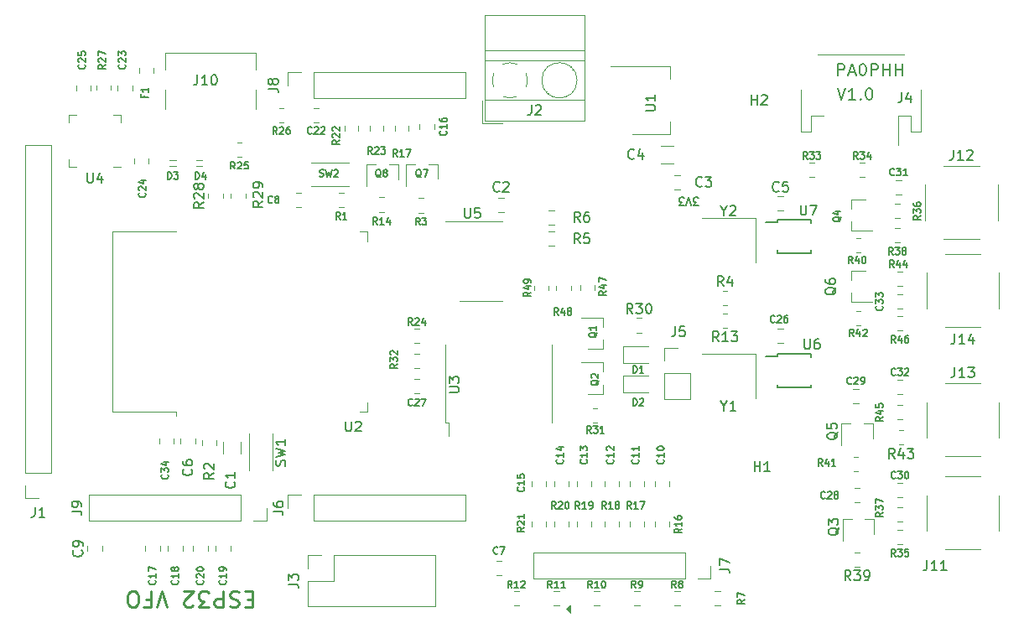
<source format=gto>
G04 #@! TF.GenerationSoftware,KiCad,Pcbnew,7.0.7*
G04 #@! TF.CreationDate,2023-09-10T11:25:55+02:00*
G04 #@! TF.ProjectId,ESP32Vfo,45535033-3256-4666-9f2e-6b696361645f,rev?*
G04 #@! TF.SameCoordinates,Original*
G04 #@! TF.FileFunction,Legend,Top*
G04 #@! TF.FilePolarity,Positive*
%FSLAX46Y46*%
G04 Gerber Fmt 4.6, Leading zero omitted, Abs format (unit mm)*
G04 Created by KiCad (PCBNEW 7.0.7) date 2023-09-10 11:25:55*
%MOMM*%
%LPD*%
G01*
G04 APERTURE LIST*
%ADD10C,0.100000*%
%ADD11C,0.200000*%
%ADD12C,0.150000*%
%ADD13C,0.250000*%
%ADD14C,0.120000*%
G04 APERTURE END LIST*
D10*
X94721000Y-93878000D02*
X94331000Y-93508000D01*
X94721000Y-93118000D01*
X94721000Y-93878000D01*
G36*
X94721000Y-93878000D02*
G01*
X94331000Y-93508000D01*
X94721000Y-93118000D01*
X94721000Y-93878000D01*
G37*
D11*
X121717028Y-40899142D02*
X122117028Y-42099142D01*
X122117028Y-42099142D02*
X122517028Y-40899142D01*
X123545599Y-42099142D02*
X122859885Y-42099142D01*
X123202742Y-42099142D02*
X123202742Y-40899142D01*
X123202742Y-40899142D02*
X123088456Y-41070571D01*
X123088456Y-41070571D02*
X122974171Y-41184857D01*
X122974171Y-41184857D02*
X122859885Y-41242000D01*
X124059885Y-41984857D02*
X124117028Y-42042000D01*
X124117028Y-42042000D02*
X124059885Y-42099142D01*
X124059885Y-42099142D02*
X124002742Y-42042000D01*
X124002742Y-42042000D02*
X124059885Y-41984857D01*
X124059885Y-41984857D02*
X124059885Y-42099142D01*
X124859885Y-40899142D02*
X124974171Y-40899142D01*
X124974171Y-40899142D02*
X125088457Y-40956285D01*
X125088457Y-40956285D02*
X125145600Y-41013428D01*
X125145600Y-41013428D02*
X125202742Y-41127714D01*
X125202742Y-41127714D02*
X125259885Y-41356285D01*
X125259885Y-41356285D02*
X125259885Y-41642000D01*
X125259885Y-41642000D02*
X125202742Y-41870571D01*
X125202742Y-41870571D02*
X125145600Y-41984857D01*
X125145600Y-41984857D02*
X125088457Y-42042000D01*
X125088457Y-42042000D02*
X124974171Y-42099142D01*
X124974171Y-42099142D02*
X124859885Y-42099142D01*
X124859885Y-42099142D02*
X124745600Y-42042000D01*
X124745600Y-42042000D02*
X124688457Y-41984857D01*
X124688457Y-41984857D02*
X124631314Y-41870571D01*
X124631314Y-41870571D02*
X124574171Y-41642000D01*
X124574171Y-41642000D02*
X124574171Y-41356285D01*
X124574171Y-41356285D02*
X124631314Y-41127714D01*
X124631314Y-41127714D02*
X124688457Y-41013428D01*
X124688457Y-41013428D02*
X124745600Y-40956285D01*
X124745600Y-40956285D02*
X124859885Y-40899142D01*
D12*
X107670476Y-52761704D02*
X107175238Y-52761704D01*
X107175238Y-52761704D02*
X107441904Y-52456942D01*
X107441904Y-52456942D02*
X107327619Y-52456942D01*
X107327619Y-52456942D02*
X107251428Y-52418847D01*
X107251428Y-52418847D02*
X107213333Y-52380752D01*
X107213333Y-52380752D02*
X107175238Y-52304561D01*
X107175238Y-52304561D02*
X107175238Y-52114085D01*
X107175238Y-52114085D02*
X107213333Y-52037895D01*
X107213333Y-52037895D02*
X107251428Y-51999800D01*
X107251428Y-51999800D02*
X107327619Y-51961704D01*
X107327619Y-51961704D02*
X107556190Y-51961704D01*
X107556190Y-51961704D02*
X107632381Y-51999800D01*
X107632381Y-51999800D02*
X107670476Y-52037895D01*
X106946666Y-52761704D02*
X106679999Y-51961704D01*
X106679999Y-51961704D02*
X106413333Y-52761704D01*
X106222857Y-52761704D02*
X105727619Y-52761704D01*
X105727619Y-52761704D02*
X105994285Y-52456942D01*
X105994285Y-52456942D02*
X105880000Y-52456942D01*
X105880000Y-52456942D02*
X105803809Y-52418847D01*
X105803809Y-52418847D02*
X105765714Y-52380752D01*
X105765714Y-52380752D02*
X105727619Y-52304561D01*
X105727619Y-52304561D02*
X105727619Y-52114085D01*
X105727619Y-52114085D02*
X105765714Y-52037895D01*
X105765714Y-52037895D02*
X105803809Y-51999800D01*
X105803809Y-51999800D02*
X105880000Y-51961704D01*
X105880000Y-51961704D02*
X106108571Y-51961704D01*
X106108571Y-51961704D02*
X106184762Y-51999800D01*
X106184762Y-51999800D02*
X106222857Y-52037895D01*
D11*
X121742857Y-39644742D02*
X121742857Y-38444742D01*
X121742857Y-38444742D02*
X122200000Y-38444742D01*
X122200000Y-38444742D02*
X122314285Y-38501885D01*
X122314285Y-38501885D02*
X122371428Y-38559028D01*
X122371428Y-38559028D02*
X122428571Y-38673314D01*
X122428571Y-38673314D02*
X122428571Y-38844742D01*
X122428571Y-38844742D02*
X122371428Y-38959028D01*
X122371428Y-38959028D02*
X122314285Y-39016171D01*
X122314285Y-39016171D02*
X122200000Y-39073314D01*
X122200000Y-39073314D02*
X121742857Y-39073314D01*
X122885714Y-39301885D02*
X123457143Y-39301885D01*
X122771428Y-39644742D02*
X123171428Y-38444742D01*
X123171428Y-38444742D02*
X123571428Y-39644742D01*
X124199999Y-38444742D02*
X124314285Y-38444742D01*
X124314285Y-38444742D02*
X124428571Y-38501885D01*
X124428571Y-38501885D02*
X124485714Y-38559028D01*
X124485714Y-38559028D02*
X124542856Y-38673314D01*
X124542856Y-38673314D02*
X124599999Y-38901885D01*
X124599999Y-38901885D02*
X124599999Y-39187600D01*
X124599999Y-39187600D02*
X124542856Y-39416171D01*
X124542856Y-39416171D02*
X124485714Y-39530457D01*
X124485714Y-39530457D02*
X124428571Y-39587600D01*
X124428571Y-39587600D02*
X124314285Y-39644742D01*
X124314285Y-39644742D02*
X124199999Y-39644742D01*
X124199999Y-39644742D02*
X124085714Y-39587600D01*
X124085714Y-39587600D02*
X124028571Y-39530457D01*
X124028571Y-39530457D02*
X123971428Y-39416171D01*
X123971428Y-39416171D02*
X123914285Y-39187600D01*
X123914285Y-39187600D02*
X123914285Y-38901885D01*
X123914285Y-38901885D02*
X123971428Y-38673314D01*
X123971428Y-38673314D02*
X124028571Y-38559028D01*
X124028571Y-38559028D02*
X124085714Y-38501885D01*
X124085714Y-38501885D02*
X124199999Y-38444742D01*
X125114285Y-39644742D02*
X125114285Y-38444742D01*
X125114285Y-38444742D02*
X125571428Y-38444742D01*
X125571428Y-38444742D02*
X125685713Y-38501885D01*
X125685713Y-38501885D02*
X125742856Y-38559028D01*
X125742856Y-38559028D02*
X125799999Y-38673314D01*
X125799999Y-38673314D02*
X125799999Y-38844742D01*
X125799999Y-38844742D02*
X125742856Y-38959028D01*
X125742856Y-38959028D02*
X125685713Y-39016171D01*
X125685713Y-39016171D02*
X125571428Y-39073314D01*
X125571428Y-39073314D02*
X125114285Y-39073314D01*
X126314285Y-39644742D02*
X126314285Y-38444742D01*
X126314285Y-39016171D02*
X126999999Y-39016171D01*
X126999999Y-39644742D02*
X126999999Y-38444742D01*
X127571428Y-39644742D02*
X127571428Y-38444742D01*
X127571428Y-39016171D02*
X128257142Y-39016171D01*
X128257142Y-39644742D02*
X128257142Y-38444742D01*
D13*
X62647619Y-92566904D02*
X62114286Y-92566904D01*
X61885714Y-91728809D02*
X62647619Y-91728809D01*
X62647619Y-91728809D02*
X62647619Y-93328809D01*
X62647619Y-93328809D02*
X61885714Y-93328809D01*
X61276191Y-91805000D02*
X61047619Y-91728809D01*
X61047619Y-91728809D02*
X60666667Y-91728809D01*
X60666667Y-91728809D02*
X60514286Y-91805000D01*
X60514286Y-91805000D02*
X60438095Y-91881190D01*
X60438095Y-91881190D02*
X60361905Y-92033571D01*
X60361905Y-92033571D02*
X60361905Y-92185952D01*
X60361905Y-92185952D02*
X60438095Y-92338333D01*
X60438095Y-92338333D02*
X60514286Y-92414523D01*
X60514286Y-92414523D02*
X60666667Y-92490714D01*
X60666667Y-92490714D02*
X60971429Y-92566904D01*
X60971429Y-92566904D02*
X61123810Y-92643095D01*
X61123810Y-92643095D02*
X61200000Y-92719285D01*
X61200000Y-92719285D02*
X61276191Y-92871666D01*
X61276191Y-92871666D02*
X61276191Y-93024047D01*
X61276191Y-93024047D02*
X61200000Y-93176428D01*
X61200000Y-93176428D02*
X61123810Y-93252619D01*
X61123810Y-93252619D02*
X60971429Y-93328809D01*
X60971429Y-93328809D02*
X60590476Y-93328809D01*
X60590476Y-93328809D02*
X60361905Y-93252619D01*
X59676190Y-91728809D02*
X59676190Y-93328809D01*
X59676190Y-93328809D02*
X59066666Y-93328809D01*
X59066666Y-93328809D02*
X58914285Y-93252619D01*
X58914285Y-93252619D02*
X58838095Y-93176428D01*
X58838095Y-93176428D02*
X58761904Y-93024047D01*
X58761904Y-93024047D02*
X58761904Y-92795476D01*
X58761904Y-92795476D02*
X58838095Y-92643095D01*
X58838095Y-92643095D02*
X58914285Y-92566904D01*
X58914285Y-92566904D02*
X59066666Y-92490714D01*
X59066666Y-92490714D02*
X59676190Y-92490714D01*
X58228571Y-93328809D02*
X57238095Y-93328809D01*
X57238095Y-93328809D02*
X57771428Y-92719285D01*
X57771428Y-92719285D02*
X57542857Y-92719285D01*
X57542857Y-92719285D02*
X57390476Y-92643095D01*
X57390476Y-92643095D02*
X57314285Y-92566904D01*
X57314285Y-92566904D02*
X57238095Y-92414523D01*
X57238095Y-92414523D02*
X57238095Y-92033571D01*
X57238095Y-92033571D02*
X57314285Y-91881190D01*
X57314285Y-91881190D02*
X57390476Y-91805000D01*
X57390476Y-91805000D02*
X57542857Y-91728809D01*
X57542857Y-91728809D02*
X58000000Y-91728809D01*
X58000000Y-91728809D02*
X58152381Y-91805000D01*
X58152381Y-91805000D02*
X58228571Y-91881190D01*
X56628571Y-93176428D02*
X56552380Y-93252619D01*
X56552380Y-93252619D02*
X56399999Y-93328809D01*
X56399999Y-93328809D02*
X56019047Y-93328809D01*
X56019047Y-93328809D02*
X55866666Y-93252619D01*
X55866666Y-93252619D02*
X55790475Y-93176428D01*
X55790475Y-93176428D02*
X55714285Y-93024047D01*
X55714285Y-93024047D02*
X55714285Y-92871666D01*
X55714285Y-92871666D02*
X55790475Y-92643095D01*
X55790475Y-92643095D02*
X56704761Y-91728809D01*
X56704761Y-91728809D02*
X55714285Y-91728809D01*
X54038094Y-93328809D02*
X53504760Y-91728809D01*
X53504760Y-91728809D02*
X52971427Y-93328809D01*
X51904760Y-92566904D02*
X52438093Y-92566904D01*
X52438093Y-91728809D02*
X52438093Y-93328809D01*
X52438093Y-93328809D02*
X51676188Y-93328809D01*
X50761902Y-93328809D02*
X50457140Y-93328809D01*
X50457140Y-93328809D02*
X50304759Y-93252619D01*
X50304759Y-93252619D02*
X50152378Y-93100238D01*
X50152378Y-93100238D02*
X50076188Y-92795476D01*
X50076188Y-92795476D02*
X50076188Y-92262142D01*
X50076188Y-92262142D02*
X50152378Y-91957380D01*
X50152378Y-91957380D02*
X50304759Y-91805000D01*
X50304759Y-91805000D02*
X50457140Y-91728809D01*
X50457140Y-91728809D02*
X50761902Y-91728809D01*
X50761902Y-91728809D02*
X50914283Y-91805000D01*
X50914283Y-91805000D02*
X51066664Y-91957380D01*
X51066664Y-91957380D02*
X51142855Y-92262142D01*
X51142855Y-92262142D02*
X51142855Y-92795476D01*
X51142855Y-92795476D02*
X51066664Y-93100238D01*
X51066664Y-93100238D02*
X50914283Y-93252619D01*
X50914283Y-93252619D02*
X50761902Y-93328809D01*
D12*
X60811580Y-80684666D02*
X60859200Y-80732285D01*
X60859200Y-80732285D02*
X60906819Y-80875142D01*
X60906819Y-80875142D02*
X60906819Y-80970380D01*
X60906819Y-80970380D02*
X60859200Y-81113237D01*
X60859200Y-81113237D02*
X60763961Y-81208475D01*
X60763961Y-81208475D02*
X60668723Y-81256094D01*
X60668723Y-81256094D02*
X60478247Y-81303713D01*
X60478247Y-81303713D02*
X60335390Y-81303713D01*
X60335390Y-81303713D02*
X60144914Y-81256094D01*
X60144914Y-81256094D02*
X60049676Y-81208475D01*
X60049676Y-81208475D02*
X59954438Y-81113237D01*
X59954438Y-81113237D02*
X59906819Y-80970380D01*
X59906819Y-80970380D02*
X59906819Y-80875142D01*
X59906819Y-80875142D02*
X59954438Y-80732285D01*
X59954438Y-80732285D02*
X60002057Y-80684666D01*
X60906819Y-79732285D02*
X60906819Y-80303713D01*
X60906819Y-80017999D02*
X59906819Y-80017999D01*
X59906819Y-80017999D02*
X60049676Y-80113237D01*
X60049676Y-80113237D02*
X60144914Y-80208475D01*
X60144914Y-80208475D02*
X60192533Y-80303713D01*
X87590333Y-51286580D02*
X87542714Y-51334200D01*
X87542714Y-51334200D02*
X87399857Y-51381819D01*
X87399857Y-51381819D02*
X87304619Y-51381819D01*
X87304619Y-51381819D02*
X87161762Y-51334200D01*
X87161762Y-51334200D02*
X87066524Y-51238961D01*
X87066524Y-51238961D02*
X87018905Y-51143723D01*
X87018905Y-51143723D02*
X86971286Y-50953247D01*
X86971286Y-50953247D02*
X86971286Y-50810390D01*
X86971286Y-50810390D02*
X87018905Y-50619914D01*
X87018905Y-50619914D02*
X87066524Y-50524676D01*
X87066524Y-50524676D02*
X87161762Y-50429438D01*
X87161762Y-50429438D02*
X87304619Y-50381819D01*
X87304619Y-50381819D02*
X87399857Y-50381819D01*
X87399857Y-50381819D02*
X87542714Y-50429438D01*
X87542714Y-50429438D02*
X87590333Y-50477057D01*
X87971286Y-50477057D02*
X88018905Y-50429438D01*
X88018905Y-50429438D02*
X88114143Y-50381819D01*
X88114143Y-50381819D02*
X88352238Y-50381819D01*
X88352238Y-50381819D02*
X88447476Y-50429438D01*
X88447476Y-50429438D02*
X88495095Y-50477057D01*
X88495095Y-50477057D02*
X88542714Y-50572295D01*
X88542714Y-50572295D02*
X88542714Y-50667533D01*
X88542714Y-50667533D02*
X88495095Y-50810390D01*
X88495095Y-50810390D02*
X87923667Y-51381819D01*
X87923667Y-51381819D02*
X88542714Y-51381819D01*
X108037333Y-50778580D02*
X107989714Y-50826200D01*
X107989714Y-50826200D02*
X107846857Y-50873819D01*
X107846857Y-50873819D02*
X107751619Y-50873819D01*
X107751619Y-50873819D02*
X107608762Y-50826200D01*
X107608762Y-50826200D02*
X107513524Y-50730961D01*
X107513524Y-50730961D02*
X107465905Y-50635723D01*
X107465905Y-50635723D02*
X107418286Y-50445247D01*
X107418286Y-50445247D02*
X107418286Y-50302390D01*
X107418286Y-50302390D02*
X107465905Y-50111914D01*
X107465905Y-50111914D02*
X107513524Y-50016676D01*
X107513524Y-50016676D02*
X107608762Y-49921438D01*
X107608762Y-49921438D02*
X107751619Y-49873819D01*
X107751619Y-49873819D02*
X107846857Y-49873819D01*
X107846857Y-49873819D02*
X107989714Y-49921438D01*
X107989714Y-49921438D02*
X108037333Y-49969057D01*
X108370667Y-49873819D02*
X108989714Y-49873819D01*
X108989714Y-49873819D02*
X108656381Y-50254771D01*
X108656381Y-50254771D02*
X108799238Y-50254771D01*
X108799238Y-50254771D02*
X108894476Y-50302390D01*
X108894476Y-50302390D02*
X108942095Y-50350009D01*
X108942095Y-50350009D02*
X108989714Y-50445247D01*
X108989714Y-50445247D02*
X108989714Y-50683342D01*
X108989714Y-50683342D02*
X108942095Y-50778580D01*
X108942095Y-50778580D02*
X108894476Y-50826200D01*
X108894476Y-50826200D02*
X108799238Y-50873819D01*
X108799238Y-50873819D02*
X108513524Y-50873819D01*
X108513524Y-50873819D02*
X108418286Y-50826200D01*
X108418286Y-50826200D02*
X108370667Y-50778580D01*
X101179333Y-47984580D02*
X101131714Y-48032200D01*
X101131714Y-48032200D02*
X100988857Y-48079819D01*
X100988857Y-48079819D02*
X100893619Y-48079819D01*
X100893619Y-48079819D02*
X100750762Y-48032200D01*
X100750762Y-48032200D02*
X100655524Y-47936961D01*
X100655524Y-47936961D02*
X100607905Y-47841723D01*
X100607905Y-47841723D02*
X100560286Y-47651247D01*
X100560286Y-47651247D02*
X100560286Y-47508390D01*
X100560286Y-47508390D02*
X100607905Y-47317914D01*
X100607905Y-47317914D02*
X100655524Y-47222676D01*
X100655524Y-47222676D02*
X100750762Y-47127438D01*
X100750762Y-47127438D02*
X100893619Y-47079819D01*
X100893619Y-47079819D02*
X100988857Y-47079819D01*
X100988857Y-47079819D02*
X101131714Y-47127438D01*
X101131714Y-47127438D02*
X101179333Y-47175057D01*
X102036476Y-47413152D02*
X102036476Y-48079819D01*
X101798381Y-47032200D02*
X101560286Y-47746485D01*
X101560286Y-47746485D02*
X102179333Y-47746485D01*
X115784333Y-51286580D02*
X115736714Y-51334200D01*
X115736714Y-51334200D02*
X115593857Y-51381819D01*
X115593857Y-51381819D02*
X115498619Y-51381819D01*
X115498619Y-51381819D02*
X115355762Y-51334200D01*
X115355762Y-51334200D02*
X115260524Y-51238961D01*
X115260524Y-51238961D02*
X115212905Y-51143723D01*
X115212905Y-51143723D02*
X115165286Y-50953247D01*
X115165286Y-50953247D02*
X115165286Y-50810390D01*
X115165286Y-50810390D02*
X115212905Y-50619914D01*
X115212905Y-50619914D02*
X115260524Y-50524676D01*
X115260524Y-50524676D02*
X115355762Y-50429438D01*
X115355762Y-50429438D02*
X115498619Y-50381819D01*
X115498619Y-50381819D02*
X115593857Y-50381819D01*
X115593857Y-50381819D02*
X115736714Y-50429438D01*
X115736714Y-50429438D02*
X115784333Y-50477057D01*
X116689095Y-50381819D02*
X116212905Y-50381819D01*
X116212905Y-50381819D02*
X116165286Y-50858009D01*
X116165286Y-50858009D02*
X116212905Y-50810390D01*
X116212905Y-50810390D02*
X116308143Y-50762771D01*
X116308143Y-50762771D02*
X116546238Y-50762771D01*
X116546238Y-50762771D02*
X116641476Y-50810390D01*
X116641476Y-50810390D02*
X116689095Y-50858009D01*
X116689095Y-50858009D02*
X116736714Y-50953247D01*
X116736714Y-50953247D02*
X116736714Y-51191342D01*
X116736714Y-51191342D02*
X116689095Y-51286580D01*
X116689095Y-51286580D02*
X116641476Y-51334200D01*
X116641476Y-51334200D02*
X116546238Y-51381819D01*
X116546238Y-51381819D02*
X116308143Y-51381819D01*
X116308143Y-51381819D02*
X116212905Y-51334200D01*
X116212905Y-51334200D02*
X116165286Y-51286580D01*
X56493580Y-79414666D02*
X56541200Y-79462285D01*
X56541200Y-79462285D02*
X56588819Y-79605142D01*
X56588819Y-79605142D02*
X56588819Y-79700380D01*
X56588819Y-79700380D02*
X56541200Y-79843237D01*
X56541200Y-79843237D02*
X56445961Y-79938475D01*
X56445961Y-79938475D02*
X56350723Y-79986094D01*
X56350723Y-79986094D02*
X56160247Y-80033713D01*
X56160247Y-80033713D02*
X56017390Y-80033713D01*
X56017390Y-80033713D02*
X55826914Y-79986094D01*
X55826914Y-79986094D02*
X55731676Y-79938475D01*
X55731676Y-79938475D02*
X55636438Y-79843237D01*
X55636438Y-79843237D02*
X55588819Y-79700380D01*
X55588819Y-79700380D02*
X55588819Y-79605142D01*
X55588819Y-79605142D02*
X55636438Y-79462285D01*
X55636438Y-79462285D02*
X55684057Y-79414666D01*
X55588819Y-78557523D02*
X55588819Y-78747999D01*
X55588819Y-78747999D02*
X55636438Y-78843237D01*
X55636438Y-78843237D02*
X55684057Y-78890856D01*
X55684057Y-78890856D02*
X55826914Y-78986094D01*
X55826914Y-78986094D02*
X56017390Y-79033713D01*
X56017390Y-79033713D02*
X56398342Y-79033713D01*
X56398342Y-79033713D02*
X56493580Y-78986094D01*
X56493580Y-78986094D02*
X56541200Y-78938475D01*
X56541200Y-78938475D02*
X56588819Y-78843237D01*
X56588819Y-78843237D02*
X56588819Y-78652761D01*
X56588819Y-78652761D02*
X56541200Y-78557523D01*
X56541200Y-78557523D02*
X56493580Y-78509904D01*
X56493580Y-78509904D02*
X56398342Y-78462285D01*
X56398342Y-78462285D02*
X56160247Y-78462285D01*
X56160247Y-78462285D02*
X56065009Y-78509904D01*
X56065009Y-78509904D02*
X56017390Y-78557523D01*
X56017390Y-78557523D02*
X55969771Y-78652761D01*
X55969771Y-78652761D02*
X55969771Y-78843237D01*
X55969771Y-78843237D02*
X56017390Y-78938475D01*
X56017390Y-78938475D02*
X56065009Y-78986094D01*
X56065009Y-78986094D02*
X56160247Y-79033713D01*
X104135366Y-78428000D02*
X104168700Y-78461333D01*
X104168700Y-78461333D02*
X104202033Y-78561333D01*
X104202033Y-78561333D02*
X104202033Y-78628000D01*
X104202033Y-78628000D02*
X104168700Y-78728000D01*
X104168700Y-78728000D02*
X104102033Y-78794667D01*
X104102033Y-78794667D02*
X104035366Y-78828000D01*
X104035366Y-78828000D02*
X103902033Y-78861333D01*
X103902033Y-78861333D02*
X103802033Y-78861333D01*
X103802033Y-78861333D02*
X103668700Y-78828000D01*
X103668700Y-78828000D02*
X103602033Y-78794667D01*
X103602033Y-78794667D02*
X103535366Y-78728000D01*
X103535366Y-78728000D02*
X103502033Y-78628000D01*
X103502033Y-78628000D02*
X103502033Y-78561333D01*
X103502033Y-78561333D02*
X103535366Y-78461333D01*
X103535366Y-78461333D02*
X103568700Y-78428000D01*
X104202033Y-77761333D02*
X104202033Y-78161333D01*
X104202033Y-77961333D02*
X103502033Y-77961333D01*
X103502033Y-77961333D02*
X103602033Y-78028000D01*
X103602033Y-78028000D02*
X103668700Y-78094667D01*
X103668700Y-78094667D02*
X103702033Y-78161333D01*
X103502033Y-77328000D02*
X103502033Y-77261333D01*
X103502033Y-77261333D02*
X103535366Y-77194666D01*
X103535366Y-77194666D02*
X103568700Y-77161333D01*
X103568700Y-77161333D02*
X103635366Y-77128000D01*
X103635366Y-77128000D02*
X103768700Y-77094666D01*
X103768700Y-77094666D02*
X103935366Y-77094666D01*
X103935366Y-77094666D02*
X104068700Y-77128000D01*
X104068700Y-77128000D02*
X104135366Y-77161333D01*
X104135366Y-77161333D02*
X104168700Y-77194666D01*
X104168700Y-77194666D02*
X104202033Y-77261333D01*
X104202033Y-77261333D02*
X104202033Y-77328000D01*
X104202033Y-77328000D02*
X104168700Y-77394666D01*
X104168700Y-77394666D02*
X104135366Y-77428000D01*
X104135366Y-77428000D02*
X104068700Y-77461333D01*
X104068700Y-77461333D02*
X103935366Y-77494666D01*
X103935366Y-77494666D02*
X103768700Y-77494666D01*
X103768700Y-77494666D02*
X103635366Y-77461333D01*
X103635366Y-77461333D02*
X103568700Y-77428000D01*
X103568700Y-77428000D02*
X103535366Y-77394666D01*
X103535366Y-77394666D02*
X103502033Y-77328000D01*
X101595366Y-78428000D02*
X101628700Y-78461333D01*
X101628700Y-78461333D02*
X101662033Y-78561333D01*
X101662033Y-78561333D02*
X101662033Y-78628000D01*
X101662033Y-78628000D02*
X101628700Y-78728000D01*
X101628700Y-78728000D02*
X101562033Y-78794667D01*
X101562033Y-78794667D02*
X101495366Y-78828000D01*
X101495366Y-78828000D02*
X101362033Y-78861333D01*
X101362033Y-78861333D02*
X101262033Y-78861333D01*
X101262033Y-78861333D02*
X101128700Y-78828000D01*
X101128700Y-78828000D02*
X101062033Y-78794667D01*
X101062033Y-78794667D02*
X100995366Y-78728000D01*
X100995366Y-78728000D02*
X100962033Y-78628000D01*
X100962033Y-78628000D02*
X100962033Y-78561333D01*
X100962033Y-78561333D02*
X100995366Y-78461333D01*
X100995366Y-78461333D02*
X101028700Y-78428000D01*
X101662033Y-77761333D02*
X101662033Y-78161333D01*
X101662033Y-77961333D02*
X100962033Y-77961333D01*
X100962033Y-77961333D02*
X101062033Y-78028000D01*
X101062033Y-78028000D02*
X101128700Y-78094667D01*
X101128700Y-78094667D02*
X101162033Y-78161333D01*
X101662033Y-77094666D02*
X101662033Y-77494666D01*
X101662033Y-77294666D02*
X100962033Y-77294666D01*
X100962033Y-77294666D02*
X101062033Y-77361333D01*
X101062033Y-77361333D02*
X101128700Y-77428000D01*
X101128700Y-77428000D02*
X101162033Y-77494666D01*
X99055366Y-78428000D02*
X99088700Y-78461333D01*
X99088700Y-78461333D02*
X99122033Y-78561333D01*
X99122033Y-78561333D02*
X99122033Y-78628000D01*
X99122033Y-78628000D02*
X99088700Y-78728000D01*
X99088700Y-78728000D02*
X99022033Y-78794667D01*
X99022033Y-78794667D02*
X98955366Y-78828000D01*
X98955366Y-78828000D02*
X98822033Y-78861333D01*
X98822033Y-78861333D02*
X98722033Y-78861333D01*
X98722033Y-78861333D02*
X98588700Y-78828000D01*
X98588700Y-78828000D02*
X98522033Y-78794667D01*
X98522033Y-78794667D02*
X98455366Y-78728000D01*
X98455366Y-78728000D02*
X98422033Y-78628000D01*
X98422033Y-78628000D02*
X98422033Y-78561333D01*
X98422033Y-78561333D02*
X98455366Y-78461333D01*
X98455366Y-78461333D02*
X98488700Y-78428000D01*
X99122033Y-77761333D02*
X99122033Y-78161333D01*
X99122033Y-77961333D02*
X98422033Y-77961333D01*
X98422033Y-77961333D02*
X98522033Y-78028000D01*
X98522033Y-78028000D02*
X98588700Y-78094667D01*
X98588700Y-78094667D02*
X98622033Y-78161333D01*
X98488700Y-77494666D02*
X98455366Y-77461333D01*
X98455366Y-77461333D02*
X98422033Y-77394666D01*
X98422033Y-77394666D02*
X98422033Y-77228000D01*
X98422033Y-77228000D02*
X98455366Y-77161333D01*
X98455366Y-77161333D02*
X98488700Y-77128000D01*
X98488700Y-77128000D02*
X98555366Y-77094666D01*
X98555366Y-77094666D02*
X98622033Y-77094666D01*
X98622033Y-77094666D02*
X98722033Y-77128000D01*
X98722033Y-77128000D02*
X99122033Y-77528000D01*
X99122033Y-77528000D02*
X99122033Y-77094666D01*
X96388366Y-78428000D02*
X96421700Y-78461333D01*
X96421700Y-78461333D02*
X96455033Y-78561333D01*
X96455033Y-78561333D02*
X96455033Y-78628000D01*
X96455033Y-78628000D02*
X96421700Y-78728000D01*
X96421700Y-78728000D02*
X96355033Y-78794667D01*
X96355033Y-78794667D02*
X96288366Y-78828000D01*
X96288366Y-78828000D02*
X96155033Y-78861333D01*
X96155033Y-78861333D02*
X96055033Y-78861333D01*
X96055033Y-78861333D02*
X95921700Y-78828000D01*
X95921700Y-78828000D02*
X95855033Y-78794667D01*
X95855033Y-78794667D02*
X95788366Y-78728000D01*
X95788366Y-78728000D02*
X95755033Y-78628000D01*
X95755033Y-78628000D02*
X95755033Y-78561333D01*
X95755033Y-78561333D02*
X95788366Y-78461333D01*
X95788366Y-78461333D02*
X95821700Y-78428000D01*
X96455033Y-77761333D02*
X96455033Y-78161333D01*
X96455033Y-77961333D02*
X95755033Y-77961333D01*
X95755033Y-77961333D02*
X95855033Y-78028000D01*
X95855033Y-78028000D02*
X95921700Y-78094667D01*
X95921700Y-78094667D02*
X95955033Y-78161333D01*
X95755033Y-77528000D02*
X95755033Y-77094666D01*
X95755033Y-77094666D02*
X96021700Y-77328000D01*
X96021700Y-77328000D02*
X96021700Y-77228000D01*
X96021700Y-77228000D02*
X96055033Y-77161333D01*
X96055033Y-77161333D02*
X96088366Y-77128000D01*
X96088366Y-77128000D02*
X96155033Y-77094666D01*
X96155033Y-77094666D02*
X96321700Y-77094666D01*
X96321700Y-77094666D02*
X96388366Y-77128000D01*
X96388366Y-77128000D02*
X96421700Y-77161333D01*
X96421700Y-77161333D02*
X96455033Y-77228000D01*
X96455033Y-77228000D02*
X96455033Y-77428000D01*
X96455033Y-77428000D02*
X96421700Y-77494666D01*
X96421700Y-77494666D02*
X96388366Y-77528000D01*
X93975366Y-78428000D02*
X94008700Y-78461333D01*
X94008700Y-78461333D02*
X94042033Y-78561333D01*
X94042033Y-78561333D02*
X94042033Y-78628000D01*
X94042033Y-78628000D02*
X94008700Y-78728000D01*
X94008700Y-78728000D02*
X93942033Y-78794667D01*
X93942033Y-78794667D02*
X93875366Y-78828000D01*
X93875366Y-78828000D02*
X93742033Y-78861333D01*
X93742033Y-78861333D02*
X93642033Y-78861333D01*
X93642033Y-78861333D02*
X93508700Y-78828000D01*
X93508700Y-78828000D02*
X93442033Y-78794667D01*
X93442033Y-78794667D02*
X93375366Y-78728000D01*
X93375366Y-78728000D02*
X93342033Y-78628000D01*
X93342033Y-78628000D02*
X93342033Y-78561333D01*
X93342033Y-78561333D02*
X93375366Y-78461333D01*
X93375366Y-78461333D02*
X93408700Y-78428000D01*
X94042033Y-77761333D02*
X94042033Y-78161333D01*
X94042033Y-77961333D02*
X93342033Y-77961333D01*
X93342033Y-77961333D02*
X93442033Y-78028000D01*
X93442033Y-78028000D02*
X93508700Y-78094667D01*
X93508700Y-78094667D02*
X93542033Y-78161333D01*
X93575366Y-77161333D02*
X94042033Y-77161333D01*
X93308700Y-77328000D02*
X93808700Y-77494666D01*
X93808700Y-77494666D02*
X93808700Y-77061333D01*
X90038366Y-81222000D02*
X90071700Y-81255333D01*
X90071700Y-81255333D02*
X90105033Y-81355333D01*
X90105033Y-81355333D02*
X90105033Y-81422000D01*
X90105033Y-81422000D02*
X90071700Y-81522000D01*
X90071700Y-81522000D02*
X90005033Y-81588667D01*
X90005033Y-81588667D02*
X89938366Y-81622000D01*
X89938366Y-81622000D02*
X89805033Y-81655333D01*
X89805033Y-81655333D02*
X89705033Y-81655333D01*
X89705033Y-81655333D02*
X89571700Y-81622000D01*
X89571700Y-81622000D02*
X89505033Y-81588667D01*
X89505033Y-81588667D02*
X89438366Y-81522000D01*
X89438366Y-81522000D02*
X89405033Y-81422000D01*
X89405033Y-81422000D02*
X89405033Y-81355333D01*
X89405033Y-81355333D02*
X89438366Y-81255333D01*
X89438366Y-81255333D02*
X89471700Y-81222000D01*
X90105033Y-80555333D02*
X90105033Y-80955333D01*
X90105033Y-80755333D02*
X89405033Y-80755333D01*
X89405033Y-80755333D02*
X89505033Y-80822000D01*
X89505033Y-80822000D02*
X89571700Y-80888667D01*
X89571700Y-80888667D02*
X89605033Y-80955333D01*
X89405033Y-79922000D02*
X89405033Y-80255333D01*
X89405033Y-80255333D02*
X89738366Y-80288666D01*
X89738366Y-80288666D02*
X89705033Y-80255333D01*
X89705033Y-80255333D02*
X89671700Y-80188666D01*
X89671700Y-80188666D02*
X89671700Y-80022000D01*
X89671700Y-80022000D02*
X89705033Y-79955333D01*
X89705033Y-79955333D02*
X89738366Y-79922000D01*
X89738366Y-79922000D02*
X89805033Y-79888666D01*
X89805033Y-79888666D02*
X89971700Y-79888666D01*
X89971700Y-79888666D02*
X90038366Y-79922000D01*
X90038366Y-79922000D02*
X90071700Y-79955333D01*
X90071700Y-79955333D02*
X90105033Y-80022000D01*
X90105033Y-80022000D02*
X90105033Y-80188666D01*
X90105033Y-80188666D02*
X90071700Y-80255333D01*
X90071700Y-80255333D02*
X90038366Y-80288666D01*
X82193366Y-45258000D02*
X82226700Y-45291333D01*
X82226700Y-45291333D02*
X82260033Y-45391333D01*
X82260033Y-45391333D02*
X82260033Y-45458000D01*
X82260033Y-45458000D02*
X82226700Y-45558000D01*
X82226700Y-45558000D02*
X82160033Y-45624667D01*
X82160033Y-45624667D02*
X82093366Y-45658000D01*
X82093366Y-45658000D02*
X81960033Y-45691333D01*
X81960033Y-45691333D02*
X81860033Y-45691333D01*
X81860033Y-45691333D02*
X81726700Y-45658000D01*
X81726700Y-45658000D02*
X81660033Y-45624667D01*
X81660033Y-45624667D02*
X81593366Y-45558000D01*
X81593366Y-45558000D02*
X81560033Y-45458000D01*
X81560033Y-45458000D02*
X81560033Y-45391333D01*
X81560033Y-45391333D02*
X81593366Y-45291333D01*
X81593366Y-45291333D02*
X81626700Y-45258000D01*
X82260033Y-44591333D02*
X82260033Y-44991333D01*
X82260033Y-44791333D02*
X81560033Y-44791333D01*
X81560033Y-44791333D02*
X81660033Y-44858000D01*
X81660033Y-44858000D02*
X81726700Y-44924667D01*
X81726700Y-44924667D02*
X81760033Y-44991333D01*
X81560033Y-43991333D02*
X81560033Y-44124666D01*
X81560033Y-44124666D02*
X81593366Y-44191333D01*
X81593366Y-44191333D02*
X81626700Y-44224666D01*
X81626700Y-44224666D02*
X81726700Y-44291333D01*
X81726700Y-44291333D02*
X81860033Y-44324666D01*
X81860033Y-44324666D02*
X82126700Y-44324666D01*
X82126700Y-44324666D02*
X82193366Y-44291333D01*
X82193366Y-44291333D02*
X82226700Y-44258000D01*
X82226700Y-44258000D02*
X82260033Y-44191333D01*
X82260033Y-44191333D02*
X82260033Y-44058000D01*
X82260033Y-44058000D02*
X82226700Y-43991333D01*
X82226700Y-43991333D02*
X82193366Y-43958000D01*
X82193366Y-43958000D02*
X82126700Y-43924666D01*
X82126700Y-43924666D02*
X81960033Y-43924666D01*
X81960033Y-43924666D02*
X81893366Y-43958000D01*
X81893366Y-43958000D02*
X81860033Y-43991333D01*
X81860033Y-43991333D02*
X81826700Y-44058000D01*
X81826700Y-44058000D02*
X81826700Y-44191333D01*
X81826700Y-44191333D02*
X81860033Y-44258000D01*
X81860033Y-44258000D02*
X81893366Y-44291333D01*
X81893366Y-44291333D02*
X81960033Y-44324666D01*
X52827366Y-90620000D02*
X52860700Y-90653333D01*
X52860700Y-90653333D02*
X52894033Y-90753333D01*
X52894033Y-90753333D02*
X52894033Y-90820000D01*
X52894033Y-90820000D02*
X52860700Y-90920000D01*
X52860700Y-90920000D02*
X52794033Y-90986667D01*
X52794033Y-90986667D02*
X52727366Y-91020000D01*
X52727366Y-91020000D02*
X52594033Y-91053333D01*
X52594033Y-91053333D02*
X52494033Y-91053333D01*
X52494033Y-91053333D02*
X52360700Y-91020000D01*
X52360700Y-91020000D02*
X52294033Y-90986667D01*
X52294033Y-90986667D02*
X52227366Y-90920000D01*
X52227366Y-90920000D02*
X52194033Y-90820000D01*
X52194033Y-90820000D02*
X52194033Y-90753333D01*
X52194033Y-90753333D02*
X52227366Y-90653333D01*
X52227366Y-90653333D02*
X52260700Y-90620000D01*
X52894033Y-89953333D02*
X52894033Y-90353333D01*
X52894033Y-90153333D02*
X52194033Y-90153333D01*
X52194033Y-90153333D02*
X52294033Y-90220000D01*
X52294033Y-90220000D02*
X52360700Y-90286667D01*
X52360700Y-90286667D02*
X52394033Y-90353333D01*
X52194033Y-89720000D02*
X52194033Y-89253333D01*
X52194033Y-89253333D02*
X52894033Y-89553333D01*
X55113366Y-90620000D02*
X55146700Y-90653333D01*
X55146700Y-90653333D02*
X55180033Y-90753333D01*
X55180033Y-90753333D02*
X55180033Y-90820000D01*
X55180033Y-90820000D02*
X55146700Y-90920000D01*
X55146700Y-90920000D02*
X55080033Y-90986667D01*
X55080033Y-90986667D02*
X55013366Y-91020000D01*
X55013366Y-91020000D02*
X54880033Y-91053333D01*
X54880033Y-91053333D02*
X54780033Y-91053333D01*
X54780033Y-91053333D02*
X54646700Y-91020000D01*
X54646700Y-91020000D02*
X54580033Y-90986667D01*
X54580033Y-90986667D02*
X54513366Y-90920000D01*
X54513366Y-90920000D02*
X54480033Y-90820000D01*
X54480033Y-90820000D02*
X54480033Y-90753333D01*
X54480033Y-90753333D02*
X54513366Y-90653333D01*
X54513366Y-90653333D02*
X54546700Y-90620000D01*
X55180033Y-89953333D02*
X55180033Y-90353333D01*
X55180033Y-90153333D02*
X54480033Y-90153333D01*
X54480033Y-90153333D02*
X54580033Y-90220000D01*
X54580033Y-90220000D02*
X54646700Y-90286667D01*
X54646700Y-90286667D02*
X54680033Y-90353333D01*
X54780033Y-89553333D02*
X54746700Y-89620000D01*
X54746700Y-89620000D02*
X54713366Y-89653333D01*
X54713366Y-89653333D02*
X54646700Y-89686666D01*
X54646700Y-89686666D02*
X54613366Y-89686666D01*
X54613366Y-89686666D02*
X54546700Y-89653333D01*
X54546700Y-89653333D02*
X54513366Y-89620000D01*
X54513366Y-89620000D02*
X54480033Y-89553333D01*
X54480033Y-89553333D02*
X54480033Y-89420000D01*
X54480033Y-89420000D02*
X54513366Y-89353333D01*
X54513366Y-89353333D02*
X54546700Y-89320000D01*
X54546700Y-89320000D02*
X54613366Y-89286666D01*
X54613366Y-89286666D02*
X54646700Y-89286666D01*
X54646700Y-89286666D02*
X54713366Y-89320000D01*
X54713366Y-89320000D02*
X54746700Y-89353333D01*
X54746700Y-89353333D02*
X54780033Y-89420000D01*
X54780033Y-89420000D02*
X54780033Y-89553333D01*
X54780033Y-89553333D02*
X54813366Y-89620000D01*
X54813366Y-89620000D02*
X54846700Y-89653333D01*
X54846700Y-89653333D02*
X54913366Y-89686666D01*
X54913366Y-89686666D02*
X55046700Y-89686666D01*
X55046700Y-89686666D02*
X55113366Y-89653333D01*
X55113366Y-89653333D02*
X55146700Y-89620000D01*
X55146700Y-89620000D02*
X55180033Y-89553333D01*
X55180033Y-89553333D02*
X55180033Y-89420000D01*
X55180033Y-89420000D02*
X55146700Y-89353333D01*
X55146700Y-89353333D02*
X55113366Y-89320000D01*
X55113366Y-89320000D02*
X55046700Y-89286666D01*
X55046700Y-89286666D02*
X54913366Y-89286666D01*
X54913366Y-89286666D02*
X54846700Y-89320000D01*
X54846700Y-89320000D02*
X54813366Y-89353333D01*
X54813366Y-89353333D02*
X54780033Y-89420000D01*
X59939366Y-90620000D02*
X59972700Y-90653333D01*
X59972700Y-90653333D02*
X60006033Y-90753333D01*
X60006033Y-90753333D02*
X60006033Y-90820000D01*
X60006033Y-90820000D02*
X59972700Y-90920000D01*
X59972700Y-90920000D02*
X59906033Y-90986667D01*
X59906033Y-90986667D02*
X59839366Y-91020000D01*
X59839366Y-91020000D02*
X59706033Y-91053333D01*
X59706033Y-91053333D02*
X59606033Y-91053333D01*
X59606033Y-91053333D02*
X59472700Y-91020000D01*
X59472700Y-91020000D02*
X59406033Y-90986667D01*
X59406033Y-90986667D02*
X59339366Y-90920000D01*
X59339366Y-90920000D02*
X59306033Y-90820000D01*
X59306033Y-90820000D02*
X59306033Y-90753333D01*
X59306033Y-90753333D02*
X59339366Y-90653333D01*
X59339366Y-90653333D02*
X59372700Y-90620000D01*
X60006033Y-89953333D02*
X60006033Y-90353333D01*
X60006033Y-90153333D02*
X59306033Y-90153333D01*
X59306033Y-90153333D02*
X59406033Y-90220000D01*
X59406033Y-90220000D02*
X59472700Y-90286667D01*
X59472700Y-90286667D02*
X59506033Y-90353333D01*
X60006033Y-89620000D02*
X60006033Y-89486666D01*
X60006033Y-89486666D02*
X59972700Y-89420000D01*
X59972700Y-89420000D02*
X59939366Y-89386666D01*
X59939366Y-89386666D02*
X59839366Y-89320000D01*
X59839366Y-89320000D02*
X59706033Y-89286666D01*
X59706033Y-89286666D02*
X59439366Y-89286666D01*
X59439366Y-89286666D02*
X59372700Y-89320000D01*
X59372700Y-89320000D02*
X59339366Y-89353333D01*
X59339366Y-89353333D02*
X59306033Y-89420000D01*
X59306033Y-89420000D02*
X59306033Y-89553333D01*
X59306033Y-89553333D02*
X59339366Y-89620000D01*
X59339366Y-89620000D02*
X59372700Y-89653333D01*
X59372700Y-89653333D02*
X59439366Y-89686666D01*
X59439366Y-89686666D02*
X59606033Y-89686666D01*
X59606033Y-89686666D02*
X59672700Y-89653333D01*
X59672700Y-89653333D02*
X59706033Y-89620000D01*
X59706033Y-89620000D02*
X59739366Y-89553333D01*
X59739366Y-89553333D02*
X59739366Y-89420000D01*
X59739366Y-89420000D02*
X59706033Y-89353333D01*
X59706033Y-89353333D02*
X59672700Y-89320000D01*
X59672700Y-89320000D02*
X59606033Y-89286666D01*
X57653366Y-90620000D02*
X57686700Y-90653333D01*
X57686700Y-90653333D02*
X57720033Y-90753333D01*
X57720033Y-90753333D02*
X57720033Y-90820000D01*
X57720033Y-90820000D02*
X57686700Y-90920000D01*
X57686700Y-90920000D02*
X57620033Y-90986667D01*
X57620033Y-90986667D02*
X57553366Y-91020000D01*
X57553366Y-91020000D02*
X57420033Y-91053333D01*
X57420033Y-91053333D02*
X57320033Y-91053333D01*
X57320033Y-91053333D02*
X57186700Y-91020000D01*
X57186700Y-91020000D02*
X57120033Y-90986667D01*
X57120033Y-90986667D02*
X57053366Y-90920000D01*
X57053366Y-90920000D02*
X57020033Y-90820000D01*
X57020033Y-90820000D02*
X57020033Y-90753333D01*
X57020033Y-90753333D02*
X57053366Y-90653333D01*
X57053366Y-90653333D02*
X57086700Y-90620000D01*
X57086700Y-90353333D02*
X57053366Y-90320000D01*
X57053366Y-90320000D02*
X57020033Y-90253333D01*
X57020033Y-90253333D02*
X57020033Y-90086667D01*
X57020033Y-90086667D02*
X57053366Y-90020000D01*
X57053366Y-90020000D02*
X57086700Y-89986667D01*
X57086700Y-89986667D02*
X57153366Y-89953333D01*
X57153366Y-89953333D02*
X57220033Y-89953333D01*
X57220033Y-89953333D02*
X57320033Y-89986667D01*
X57320033Y-89986667D02*
X57720033Y-90386667D01*
X57720033Y-90386667D02*
X57720033Y-89953333D01*
X57020033Y-89520000D02*
X57020033Y-89453333D01*
X57020033Y-89453333D02*
X57053366Y-89386666D01*
X57053366Y-89386666D02*
X57086700Y-89353333D01*
X57086700Y-89353333D02*
X57153366Y-89320000D01*
X57153366Y-89320000D02*
X57286700Y-89286666D01*
X57286700Y-89286666D02*
X57453366Y-89286666D01*
X57453366Y-89286666D02*
X57586700Y-89320000D01*
X57586700Y-89320000D02*
X57653366Y-89353333D01*
X57653366Y-89353333D02*
X57686700Y-89386666D01*
X57686700Y-89386666D02*
X57720033Y-89453333D01*
X57720033Y-89453333D02*
X57720033Y-89520000D01*
X57720033Y-89520000D02*
X57686700Y-89586666D01*
X57686700Y-89586666D02*
X57653366Y-89620000D01*
X57653366Y-89620000D02*
X57586700Y-89653333D01*
X57586700Y-89653333D02*
X57453366Y-89686666D01*
X57453366Y-89686666D02*
X57286700Y-89686666D01*
X57286700Y-89686666D02*
X57153366Y-89653333D01*
X57153366Y-89653333D02*
X57086700Y-89620000D01*
X57086700Y-89620000D02*
X57053366Y-89586666D01*
X57053366Y-89586666D02*
X57020033Y-89520000D01*
X45415580Y-87593466D02*
X45463200Y-87641085D01*
X45463200Y-87641085D02*
X45510819Y-87783942D01*
X45510819Y-87783942D02*
X45510819Y-87879180D01*
X45510819Y-87879180D02*
X45463200Y-88022037D01*
X45463200Y-88022037D02*
X45367961Y-88117275D01*
X45367961Y-88117275D02*
X45272723Y-88164894D01*
X45272723Y-88164894D02*
X45082247Y-88212513D01*
X45082247Y-88212513D02*
X44939390Y-88212513D01*
X44939390Y-88212513D02*
X44748914Y-88164894D01*
X44748914Y-88164894D02*
X44653676Y-88117275D01*
X44653676Y-88117275D02*
X44558438Y-88022037D01*
X44558438Y-88022037D02*
X44510819Y-87879180D01*
X44510819Y-87879180D02*
X44510819Y-87783942D01*
X44510819Y-87783942D02*
X44558438Y-87641085D01*
X44558438Y-87641085D02*
X44606057Y-87593466D01*
X45510819Y-87117275D02*
X45510819Y-86926799D01*
X45510819Y-86926799D02*
X45463200Y-86831561D01*
X45463200Y-86831561D02*
X45415580Y-86783942D01*
X45415580Y-86783942D02*
X45272723Y-86688704D01*
X45272723Y-86688704D02*
X45082247Y-86641085D01*
X45082247Y-86641085D02*
X44701295Y-86641085D01*
X44701295Y-86641085D02*
X44606057Y-86688704D01*
X44606057Y-86688704D02*
X44558438Y-86736323D01*
X44558438Y-86736323D02*
X44510819Y-86831561D01*
X44510819Y-86831561D02*
X44510819Y-87022037D01*
X44510819Y-87022037D02*
X44558438Y-87117275D01*
X44558438Y-87117275D02*
X44606057Y-87164894D01*
X44606057Y-87164894D02*
X44701295Y-87212513D01*
X44701295Y-87212513D02*
X44939390Y-87212513D01*
X44939390Y-87212513D02*
X45034628Y-87164894D01*
X45034628Y-87164894D02*
X45082247Y-87117275D01*
X45082247Y-87117275D02*
X45129866Y-87022037D01*
X45129866Y-87022037D02*
X45129866Y-86831561D01*
X45129866Y-86831561D02*
X45082247Y-86736323D01*
X45082247Y-86736323D02*
X45034628Y-86688704D01*
X45034628Y-86688704D02*
X44939390Y-86641085D01*
X66280819Y-91011333D02*
X66995104Y-91011333D01*
X66995104Y-91011333D02*
X67137961Y-91058952D01*
X67137961Y-91058952D02*
X67233200Y-91154190D01*
X67233200Y-91154190D02*
X67280819Y-91297047D01*
X67280819Y-91297047D02*
X67280819Y-91392285D01*
X66280819Y-90630380D02*
X66280819Y-90011333D01*
X66280819Y-90011333D02*
X66661771Y-90344666D01*
X66661771Y-90344666D02*
X66661771Y-90201809D01*
X66661771Y-90201809D02*
X66709390Y-90106571D01*
X66709390Y-90106571D02*
X66757009Y-90058952D01*
X66757009Y-90058952D02*
X66852247Y-90011333D01*
X66852247Y-90011333D02*
X67090342Y-90011333D01*
X67090342Y-90011333D02*
X67185580Y-90058952D01*
X67185580Y-90058952D02*
X67233200Y-90106571D01*
X67233200Y-90106571D02*
X67280819Y-90201809D01*
X67280819Y-90201809D02*
X67280819Y-90487523D01*
X67280819Y-90487523D02*
X67233200Y-90582761D01*
X67233200Y-90582761D02*
X67185580Y-90630380D01*
X109793819Y-89487333D02*
X110508104Y-89487333D01*
X110508104Y-89487333D02*
X110650961Y-89534952D01*
X110650961Y-89534952D02*
X110746200Y-89630190D01*
X110746200Y-89630190D02*
X110793819Y-89773047D01*
X110793819Y-89773047D02*
X110793819Y-89868285D01*
X109793819Y-89106380D02*
X109793819Y-88439714D01*
X109793819Y-88439714D02*
X110793819Y-88868285D01*
X64732819Y-83645333D02*
X65447104Y-83645333D01*
X65447104Y-83645333D02*
X65589961Y-83692952D01*
X65589961Y-83692952D02*
X65685200Y-83788190D01*
X65685200Y-83788190D02*
X65732819Y-83931047D01*
X65732819Y-83931047D02*
X65732819Y-84026285D01*
X64732819Y-82740571D02*
X64732819Y-82931047D01*
X64732819Y-82931047D02*
X64780438Y-83026285D01*
X64780438Y-83026285D02*
X64828057Y-83073904D01*
X64828057Y-83073904D02*
X64970914Y-83169142D01*
X64970914Y-83169142D02*
X65161390Y-83216761D01*
X65161390Y-83216761D02*
X65542342Y-83216761D01*
X65542342Y-83216761D02*
X65637580Y-83169142D01*
X65637580Y-83169142D02*
X65685200Y-83121523D01*
X65685200Y-83121523D02*
X65732819Y-83026285D01*
X65732819Y-83026285D02*
X65732819Y-82835809D01*
X65732819Y-82835809D02*
X65685200Y-82740571D01*
X65685200Y-82740571D02*
X65637580Y-82692952D01*
X65637580Y-82692952D02*
X65542342Y-82645333D01*
X65542342Y-82645333D02*
X65304247Y-82645333D01*
X65304247Y-82645333D02*
X65209009Y-82692952D01*
X65209009Y-82692952D02*
X65161390Y-82740571D01*
X65161390Y-82740571D02*
X65113771Y-82835809D01*
X65113771Y-82835809D02*
X65113771Y-83026285D01*
X65113771Y-83026285D02*
X65161390Y-83121523D01*
X65161390Y-83121523D02*
X65209009Y-83169142D01*
X65209009Y-83169142D02*
X65304247Y-83216761D01*
X64248819Y-40973333D02*
X64963104Y-40973333D01*
X64963104Y-40973333D02*
X65105961Y-41020952D01*
X65105961Y-41020952D02*
X65201200Y-41116190D01*
X65201200Y-41116190D02*
X65248819Y-41259047D01*
X65248819Y-41259047D02*
X65248819Y-41354285D01*
X64677390Y-40354285D02*
X64629771Y-40449523D01*
X64629771Y-40449523D02*
X64582152Y-40497142D01*
X64582152Y-40497142D02*
X64486914Y-40544761D01*
X64486914Y-40544761D02*
X64439295Y-40544761D01*
X64439295Y-40544761D02*
X64344057Y-40497142D01*
X64344057Y-40497142D02*
X64296438Y-40449523D01*
X64296438Y-40449523D02*
X64248819Y-40354285D01*
X64248819Y-40354285D02*
X64248819Y-40163809D01*
X64248819Y-40163809D02*
X64296438Y-40068571D01*
X64296438Y-40068571D02*
X64344057Y-40020952D01*
X64344057Y-40020952D02*
X64439295Y-39973333D01*
X64439295Y-39973333D02*
X64486914Y-39973333D01*
X64486914Y-39973333D02*
X64582152Y-40020952D01*
X64582152Y-40020952D02*
X64629771Y-40068571D01*
X64629771Y-40068571D02*
X64677390Y-40163809D01*
X64677390Y-40163809D02*
X64677390Y-40354285D01*
X64677390Y-40354285D02*
X64725009Y-40449523D01*
X64725009Y-40449523D02*
X64772628Y-40497142D01*
X64772628Y-40497142D02*
X64867866Y-40544761D01*
X64867866Y-40544761D02*
X65058342Y-40544761D01*
X65058342Y-40544761D02*
X65153580Y-40497142D01*
X65153580Y-40497142D02*
X65201200Y-40449523D01*
X65201200Y-40449523D02*
X65248819Y-40354285D01*
X65248819Y-40354285D02*
X65248819Y-40163809D01*
X65248819Y-40163809D02*
X65201200Y-40068571D01*
X65201200Y-40068571D02*
X65153580Y-40020952D01*
X65153580Y-40020952D02*
X65058342Y-39973333D01*
X65058342Y-39973333D02*
X64867866Y-39973333D01*
X64867866Y-39973333D02*
X64772628Y-40020952D01*
X64772628Y-40020952D02*
X64725009Y-40068571D01*
X64725009Y-40068571D02*
X64677390Y-40163809D01*
X44412819Y-83645333D02*
X45127104Y-83645333D01*
X45127104Y-83645333D02*
X45269961Y-83692952D01*
X45269961Y-83692952D02*
X45365200Y-83788190D01*
X45365200Y-83788190D02*
X45412819Y-83931047D01*
X45412819Y-83931047D02*
X45412819Y-84026285D01*
X45412819Y-83121523D02*
X45412819Y-82931047D01*
X45412819Y-82931047D02*
X45365200Y-82835809D01*
X45365200Y-82835809D02*
X45317580Y-82788190D01*
X45317580Y-82788190D02*
X45174723Y-82692952D01*
X45174723Y-82692952D02*
X44984247Y-82645333D01*
X44984247Y-82645333D02*
X44603295Y-82645333D01*
X44603295Y-82645333D02*
X44508057Y-82692952D01*
X44508057Y-82692952D02*
X44460438Y-82740571D01*
X44460438Y-82740571D02*
X44412819Y-82835809D01*
X44412819Y-82835809D02*
X44412819Y-83026285D01*
X44412819Y-83026285D02*
X44460438Y-83121523D01*
X44460438Y-83121523D02*
X44508057Y-83169142D01*
X44508057Y-83169142D02*
X44603295Y-83216761D01*
X44603295Y-83216761D02*
X44841390Y-83216761D01*
X44841390Y-83216761D02*
X44936628Y-83169142D01*
X44936628Y-83169142D02*
X44984247Y-83121523D01*
X44984247Y-83121523D02*
X45031866Y-83026285D01*
X45031866Y-83026285D02*
X45031866Y-82835809D01*
X45031866Y-82835809D02*
X44984247Y-82740571D01*
X44984247Y-82740571D02*
X44936628Y-82692952D01*
X44936628Y-82692952D02*
X44841390Y-82645333D01*
X90812666Y-42634819D02*
X90812666Y-43349104D01*
X90812666Y-43349104D02*
X90765047Y-43491961D01*
X90765047Y-43491961D02*
X90669809Y-43587200D01*
X90669809Y-43587200D02*
X90526952Y-43634819D01*
X90526952Y-43634819D02*
X90431714Y-43634819D01*
X91241238Y-42730057D02*
X91288857Y-42682438D01*
X91288857Y-42682438D02*
X91384095Y-42634819D01*
X91384095Y-42634819D02*
X91622190Y-42634819D01*
X91622190Y-42634819D02*
X91717428Y-42682438D01*
X91717428Y-42682438D02*
X91765047Y-42730057D01*
X91765047Y-42730057D02*
X91812666Y-42825295D01*
X91812666Y-42825295D02*
X91812666Y-42920533D01*
X91812666Y-42920533D02*
X91765047Y-43063390D01*
X91765047Y-43063390D02*
X91193619Y-43634819D01*
X91193619Y-43634819D02*
X91812666Y-43634819D01*
X58747819Y-79772666D02*
X58271628Y-80105999D01*
X58747819Y-80344094D02*
X57747819Y-80344094D01*
X57747819Y-80344094D02*
X57747819Y-79963142D01*
X57747819Y-79963142D02*
X57795438Y-79867904D01*
X57795438Y-79867904D02*
X57843057Y-79820285D01*
X57843057Y-79820285D02*
X57938295Y-79772666D01*
X57938295Y-79772666D02*
X58081152Y-79772666D01*
X58081152Y-79772666D02*
X58176390Y-79820285D01*
X58176390Y-79820285D02*
X58224009Y-79867904D01*
X58224009Y-79867904D02*
X58271628Y-79963142D01*
X58271628Y-79963142D02*
X58271628Y-80344094D01*
X57843057Y-79391713D02*
X57795438Y-79344094D01*
X57795438Y-79344094D02*
X57747819Y-79248856D01*
X57747819Y-79248856D02*
X57747819Y-79010761D01*
X57747819Y-79010761D02*
X57795438Y-78915523D01*
X57795438Y-78915523D02*
X57843057Y-78867904D01*
X57843057Y-78867904D02*
X57938295Y-78820285D01*
X57938295Y-78820285D02*
X58033533Y-78820285D01*
X58033533Y-78820285D02*
X58176390Y-78867904D01*
X58176390Y-78867904D02*
X58747819Y-79439332D01*
X58747819Y-79439332D02*
X58747819Y-78820285D01*
X112330033Y-92572666D02*
X111996700Y-92805999D01*
X112330033Y-92972666D02*
X111630033Y-92972666D01*
X111630033Y-92972666D02*
X111630033Y-92705999D01*
X111630033Y-92705999D02*
X111663366Y-92639333D01*
X111663366Y-92639333D02*
X111696700Y-92605999D01*
X111696700Y-92605999D02*
X111763366Y-92572666D01*
X111763366Y-92572666D02*
X111863366Y-92572666D01*
X111863366Y-92572666D02*
X111930033Y-92605999D01*
X111930033Y-92605999D02*
X111963366Y-92639333D01*
X111963366Y-92639333D02*
X111996700Y-92705999D01*
X111996700Y-92705999D02*
X111996700Y-92972666D01*
X111630033Y-92339333D02*
X111630033Y-91872666D01*
X111630033Y-91872666D02*
X112330033Y-92172666D01*
X105420333Y-91375033D02*
X105187000Y-91041700D01*
X105020333Y-91375033D02*
X105020333Y-90675033D01*
X105020333Y-90675033D02*
X105287000Y-90675033D01*
X105287000Y-90675033D02*
X105353667Y-90708366D01*
X105353667Y-90708366D02*
X105387000Y-90741700D01*
X105387000Y-90741700D02*
X105420333Y-90808366D01*
X105420333Y-90808366D02*
X105420333Y-90908366D01*
X105420333Y-90908366D02*
X105387000Y-90975033D01*
X105387000Y-90975033D02*
X105353667Y-91008366D01*
X105353667Y-91008366D02*
X105287000Y-91041700D01*
X105287000Y-91041700D02*
X105020333Y-91041700D01*
X105820333Y-90975033D02*
X105753667Y-90941700D01*
X105753667Y-90941700D02*
X105720333Y-90908366D01*
X105720333Y-90908366D02*
X105687000Y-90841700D01*
X105687000Y-90841700D02*
X105687000Y-90808366D01*
X105687000Y-90808366D02*
X105720333Y-90741700D01*
X105720333Y-90741700D02*
X105753667Y-90708366D01*
X105753667Y-90708366D02*
X105820333Y-90675033D01*
X105820333Y-90675033D02*
X105953667Y-90675033D01*
X105953667Y-90675033D02*
X106020333Y-90708366D01*
X106020333Y-90708366D02*
X106053667Y-90741700D01*
X106053667Y-90741700D02*
X106087000Y-90808366D01*
X106087000Y-90808366D02*
X106087000Y-90841700D01*
X106087000Y-90841700D02*
X106053667Y-90908366D01*
X106053667Y-90908366D02*
X106020333Y-90941700D01*
X106020333Y-90941700D02*
X105953667Y-90975033D01*
X105953667Y-90975033D02*
X105820333Y-90975033D01*
X105820333Y-90975033D02*
X105753667Y-91008366D01*
X105753667Y-91008366D02*
X105720333Y-91041700D01*
X105720333Y-91041700D02*
X105687000Y-91108366D01*
X105687000Y-91108366D02*
X105687000Y-91241700D01*
X105687000Y-91241700D02*
X105720333Y-91308366D01*
X105720333Y-91308366D02*
X105753667Y-91341700D01*
X105753667Y-91341700D02*
X105820333Y-91375033D01*
X105820333Y-91375033D02*
X105953667Y-91375033D01*
X105953667Y-91375033D02*
X106020333Y-91341700D01*
X106020333Y-91341700D02*
X106053667Y-91308366D01*
X106053667Y-91308366D02*
X106087000Y-91241700D01*
X106087000Y-91241700D02*
X106087000Y-91108366D01*
X106087000Y-91108366D02*
X106053667Y-91041700D01*
X106053667Y-91041700D02*
X106020333Y-91008366D01*
X106020333Y-91008366D02*
X105953667Y-90975033D01*
X101356333Y-91375033D02*
X101123000Y-91041700D01*
X100956333Y-91375033D02*
X100956333Y-90675033D01*
X100956333Y-90675033D02*
X101223000Y-90675033D01*
X101223000Y-90675033D02*
X101289667Y-90708366D01*
X101289667Y-90708366D02*
X101323000Y-90741700D01*
X101323000Y-90741700D02*
X101356333Y-90808366D01*
X101356333Y-90808366D02*
X101356333Y-90908366D01*
X101356333Y-90908366D02*
X101323000Y-90975033D01*
X101323000Y-90975033D02*
X101289667Y-91008366D01*
X101289667Y-91008366D02*
X101223000Y-91041700D01*
X101223000Y-91041700D02*
X100956333Y-91041700D01*
X101689667Y-91375033D02*
X101823000Y-91375033D01*
X101823000Y-91375033D02*
X101889667Y-91341700D01*
X101889667Y-91341700D02*
X101923000Y-91308366D01*
X101923000Y-91308366D02*
X101989667Y-91208366D01*
X101989667Y-91208366D02*
X102023000Y-91075033D01*
X102023000Y-91075033D02*
X102023000Y-90808366D01*
X102023000Y-90808366D02*
X101989667Y-90741700D01*
X101989667Y-90741700D02*
X101956333Y-90708366D01*
X101956333Y-90708366D02*
X101889667Y-90675033D01*
X101889667Y-90675033D02*
X101756333Y-90675033D01*
X101756333Y-90675033D02*
X101689667Y-90708366D01*
X101689667Y-90708366D02*
X101656333Y-90741700D01*
X101656333Y-90741700D02*
X101623000Y-90808366D01*
X101623000Y-90808366D02*
X101623000Y-90975033D01*
X101623000Y-90975033D02*
X101656333Y-91041700D01*
X101656333Y-91041700D02*
X101689667Y-91075033D01*
X101689667Y-91075033D02*
X101756333Y-91108366D01*
X101756333Y-91108366D02*
X101889667Y-91108366D01*
X101889667Y-91108366D02*
X101956333Y-91075033D01*
X101956333Y-91075033D02*
X101989667Y-91041700D01*
X101989667Y-91041700D02*
X102023000Y-90975033D01*
X96958999Y-91375033D02*
X96725666Y-91041700D01*
X96558999Y-91375033D02*
X96558999Y-90675033D01*
X96558999Y-90675033D02*
X96825666Y-90675033D01*
X96825666Y-90675033D02*
X96892333Y-90708366D01*
X96892333Y-90708366D02*
X96925666Y-90741700D01*
X96925666Y-90741700D02*
X96958999Y-90808366D01*
X96958999Y-90808366D02*
X96958999Y-90908366D01*
X96958999Y-90908366D02*
X96925666Y-90975033D01*
X96925666Y-90975033D02*
X96892333Y-91008366D01*
X96892333Y-91008366D02*
X96825666Y-91041700D01*
X96825666Y-91041700D02*
X96558999Y-91041700D01*
X97625666Y-91375033D02*
X97225666Y-91375033D01*
X97425666Y-91375033D02*
X97425666Y-90675033D01*
X97425666Y-90675033D02*
X97358999Y-90775033D01*
X97358999Y-90775033D02*
X97292333Y-90841700D01*
X97292333Y-90841700D02*
X97225666Y-90875033D01*
X98059000Y-90675033D02*
X98125666Y-90675033D01*
X98125666Y-90675033D02*
X98192333Y-90708366D01*
X98192333Y-90708366D02*
X98225666Y-90741700D01*
X98225666Y-90741700D02*
X98259000Y-90808366D01*
X98259000Y-90808366D02*
X98292333Y-90941700D01*
X98292333Y-90941700D02*
X98292333Y-91108366D01*
X98292333Y-91108366D02*
X98259000Y-91241700D01*
X98259000Y-91241700D02*
X98225666Y-91308366D01*
X98225666Y-91308366D02*
X98192333Y-91341700D01*
X98192333Y-91341700D02*
X98125666Y-91375033D01*
X98125666Y-91375033D02*
X98059000Y-91375033D01*
X98059000Y-91375033D02*
X97992333Y-91341700D01*
X97992333Y-91341700D02*
X97959000Y-91308366D01*
X97959000Y-91308366D02*
X97925666Y-91241700D01*
X97925666Y-91241700D02*
X97892333Y-91108366D01*
X97892333Y-91108366D02*
X97892333Y-90941700D01*
X97892333Y-90941700D02*
X97925666Y-90808366D01*
X97925666Y-90808366D02*
X97959000Y-90741700D01*
X97959000Y-90741700D02*
X97992333Y-90708366D01*
X97992333Y-90708366D02*
X98059000Y-90675033D01*
X92894999Y-91375033D02*
X92661666Y-91041700D01*
X92494999Y-91375033D02*
X92494999Y-90675033D01*
X92494999Y-90675033D02*
X92761666Y-90675033D01*
X92761666Y-90675033D02*
X92828333Y-90708366D01*
X92828333Y-90708366D02*
X92861666Y-90741700D01*
X92861666Y-90741700D02*
X92894999Y-90808366D01*
X92894999Y-90808366D02*
X92894999Y-90908366D01*
X92894999Y-90908366D02*
X92861666Y-90975033D01*
X92861666Y-90975033D02*
X92828333Y-91008366D01*
X92828333Y-91008366D02*
X92761666Y-91041700D01*
X92761666Y-91041700D02*
X92494999Y-91041700D01*
X93561666Y-91375033D02*
X93161666Y-91375033D01*
X93361666Y-91375033D02*
X93361666Y-90675033D01*
X93361666Y-90675033D02*
X93294999Y-90775033D01*
X93294999Y-90775033D02*
X93228333Y-90841700D01*
X93228333Y-90841700D02*
X93161666Y-90875033D01*
X94228333Y-91375033D02*
X93828333Y-91375033D01*
X94028333Y-91375033D02*
X94028333Y-90675033D01*
X94028333Y-90675033D02*
X93961666Y-90775033D01*
X93961666Y-90775033D02*
X93895000Y-90841700D01*
X93895000Y-90841700D02*
X93828333Y-90875033D01*
X88839999Y-91375033D02*
X88606666Y-91041700D01*
X88439999Y-91375033D02*
X88439999Y-90675033D01*
X88439999Y-90675033D02*
X88706666Y-90675033D01*
X88706666Y-90675033D02*
X88773333Y-90708366D01*
X88773333Y-90708366D02*
X88806666Y-90741700D01*
X88806666Y-90741700D02*
X88839999Y-90808366D01*
X88839999Y-90808366D02*
X88839999Y-90908366D01*
X88839999Y-90908366D02*
X88806666Y-90975033D01*
X88806666Y-90975033D02*
X88773333Y-91008366D01*
X88773333Y-91008366D02*
X88706666Y-91041700D01*
X88706666Y-91041700D02*
X88439999Y-91041700D01*
X89506666Y-91375033D02*
X89106666Y-91375033D01*
X89306666Y-91375033D02*
X89306666Y-90675033D01*
X89306666Y-90675033D02*
X89239999Y-90775033D01*
X89239999Y-90775033D02*
X89173333Y-90841700D01*
X89173333Y-90841700D02*
X89106666Y-90875033D01*
X89773333Y-90741700D02*
X89806666Y-90708366D01*
X89806666Y-90708366D02*
X89873333Y-90675033D01*
X89873333Y-90675033D02*
X90040000Y-90675033D01*
X90040000Y-90675033D02*
X90106666Y-90708366D01*
X90106666Y-90708366D02*
X90140000Y-90741700D01*
X90140000Y-90741700D02*
X90173333Y-90808366D01*
X90173333Y-90808366D02*
X90173333Y-90875033D01*
X90173333Y-90875033D02*
X90140000Y-90975033D01*
X90140000Y-90975033D02*
X89740000Y-91375033D01*
X89740000Y-91375033D02*
X90173333Y-91375033D01*
X105979033Y-85413000D02*
X105645700Y-85646333D01*
X105979033Y-85813000D02*
X105279033Y-85813000D01*
X105279033Y-85813000D02*
X105279033Y-85546333D01*
X105279033Y-85546333D02*
X105312366Y-85479667D01*
X105312366Y-85479667D02*
X105345700Y-85446333D01*
X105345700Y-85446333D02*
X105412366Y-85413000D01*
X105412366Y-85413000D02*
X105512366Y-85413000D01*
X105512366Y-85413000D02*
X105579033Y-85446333D01*
X105579033Y-85446333D02*
X105612366Y-85479667D01*
X105612366Y-85479667D02*
X105645700Y-85546333D01*
X105645700Y-85546333D02*
X105645700Y-85813000D01*
X105979033Y-84746333D02*
X105979033Y-85146333D01*
X105979033Y-84946333D02*
X105279033Y-84946333D01*
X105279033Y-84946333D02*
X105379033Y-85013000D01*
X105379033Y-85013000D02*
X105445700Y-85079667D01*
X105445700Y-85079667D02*
X105479033Y-85146333D01*
X105279033Y-84146333D02*
X105279033Y-84279666D01*
X105279033Y-84279666D02*
X105312366Y-84346333D01*
X105312366Y-84346333D02*
X105345700Y-84379666D01*
X105345700Y-84379666D02*
X105445700Y-84446333D01*
X105445700Y-84446333D02*
X105579033Y-84479666D01*
X105579033Y-84479666D02*
X105845700Y-84479666D01*
X105845700Y-84479666D02*
X105912366Y-84446333D01*
X105912366Y-84446333D02*
X105945700Y-84413000D01*
X105945700Y-84413000D02*
X105979033Y-84346333D01*
X105979033Y-84346333D02*
X105979033Y-84213000D01*
X105979033Y-84213000D02*
X105945700Y-84146333D01*
X105945700Y-84146333D02*
X105912366Y-84113000D01*
X105912366Y-84113000D02*
X105845700Y-84079666D01*
X105845700Y-84079666D02*
X105679033Y-84079666D01*
X105679033Y-84079666D02*
X105612366Y-84113000D01*
X105612366Y-84113000D02*
X105579033Y-84146333D01*
X105579033Y-84146333D02*
X105545700Y-84213000D01*
X105545700Y-84213000D02*
X105545700Y-84346333D01*
X105545700Y-84346333D02*
X105579033Y-84413000D01*
X105579033Y-84413000D02*
X105612366Y-84446333D01*
X105612366Y-84446333D02*
X105679033Y-84479666D01*
X100895999Y-83374033D02*
X100662666Y-83040700D01*
X100495999Y-83374033D02*
X100495999Y-82674033D01*
X100495999Y-82674033D02*
X100762666Y-82674033D01*
X100762666Y-82674033D02*
X100829333Y-82707366D01*
X100829333Y-82707366D02*
X100862666Y-82740700D01*
X100862666Y-82740700D02*
X100895999Y-82807366D01*
X100895999Y-82807366D02*
X100895999Y-82907366D01*
X100895999Y-82907366D02*
X100862666Y-82974033D01*
X100862666Y-82974033D02*
X100829333Y-83007366D01*
X100829333Y-83007366D02*
X100762666Y-83040700D01*
X100762666Y-83040700D02*
X100495999Y-83040700D01*
X101562666Y-83374033D02*
X101162666Y-83374033D01*
X101362666Y-83374033D02*
X101362666Y-82674033D01*
X101362666Y-82674033D02*
X101295999Y-82774033D01*
X101295999Y-82774033D02*
X101229333Y-82840700D01*
X101229333Y-82840700D02*
X101162666Y-82874033D01*
X101796000Y-82674033D02*
X102262666Y-82674033D01*
X102262666Y-82674033D02*
X101962666Y-83374033D01*
X98355999Y-83374033D02*
X98122666Y-83040700D01*
X97955999Y-83374033D02*
X97955999Y-82674033D01*
X97955999Y-82674033D02*
X98222666Y-82674033D01*
X98222666Y-82674033D02*
X98289333Y-82707366D01*
X98289333Y-82707366D02*
X98322666Y-82740700D01*
X98322666Y-82740700D02*
X98355999Y-82807366D01*
X98355999Y-82807366D02*
X98355999Y-82907366D01*
X98355999Y-82907366D02*
X98322666Y-82974033D01*
X98322666Y-82974033D02*
X98289333Y-83007366D01*
X98289333Y-83007366D02*
X98222666Y-83040700D01*
X98222666Y-83040700D02*
X97955999Y-83040700D01*
X99022666Y-83374033D02*
X98622666Y-83374033D01*
X98822666Y-83374033D02*
X98822666Y-82674033D01*
X98822666Y-82674033D02*
X98755999Y-82774033D01*
X98755999Y-82774033D02*
X98689333Y-82840700D01*
X98689333Y-82840700D02*
X98622666Y-82874033D01*
X99422666Y-82974033D02*
X99356000Y-82940700D01*
X99356000Y-82940700D02*
X99322666Y-82907366D01*
X99322666Y-82907366D02*
X99289333Y-82840700D01*
X99289333Y-82840700D02*
X99289333Y-82807366D01*
X99289333Y-82807366D02*
X99322666Y-82740700D01*
X99322666Y-82740700D02*
X99356000Y-82707366D01*
X99356000Y-82707366D02*
X99422666Y-82674033D01*
X99422666Y-82674033D02*
X99556000Y-82674033D01*
X99556000Y-82674033D02*
X99622666Y-82707366D01*
X99622666Y-82707366D02*
X99656000Y-82740700D01*
X99656000Y-82740700D02*
X99689333Y-82807366D01*
X99689333Y-82807366D02*
X99689333Y-82840700D01*
X99689333Y-82840700D02*
X99656000Y-82907366D01*
X99656000Y-82907366D02*
X99622666Y-82940700D01*
X99622666Y-82940700D02*
X99556000Y-82974033D01*
X99556000Y-82974033D02*
X99422666Y-82974033D01*
X99422666Y-82974033D02*
X99356000Y-83007366D01*
X99356000Y-83007366D02*
X99322666Y-83040700D01*
X99322666Y-83040700D02*
X99289333Y-83107366D01*
X99289333Y-83107366D02*
X99289333Y-83240700D01*
X99289333Y-83240700D02*
X99322666Y-83307366D01*
X99322666Y-83307366D02*
X99356000Y-83340700D01*
X99356000Y-83340700D02*
X99422666Y-83374033D01*
X99422666Y-83374033D02*
X99556000Y-83374033D01*
X99556000Y-83374033D02*
X99622666Y-83340700D01*
X99622666Y-83340700D02*
X99656000Y-83307366D01*
X99656000Y-83307366D02*
X99689333Y-83240700D01*
X99689333Y-83240700D02*
X99689333Y-83107366D01*
X99689333Y-83107366D02*
X99656000Y-83040700D01*
X99656000Y-83040700D02*
X99622666Y-83007366D01*
X99622666Y-83007366D02*
X99556000Y-82974033D01*
X95688999Y-83374033D02*
X95455666Y-83040700D01*
X95288999Y-83374033D02*
X95288999Y-82674033D01*
X95288999Y-82674033D02*
X95555666Y-82674033D01*
X95555666Y-82674033D02*
X95622333Y-82707366D01*
X95622333Y-82707366D02*
X95655666Y-82740700D01*
X95655666Y-82740700D02*
X95688999Y-82807366D01*
X95688999Y-82807366D02*
X95688999Y-82907366D01*
X95688999Y-82907366D02*
X95655666Y-82974033D01*
X95655666Y-82974033D02*
X95622333Y-83007366D01*
X95622333Y-83007366D02*
X95555666Y-83040700D01*
X95555666Y-83040700D02*
X95288999Y-83040700D01*
X96355666Y-83374033D02*
X95955666Y-83374033D01*
X96155666Y-83374033D02*
X96155666Y-82674033D01*
X96155666Y-82674033D02*
X96088999Y-82774033D01*
X96088999Y-82774033D02*
X96022333Y-82840700D01*
X96022333Y-82840700D02*
X95955666Y-82874033D01*
X96689000Y-83374033D02*
X96822333Y-83374033D01*
X96822333Y-83374033D02*
X96889000Y-83340700D01*
X96889000Y-83340700D02*
X96922333Y-83307366D01*
X96922333Y-83307366D02*
X96989000Y-83207366D01*
X96989000Y-83207366D02*
X97022333Y-83074033D01*
X97022333Y-83074033D02*
X97022333Y-82807366D01*
X97022333Y-82807366D02*
X96989000Y-82740700D01*
X96989000Y-82740700D02*
X96955666Y-82707366D01*
X96955666Y-82707366D02*
X96889000Y-82674033D01*
X96889000Y-82674033D02*
X96755666Y-82674033D01*
X96755666Y-82674033D02*
X96689000Y-82707366D01*
X96689000Y-82707366D02*
X96655666Y-82740700D01*
X96655666Y-82740700D02*
X96622333Y-82807366D01*
X96622333Y-82807366D02*
X96622333Y-82974033D01*
X96622333Y-82974033D02*
X96655666Y-83040700D01*
X96655666Y-83040700D02*
X96689000Y-83074033D01*
X96689000Y-83074033D02*
X96755666Y-83107366D01*
X96755666Y-83107366D02*
X96889000Y-83107366D01*
X96889000Y-83107366D02*
X96955666Y-83074033D01*
X96955666Y-83074033D02*
X96989000Y-83040700D01*
X96989000Y-83040700D02*
X97022333Y-82974033D01*
X93275999Y-83374033D02*
X93042666Y-83040700D01*
X92875999Y-83374033D02*
X92875999Y-82674033D01*
X92875999Y-82674033D02*
X93142666Y-82674033D01*
X93142666Y-82674033D02*
X93209333Y-82707366D01*
X93209333Y-82707366D02*
X93242666Y-82740700D01*
X93242666Y-82740700D02*
X93275999Y-82807366D01*
X93275999Y-82807366D02*
X93275999Y-82907366D01*
X93275999Y-82907366D02*
X93242666Y-82974033D01*
X93242666Y-82974033D02*
X93209333Y-83007366D01*
X93209333Y-83007366D02*
X93142666Y-83040700D01*
X93142666Y-83040700D02*
X92875999Y-83040700D01*
X93542666Y-82740700D02*
X93575999Y-82707366D01*
X93575999Y-82707366D02*
X93642666Y-82674033D01*
X93642666Y-82674033D02*
X93809333Y-82674033D01*
X93809333Y-82674033D02*
X93875999Y-82707366D01*
X93875999Y-82707366D02*
X93909333Y-82740700D01*
X93909333Y-82740700D02*
X93942666Y-82807366D01*
X93942666Y-82807366D02*
X93942666Y-82874033D01*
X93942666Y-82874033D02*
X93909333Y-82974033D01*
X93909333Y-82974033D02*
X93509333Y-83374033D01*
X93509333Y-83374033D02*
X93942666Y-83374033D01*
X94376000Y-82674033D02*
X94442666Y-82674033D01*
X94442666Y-82674033D02*
X94509333Y-82707366D01*
X94509333Y-82707366D02*
X94542666Y-82740700D01*
X94542666Y-82740700D02*
X94576000Y-82807366D01*
X94576000Y-82807366D02*
X94609333Y-82940700D01*
X94609333Y-82940700D02*
X94609333Y-83107366D01*
X94609333Y-83107366D02*
X94576000Y-83240700D01*
X94576000Y-83240700D02*
X94542666Y-83307366D01*
X94542666Y-83307366D02*
X94509333Y-83340700D01*
X94509333Y-83340700D02*
X94442666Y-83374033D01*
X94442666Y-83374033D02*
X94376000Y-83374033D01*
X94376000Y-83374033D02*
X94309333Y-83340700D01*
X94309333Y-83340700D02*
X94276000Y-83307366D01*
X94276000Y-83307366D02*
X94242666Y-83240700D01*
X94242666Y-83240700D02*
X94209333Y-83107366D01*
X94209333Y-83107366D02*
X94209333Y-82940700D01*
X94209333Y-82940700D02*
X94242666Y-82807366D01*
X94242666Y-82807366D02*
X94276000Y-82740700D01*
X94276000Y-82740700D02*
X94309333Y-82707366D01*
X94309333Y-82707366D02*
X94376000Y-82674033D01*
X90105033Y-85286000D02*
X89771700Y-85519333D01*
X90105033Y-85686000D02*
X89405033Y-85686000D01*
X89405033Y-85686000D02*
X89405033Y-85419333D01*
X89405033Y-85419333D02*
X89438366Y-85352667D01*
X89438366Y-85352667D02*
X89471700Y-85319333D01*
X89471700Y-85319333D02*
X89538366Y-85286000D01*
X89538366Y-85286000D02*
X89638366Y-85286000D01*
X89638366Y-85286000D02*
X89705033Y-85319333D01*
X89705033Y-85319333D02*
X89738366Y-85352667D01*
X89738366Y-85352667D02*
X89771700Y-85419333D01*
X89771700Y-85419333D02*
X89771700Y-85686000D01*
X89471700Y-85019333D02*
X89438366Y-84986000D01*
X89438366Y-84986000D02*
X89405033Y-84919333D01*
X89405033Y-84919333D02*
X89405033Y-84752667D01*
X89405033Y-84752667D02*
X89438366Y-84686000D01*
X89438366Y-84686000D02*
X89471700Y-84652667D01*
X89471700Y-84652667D02*
X89538366Y-84619333D01*
X89538366Y-84619333D02*
X89605033Y-84619333D01*
X89605033Y-84619333D02*
X89705033Y-84652667D01*
X89705033Y-84652667D02*
X90105033Y-85052667D01*
X90105033Y-85052667D02*
X90105033Y-84619333D01*
X90105033Y-83952666D02*
X90105033Y-84352666D01*
X90105033Y-84152666D02*
X89405033Y-84152666D01*
X89405033Y-84152666D02*
X89505033Y-84219333D01*
X89505033Y-84219333D02*
X89571700Y-84286000D01*
X89571700Y-84286000D02*
X89605033Y-84352666D01*
X71436033Y-46170000D02*
X71102700Y-46403333D01*
X71436033Y-46570000D02*
X70736033Y-46570000D01*
X70736033Y-46570000D02*
X70736033Y-46303333D01*
X70736033Y-46303333D02*
X70769366Y-46236667D01*
X70769366Y-46236667D02*
X70802700Y-46203333D01*
X70802700Y-46203333D02*
X70869366Y-46170000D01*
X70869366Y-46170000D02*
X70969366Y-46170000D01*
X70969366Y-46170000D02*
X71036033Y-46203333D01*
X71036033Y-46203333D02*
X71069366Y-46236667D01*
X71069366Y-46236667D02*
X71102700Y-46303333D01*
X71102700Y-46303333D02*
X71102700Y-46570000D01*
X70802700Y-45903333D02*
X70769366Y-45870000D01*
X70769366Y-45870000D02*
X70736033Y-45803333D01*
X70736033Y-45803333D02*
X70736033Y-45636667D01*
X70736033Y-45636667D02*
X70769366Y-45570000D01*
X70769366Y-45570000D02*
X70802700Y-45536667D01*
X70802700Y-45536667D02*
X70869366Y-45503333D01*
X70869366Y-45503333D02*
X70936033Y-45503333D01*
X70936033Y-45503333D02*
X71036033Y-45536667D01*
X71036033Y-45536667D02*
X71436033Y-45936667D01*
X71436033Y-45936667D02*
X71436033Y-45503333D01*
X70802700Y-45236666D02*
X70769366Y-45203333D01*
X70769366Y-45203333D02*
X70736033Y-45136666D01*
X70736033Y-45136666D02*
X70736033Y-44970000D01*
X70736033Y-44970000D02*
X70769366Y-44903333D01*
X70769366Y-44903333D02*
X70802700Y-44870000D01*
X70802700Y-44870000D02*
X70869366Y-44836666D01*
X70869366Y-44836666D02*
X70936033Y-44836666D01*
X70936033Y-44836666D02*
X71036033Y-44870000D01*
X71036033Y-44870000D02*
X71436033Y-45270000D01*
X71436033Y-45270000D02*
X71436033Y-44836666D01*
X74733999Y-47560033D02*
X74500666Y-47226700D01*
X74333999Y-47560033D02*
X74333999Y-46860033D01*
X74333999Y-46860033D02*
X74600666Y-46860033D01*
X74600666Y-46860033D02*
X74667333Y-46893366D01*
X74667333Y-46893366D02*
X74700666Y-46926700D01*
X74700666Y-46926700D02*
X74733999Y-46993366D01*
X74733999Y-46993366D02*
X74733999Y-47093366D01*
X74733999Y-47093366D02*
X74700666Y-47160033D01*
X74700666Y-47160033D02*
X74667333Y-47193366D01*
X74667333Y-47193366D02*
X74600666Y-47226700D01*
X74600666Y-47226700D02*
X74333999Y-47226700D01*
X75000666Y-46926700D02*
X75033999Y-46893366D01*
X75033999Y-46893366D02*
X75100666Y-46860033D01*
X75100666Y-46860033D02*
X75267333Y-46860033D01*
X75267333Y-46860033D02*
X75333999Y-46893366D01*
X75333999Y-46893366D02*
X75367333Y-46926700D01*
X75367333Y-46926700D02*
X75400666Y-46993366D01*
X75400666Y-46993366D02*
X75400666Y-47060033D01*
X75400666Y-47060033D02*
X75367333Y-47160033D01*
X75367333Y-47160033D02*
X74967333Y-47560033D01*
X74967333Y-47560033D02*
X75400666Y-47560033D01*
X75634000Y-46860033D02*
X76067333Y-46860033D01*
X76067333Y-46860033D02*
X75834000Y-47126700D01*
X75834000Y-47126700D02*
X75934000Y-47126700D01*
X75934000Y-47126700D02*
X76000666Y-47160033D01*
X76000666Y-47160033D02*
X76034000Y-47193366D01*
X76034000Y-47193366D02*
X76067333Y-47260033D01*
X76067333Y-47260033D02*
X76067333Y-47426700D01*
X76067333Y-47426700D02*
X76034000Y-47493366D01*
X76034000Y-47493366D02*
X76000666Y-47526700D01*
X76000666Y-47526700D02*
X75934000Y-47560033D01*
X75934000Y-47560033D02*
X75734000Y-47560033D01*
X75734000Y-47560033D02*
X75667333Y-47526700D01*
X75667333Y-47526700D02*
X75634000Y-47493366D01*
X77273999Y-47814033D02*
X77040666Y-47480700D01*
X76873999Y-47814033D02*
X76873999Y-47114033D01*
X76873999Y-47114033D02*
X77140666Y-47114033D01*
X77140666Y-47114033D02*
X77207333Y-47147366D01*
X77207333Y-47147366D02*
X77240666Y-47180700D01*
X77240666Y-47180700D02*
X77273999Y-47247366D01*
X77273999Y-47247366D02*
X77273999Y-47347366D01*
X77273999Y-47347366D02*
X77240666Y-47414033D01*
X77240666Y-47414033D02*
X77207333Y-47447366D01*
X77207333Y-47447366D02*
X77140666Y-47480700D01*
X77140666Y-47480700D02*
X76873999Y-47480700D01*
X77940666Y-47814033D02*
X77540666Y-47814033D01*
X77740666Y-47814033D02*
X77740666Y-47114033D01*
X77740666Y-47114033D02*
X77673999Y-47214033D01*
X77673999Y-47214033D02*
X77607333Y-47280700D01*
X77607333Y-47280700D02*
X77540666Y-47314033D01*
X78174000Y-47114033D02*
X78640666Y-47114033D01*
X78640666Y-47114033D02*
X78340666Y-47814033D01*
X95718333Y-56588819D02*
X95385000Y-56112628D01*
X95146905Y-56588819D02*
X95146905Y-55588819D01*
X95146905Y-55588819D02*
X95527857Y-55588819D01*
X95527857Y-55588819D02*
X95623095Y-55636438D01*
X95623095Y-55636438D02*
X95670714Y-55684057D01*
X95670714Y-55684057D02*
X95718333Y-55779295D01*
X95718333Y-55779295D02*
X95718333Y-55922152D01*
X95718333Y-55922152D02*
X95670714Y-56017390D01*
X95670714Y-56017390D02*
X95623095Y-56065009D01*
X95623095Y-56065009D02*
X95527857Y-56112628D01*
X95527857Y-56112628D02*
X95146905Y-56112628D01*
X96623095Y-55588819D02*
X96146905Y-55588819D01*
X96146905Y-55588819D02*
X96099286Y-56065009D01*
X96099286Y-56065009D02*
X96146905Y-56017390D01*
X96146905Y-56017390D02*
X96242143Y-55969771D01*
X96242143Y-55969771D02*
X96480238Y-55969771D01*
X96480238Y-55969771D02*
X96575476Y-56017390D01*
X96575476Y-56017390D02*
X96623095Y-56065009D01*
X96623095Y-56065009D02*
X96670714Y-56160247D01*
X96670714Y-56160247D02*
X96670714Y-56398342D01*
X96670714Y-56398342D02*
X96623095Y-56493580D01*
X96623095Y-56493580D02*
X96575476Y-56541200D01*
X96575476Y-56541200D02*
X96480238Y-56588819D01*
X96480238Y-56588819D02*
X96242143Y-56588819D01*
X96242143Y-56588819D02*
X96146905Y-56541200D01*
X96146905Y-56541200D02*
X96099286Y-56493580D01*
X95718333Y-54429819D02*
X95385000Y-53953628D01*
X95146905Y-54429819D02*
X95146905Y-53429819D01*
X95146905Y-53429819D02*
X95527857Y-53429819D01*
X95527857Y-53429819D02*
X95623095Y-53477438D01*
X95623095Y-53477438D02*
X95670714Y-53525057D01*
X95670714Y-53525057D02*
X95718333Y-53620295D01*
X95718333Y-53620295D02*
X95718333Y-53763152D01*
X95718333Y-53763152D02*
X95670714Y-53858390D01*
X95670714Y-53858390D02*
X95623095Y-53906009D01*
X95623095Y-53906009D02*
X95527857Y-53953628D01*
X95527857Y-53953628D02*
X95146905Y-53953628D01*
X96575476Y-53429819D02*
X96385000Y-53429819D01*
X96385000Y-53429819D02*
X96289762Y-53477438D01*
X96289762Y-53477438D02*
X96242143Y-53525057D01*
X96242143Y-53525057D02*
X96146905Y-53667914D01*
X96146905Y-53667914D02*
X96099286Y-53858390D01*
X96099286Y-53858390D02*
X96099286Y-54239342D01*
X96099286Y-54239342D02*
X96146905Y-54334580D01*
X96146905Y-54334580D02*
X96194524Y-54382200D01*
X96194524Y-54382200D02*
X96289762Y-54429819D01*
X96289762Y-54429819D02*
X96480238Y-54429819D01*
X96480238Y-54429819D02*
X96575476Y-54382200D01*
X96575476Y-54382200D02*
X96623095Y-54334580D01*
X96623095Y-54334580D02*
X96670714Y-54239342D01*
X96670714Y-54239342D02*
X96670714Y-54001247D01*
X96670714Y-54001247D02*
X96623095Y-53906009D01*
X96623095Y-53906009D02*
X96575476Y-53858390D01*
X96575476Y-53858390D02*
X96480238Y-53810771D01*
X96480238Y-53810771D02*
X96289762Y-53810771D01*
X96289762Y-53810771D02*
X96194524Y-53858390D01*
X96194524Y-53858390D02*
X96146905Y-53906009D01*
X96146905Y-53906009D02*
X96099286Y-54001247D01*
X102324819Y-43179904D02*
X103134342Y-43179904D01*
X103134342Y-43179904D02*
X103229580Y-43132285D01*
X103229580Y-43132285D02*
X103277200Y-43084666D01*
X103277200Y-43084666D02*
X103324819Y-42989428D01*
X103324819Y-42989428D02*
X103324819Y-42798952D01*
X103324819Y-42798952D02*
X103277200Y-42703714D01*
X103277200Y-42703714D02*
X103229580Y-42656095D01*
X103229580Y-42656095D02*
X103134342Y-42608476D01*
X103134342Y-42608476D02*
X102324819Y-42608476D01*
X103324819Y-41608476D02*
X103324819Y-42179904D01*
X103324819Y-41894190D02*
X102324819Y-41894190D01*
X102324819Y-41894190D02*
X102467676Y-41989428D01*
X102467676Y-41989428D02*
X102562914Y-42084666D01*
X102562914Y-42084666D02*
X102610533Y-42179904D01*
X72057095Y-74580819D02*
X72057095Y-75390342D01*
X72057095Y-75390342D02*
X72104714Y-75485580D01*
X72104714Y-75485580D02*
X72152333Y-75533200D01*
X72152333Y-75533200D02*
X72247571Y-75580819D01*
X72247571Y-75580819D02*
X72438047Y-75580819D01*
X72438047Y-75580819D02*
X72533285Y-75533200D01*
X72533285Y-75533200D02*
X72580904Y-75485580D01*
X72580904Y-75485580D02*
X72628523Y-75390342D01*
X72628523Y-75390342D02*
X72628523Y-74580819D01*
X73057095Y-74676057D02*
X73104714Y-74628438D01*
X73104714Y-74628438D02*
X73199952Y-74580819D01*
X73199952Y-74580819D02*
X73438047Y-74580819D01*
X73438047Y-74580819D02*
X73533285Y-74628438D01*
X73533285Y-74628438D02*
X73580904Y-74676057D01*
X73580904Y-74676057D02*
X73628523Y-74771295D01*
X73628523Y-74771295D02*
X73628523Y-74866533D01*
X73628523Y-74866533D02*
X73580904Y-75009390D01*
X73580904Y-75009390D02*
X73009476Y-75580819D01*
X73009476Y-75580819D02*
X73628523Y-75580819D01*
X82512819Y-71627904D02*
X83322342Y-71627904D01*
X83322342Y-71627904D02*
X83417580Y-71580285D01*
X83417580Y-71580285D02*
X83465200Y-71532666D01*
X83465200Y-71532666D02*
X83512819Y-71437428D01*
X83512819Y-71437428D02*
X83512819Y-71246952D01*
X83512819Y-71246952D02*
X83465200Y-71151714D01*
X83465200Y-71151714D02*
X83417580Y-71104095D01*
X83417580Y-71104095D02*
X83322342Y-71056476D01*
X83322342Y-71056476D02*
X82512819Y-71056476D01*
X82512819Y-70675523D02*
X82512819Y-70056476D01*
X82512819Y-70056476D02*
X82893771Y-70389809D01*
X82893771Y-70389809D02*
X82893771Y-70246952D01*
X82893771Y-70246952D02*
X82941390Y-70151714D01*
X82941390Y-70151714D02*
X82989009Y-70104095D01*
X82989009Y-70104095D02*
X83084247Y-70056476D01*
X83084247Y-70056476D02*
X83322342Y-70056476D01*
X83322342Y-70056476D02*
X83417580Y-70104095D01*
X83417580Y-70104095D02*
X83465200Y-70151714D01*
X83465200Y-70151714D02*
X83512819Y-70246952D01*
X83512819Y-70246952D02*
X83512819Y-70532666D01*
X83512819Y-70532666D02*
X83465200Y-70627904D01*
X83465200Y-70627904D02*
X83417580Y-70675523D01*
X71511333Y-54164033D02*
X71278000Y-53830700D01*
X71111333Y-54164033D02*
X71111333Y-53464033D01*
X71111333Y-53464033D02*
X71378000Y-53464033D01*
X71378000Y-53464033D02*
X71444667Y-53497366D01*
X71444667Y-53497366D02*
X71478000Y-53530700D01*
X71478000Y-53530700D02*
X71511333Y-53597366D01*
X71511333Y-53597366D02*
X71511333Y-53697366D01*
X71511333Y-53697366D02*
X71478000Y-53764033D01*
X71478000Y-53764033D02*
X71444667Y-53797366D01*
X71444667Y-53797366D02*
X71378000Y-53830700D01*
X71378000Y-53830700D02*
X71111333Y-53830700D01*
X72178000Y-54164033D02*
X71778000Y-54164033D01*
X71978000Y-54164033D02*
X71978000Y-53464033D01*
X71978000Y-53464033D02*
X71911333Y-53564033D01*
X71911333Y-53564033D02*
X71844667Y-53630700D01*
X71844667Y-53630700D02*
X71778000Y-53664033D01*
X65939200Y-79057332D02*
X65986819Y-78914475D01*
X65986819Y-78914475D02*
X65986819Y-78676380D01*
X65986819Y-78676380D02*
X65939200Y-78581142D01*
X65939200Y-78581142D02*
X65891580Y-78533523D01*
X65891580Y-78533523D02*
X65796342Y-78485904D01*
X65796342Y-78485904D02*
X65701104Y-78485904D01*
X65701104Y-78485904D02*
X65605866Y-78533523D01*
X65605866Y-78533523D02*
X65558247Y-78581142D01*
X65558247Y-78581142D02*
X65510628Y-78676380D01*
X65510628Y-78676380D02*
X65463009Y-78866856D01*
X65463009Y-78866856D02*
X65415390Y-78962094D01*
X65415390Y-78962094D02*
X65367771Y-79009713D01*
X65367771Y-79009713D02*
X65272533Y-79057332D01*
X65272533Y-79057332D02*
X65177295Y-79057332D01*
X65177295Y-79057332D02*
X65082057Y-79009713D01*
X65082057Y-79009713D02*
X65034438Y-78962094D01*
X65034438Y-78962094D02*
X64986819Y-78866856D01*
X64986819Y-78866856D02*
X64986819Y-78628761D01*
X64986819Y-78628761D02*
X65034438Y-78485904D01*
X64986819Y-78152570D02*
X65986819Y-77914475D01*
X65986819Y-77914475D02*
X65272533Y-77723999D01*
X65272533Y-77723999D02*
X65986819Y-77533523D01*
X65986819Y-77533523D02*
X64986819Y-77295428D01*
X65986819Y-76390666D02*
X65986819Y-76962094D01*
X65986819Y-76676380D02*
X64986819Y-76676380D01*
X64986819Y-76676380D02*
X65129676Y-76771618D01*
X65129676Y-76771618D02*
X65224914Y-76866856D01*
X65224914Y-76866856D02*
X65272533Y-76962094D01*
X128190666Y-41364819D02*
X128190666Y-42079104D01*
X128190666Y-42079104D02*
X128143047Y-42221961D01*
X128143047Y-42221961D02*
X128047809Y-42317200D01*
X128047809Y-42317200D02*
X127904952Y-42364819D01*
X127904952Y-42364819D02*
X127809714Y-42364819D01*
X129095428Y-41698152D02*
X129095428Y-42364819D01*
X128857333Y-41317200D02*
X128619238Y-42031485D01*
X128619238Y-42031485D02*
X129238285Y-42031485D01*
X68637999Y-45461366D02*
X68604666Y-45494700D01*
X68604666Y-45494700D02*
X68504666Y-45528033D01*
X68504666Y-45528033D02*
X68437999Y-45528033D01*
X68437999Y-45528033D02*
X68337999Y-45494700D01*
X68337999Y-45494700D02*
X68271333Y-45428033D01*
X68271333Y-45428033D02*
X68237999Y-45361366D01*
X68237999Y-45361366D02*
X68204666Y-45228033D01*
X68204666Y-45228033D02*
X68204666Y-45128033D01*
X68204666Y-45128033D02*
X68237999Y-44994700D01*
X68237999Y-44994700D02*
X68271333Y-44928033D01*
X68271333Y-44928033D02*
X68337999Y-44861366D01*
X68337999Y-44861366D02*
X68437999Y-44828033D01*
X68437999Y-44828033D02*
X68504666Y-44828033D01*
X68504666Y-44828033D02*
X68604666Y-44861366D01*
X68604666Y-44861366D02*
X68637999Y-44894700D01*
X68904666Y-44894700D02*
X68937999Y-44861366D01*
X68937999Y-44861366D02*
X69004666Y-44828033D01*
X69004666Y-44828033D02*
X69171333Y-44828033D01*
X69171333Y-44828033D02*
X69237999Y-44861366D01*
X69237999Y-44861366D02*
X69271333Y-44894700D01*
X69271333Y-44894700D02*
X69304666Y-44961366D01*
X69304666Y-44961366D02*
X69304666Y-45028033D01*
X69304666Y-45028033D02*
X69271333Y-45128033D01*
X69271333Y-45128033D02*
X68871333Y-45528033D01*
X68871333Y-45528033D02*
X69304666Y-45528033D01*
X69571333Y-44894700D02*
X69604666Y-44861366D01*
X69604666Y-44861366D02*
X69671333Y-44828033D01*
X69671333Y-44828033D02*
X69838000Y-44828033D01*
X69838000Y-44828033D02*
X69904666Y-44861366D01*
X69904666Y-44861366D02*
X69938000Y-44894700D01*
X69938000Y-44894700D02*
X69971333Y-44961366D01*
X69971333Y-44961366D02*
X69971333Y-45028033D01*
X69971333Y-45028033D02*
X69938000Y-45128033D01*
X69938000Y-45128033D02*
X69538000Y-45528033D01*
X69538000Y-45528033D02*
X69971333Y-45528033D01*
X51765366Y-41635333D02*
X51765366Y-41868666D01*
X52132033Y-41868666D02*
X51432033Y-41868666D01*
X51432033Y-41868666D02*
X51432033Y-41535333D01*
X52132033Y-40901999D02*
X52132033Y-41301999D01*
X52132033Y-41101999D02*
X51432033Y-41101999D01*
X51432033Y-41101999D02*
X51532033Y-41168666D01*
X51532033Y-41168666D02*
X51598700Y-41235333D01*
X51598700Y-41235333D02*
X51632033Y-41301999D01*
X57102476Y-39586819D02*
X57102476Y-40301104D01*
X57102476Y-40301104D02*
X57054857Y-40443961D01*
X57054857Y-40443961D02*
X56959619Y-40539200D01*
X56959619Y-40539200D02*
X56816762Y-40586819D01*
X56816762Y-40586819D02*
X56721524Y-40586819D01*
X58102476Y-40586819D02*
X57531048Y-40586819D01*
X57816762Y-40586819D02*
X57816762Y-39586819D01*
X57816762Y-39586819D02*
X57721524Y-39729676D01*
X57721524Y-39729676D02*
X57626286Y-39824914D01*
X57626286Y-39824914D02*
X57531048Y-39872533D01*
X58721524Y-39586819D02*
X58816762Y-39586819D01*
X58816762Y-39586819D02*
X58912000Y-39634438D01*
X58912000Y-39634438D02*
X58959619Y-39682057D01*
X58959619Y-39682057D02*
X59007238Y-39777295D01*
X59007238Y-39777295D02*
X59054857Y-39967771D01*
X59054857Y-39967771D02*
X59054857Y-40205866D01*
X59054857Y-40205866D02*
X59007238Y-40396342D01*
X59007238Y-40396342D02*
X58959619Y-40491580D01*
X58959619Y-40491580D02*
X58912000Y-40539200D01*
X58912000Y-40539200D02*
X58816762Y-40586819D01*
X58816762Y-40586819D02*
X58721524Y-40586819D01*
X58721524Y-40586819D02*
X58626286Y-40539200D01*
X58626286Y-40539200D02*
X58578667Y-40491580D01*
X58578667Y-40491580D02*
X58531048Y-40396342D01*
X58531048Y-40396342D02*
X58483429Y-40205866D01*
X58483429Y-40205866D02*
X58483429Y-39967771D01*
X58483429Y-39967771D02*
X58531048Y-39777295D01*
X58531048Y-39777295D02*
X58578667Y-39682057D01*
X58578667Y-39682057D02*
X58626286Y-39634438D01*
X58626286Y-39634438D02*
X58721524Y-39586819D01*
X60890999Y-49083033D02*
X60657666Y-48749700D01*
X60490999Y-49083033D02*
X60490999Y-48383033D01*
X60490999Y-48383033D02*
X60757666Y-48383033D01*
X60757666Y-48383033D02*
X60824333Y-48416366D01*
X60824333Y-48416366D02*
X60857666Y-48449700D01*
X60857666Y-48449700D02*
X60890999Y-48516366D01*
X60890999Y-48516366D02*
X60890999Y-48616366D01*
X60890999Y-48616366D02*
X60857666Y-48683033D01*
X60857666Y-48683033D02*
X60824333Y-48716366D01*
X60824333Y-48716366D02*
X60757666Y-48749700D01*
X60757666Y-48749700D02*
X60490999Y-48749700D01*
X61157666Y-48449700D02*
X61190999Y-48416366D01*
X61190999Y-48416366D02*
X61257666Y-48383033D01*
X61257666Y-48383033D02*
X61424333Y-48383033D01*
X61424333Y-48383033D02*
X61490999Y-48416366D01*
X61490999Y-48416366D02*
X61524333Y-48449700D01*
X61524333Y-48449700D02*
X61557666Y-48516366D01*
X61557666Y-48516366D02*
X61557666Y-48583033D01*
X61557666Y-48583033D02*
X61524333Y-48683033D01*
X61524333Y-48683033D02*
X61124333Y-49083033D01*
X61124333Y-49083033D02*
X61557666Y-49083033D01*
X62191000Y-48383033D02*
X61857666Y-48383033D01*
X61857666Y-48383033D02*
X61824333Y-48716366D01*
X61824333Y-48716366D02*
X61857666Y-48683033D01*
X61857666Y-48683033D02*
X61924333Y-48649700D01*
X61924333Y-48649700D02*
X62091000Y-48649700D01*
X62091000Y-48649700D02*
X62157666Y-48683033D01*
X62157666Y-48683033D02*
X62191000Y-48716366D01*
X62191000Y-48716366D02*
X62224333Y-48783033D01*
X62224333Y-48783033D02*
X62224333Y-48949700D01*
X62224333Y-48949700D02*
X62191000Y-49016366D01*
X62191000Y-49016366D02*
X62157666Y-49049700D01*
X62157666Y-49049700D02*
X62091000Y-49083033D01*
X62091000Y-49083033D02*
X61924333Y-49083033D01*
X61924333Y-49083033D02*
X61857666Y-49049700D01*
X61857666Y-49049700D02*
X61824333Y-49016366D01*
X65132799Y-45528033D02*
X64899466Y-45194700D01*
X64732799Y-45528033D02*
X64732799Y-44828033D01*
X64732799Y-44828033D02*
X64999466Y-44828033D01*
X64999466Y-44828033D02*
X65066133Y-44861366D01*
X65066133Y-44861366D02*
X65099466Y-44894700D01*
X65099466Y-44894700D02*
X65132799Y-44961366D01*
X65132799Y-44961366D02*
X65132799Y-45061366D01*
X65132799Y-45061366D02*
X65099466Y-45128033D01*
X65099466Y-45128033D02*
X65066133Y-45161366D01*
X65066133Y-45161366D02*
X64999466Y-45194700D01*
X64999466Y-45194700D02*
X64732799Y-45194700D01*
X65399466Y-44894700D02*
X65432799Y-44861366D01*
X65432799Y-44861366D02*
X65499466Y-44828033D01*
X65499466Y-44828033D02*
X65666133Y-44828033D01*
X65666133Y-44828033D02*
X65732799Y-44861366D01*
X65732799Y-44861366D02*
X65766133Y-44894700D01*
X65766133Y-44894700D02*
X65799466Y-44961366D01*
X65799466Y-44961366D02*
X65799466Y-45028033D01*
X65799466Y-45028033D02*
X65766133Y-45128033D01*
X65766133Y-45128033D02*
X65366133Y-45528033D01*
X65366133Y-45528033D02*
X65799466Y-45528033D01*
X66399466Y-44828033D02*
X66266133Y-44828033D01*
X66266133Y-44828033D02*
X66199466Y-44861366D01*
X66199466Y-44861366D02*
X66166133Y-44894700D01*
X66166133Y-44894700D02*
X66099466Y-44994700D01*
X66099466Y-44994700D02*
X66066133Y-45128033D01*
X66066133Y-45128033D02*
X66066133Y-45394700D01*
X66066133Y-45394700D02*
X66099466Y-45461366D01*
X66099466Y-45461366D02*
X66132800Y-45494700D01*
X66132800Y-45494700D02*
X66199466Y-45528033D01*
X66199466Y-45528033D02*
X66332800Y-45528033D01*
X66332800Y-45528033D02*
X66399466Y-45494700D01*
X66399466Y-45494700D02*
X66432800Y-45461366D01*
X66432800Y-45461366D02*
X66466133Y-45394700D01*
X66466133Y-45394700D02*
X66466133Y-45228033D01*
X66466133Y-45228033D02*
X66432800Y-45161366D01*
X66432800Y-45161366D02*
X66399466Y-45128033D01*
X66399466Y-45128033D02*
X66332800Y-45094700D01*
X66332800Y-45094700D02*
X66199466Y-45094700D01*
X66199466Y-45094700D02*
X66132800Y-45128033D01*
X66132800Y-45128033D02*
X66099466Y-45161366D01*
X66099466Y-45161366D02*
X66066133Y-45228033D01*
X57732819Y-52458857D02*
X57256628Y-52792190D01*
X57732819Y-53030285D02*
X56732819Y-53030285D01*
X56732819Y-53030285D02*
X56732819Y-52649333D01*
X56732819Y-52649333D02*
X56780438Y-52554095D01*
X56780438Y-52554095D02*
X56828057Y-52506476D01*
X56828057Y-52506476D02*
X56923295Y-52458857D01*
X56923295Y-52458857D02*
X57066152Y-52458857D01*
X57066152Y-52458857D02*
X57161390Y-52506476D01*
X57161390Y-52506476D02*
X57209009Y-52554095D01*
X57209009Y-52554095D02*
X57256628Y-52649333D01*
X57256628Y-52649333D02*
X57256628Y-53030285D01*
X56828057Y-52077904D02*
X56780438Y-52030285D01*
X56780438Y-52030285D02*
X56732819Y-51935047D01*
X56732819Y-51935047D02*
X56732819Y-51696952D01*
X56732819Y-51696952D02*
X56780438Y-51601714D01*
X56780438Y-51601714D02*
X56828057Y-51554095D01*
X56828057Y-51554095D02*
X56923295Y-51506476D01*
X56923295Y-51506476D02*
X57018533Y-51506476D01*
X57018533Y-51506476D02*
X57161390Y-51554095D01*
X57161390Y-51554095D02*
X57732819Y-52125523D01*
X57732819Y-52125523D02*
X57732819Y-51506476D01*
X57161390Y-50935047D02*
X57113771Y-51030285D01*
X57113771Y-51030285D02*
X57066152Y-51077904D01*
X57066152Y-51077904D02*
X56970914Y-51125523D01*
X56970914Y-51125523D02*
X56923295Y-51125523D01*
X56923295Y-51125523D02*
X56828057Y-51077904D01*
X56828057Y-51077904D02*
X56780438Y-51030285D01*
X56780438Y-51030285D02*
X56732819Y-50935047D01*
X56732819Y-50935047D02*
X56732819Y-50744571D01*
X56732819Y-50744571D02*
X56780438Y-50649333D01*
X56780438Y-50649333D02*
X56828057Y-50601714D01*
X56828057Y-50601714D02*
X56923295Y-50554095D01*
X56923295Y-50554095D02*
X56970914Y-50554095D01*
X56970914Y-50554095D02*
X57066152Y-50601714D01*
X57066152Y-50601714D02*
X57113771Y-50649333D01*
X57113771Y-50649333D02*
X57161390Y-50744571D01*
X57161390Y-50744571D02*
X57161390Y-50935047D01*
X57161390Y-50935047D02*
X57209009Y-51030285D01*
X57209009Y-51030285D02*
X57256628Y-51077904D01*
X57256628Y-51077904D02*
X57351866Y-51125523D01*
X57351866Y-51125523D02*
X57542342Y-51125523D01*
X57542342Y-51125523D02*
X57637580Y-51077904D01*
X57637580Y-51077904D02*
X57685200Y-51030285D01*
X57685200Y-51030285D02*
X57732819Y-50935047D01*
X57732819Y-50935047D02*
X57732819Y-50744571D01*
X57732819Y-50744571D02*
X57685200Y-50649333D01*
X57685200Y-50649333D02*
X57637580Y-50601714D01*
X57637580Y-50601714D02*
X57542342Y-50554095D01*
X57542342Y-50554095D02*
X57351866Y-50554095D01*
X57351866Y-50554095D02*
X57256628Y-50601714D01*
X57256628Y-50601714D02*
X57209009Y-50649333D01*
X57209009Y-50649333D02*
X57161390Y-50744571D01*
X63700819Y-52331857D02*
X63224628Y-52665190D01*
X63700819Y-52903285D02*
X62700819Y-52903285D01*
X62700819Y-52903285D02*
X62700819Y-52522333D01*
X62700819Y-52522333D02*
X62748438Y-52427095D01*
X62748438Y-52427095D02*
X62796057Y-52379476D01*
X62796057Y-52379476D02*
X62891295Y-52331857D01*
X62891295Y-52331857D02*
X63034152Y-52331857D01*
X63034152Y-52331857D02*
X63129390Y-52379476D01*
X63129390Y-52379476D02*
X63177009Y-52427095D01*
X63177009Y-52427095D02*
X63224628Y-52522333D01*
X63224628Y-52522333D02*
X63224628Y-52903285D01*
X62796057Y-51950904D02*
X62748438Y-51903285D01*
X62748438Y-51903285D02*
X62700819Y-51808047D01*
X62700819Y-51808047D02*
X62700819Y-51569952D01*
X62700819Y-51569952D02*
X62748438Y-51474714D01*
X62748438Y-51474714D02*
X62796057Y-51427095D01*
X62796057Y-51427095D02*
X62891295Y-51379476D01*
X62891295Y-51379476D02*
X62986533Y-51379476D01*
X62986533Y-51379476D02*
X63129390Y-51427095D01*
X63129390Y-51427095D02*
X63700819Y-51998523D01*
X63700819Y-51998523D02*
X63700819Y-51379476D01*
X63700819Y-50903285D02*
X63700819Y-50712809D01*
X63700819Y-50712809D02*
X63653200Y-50617571D01*
X63653200Y-50617571D02*
X63605580Y-50569952D01*
X63605580Y-50569952D02*
X63462723Y-50474714D01*
X63462723Y-50474714D02*
X63272247Y-50427095D01*
X63272247Y-50427095D02*
X62891295Y-50427095D01*
X62891295Y-50427095D02*
X62796057Y-50474714D01*
X62796057Y-50474714D02*
X62748438Y-50522333D01*
X62748438Y-50522333D02*
X62700819Y-50617571D01*
X62700819Y-50617571D02*
X62700819Y-50808047D01*
X62700819Y-50808047D02*
X62748438Y-50903285D01*
X62748438Y-50903285D02*
X62796057Y-50950904D01*
X62796057Y-50950904D02*
X62891295Y-50998523D01*
X62891295Y-50998523D02*
X63129390Y-50998523D01*
X63129390Y-50998523D02*
X63224628Y-50950904D01*
X63224628Y-50950904D02*
X63272247Y-50903285D01*
X63272247Y-50903285D02*
X63319866Y-50808047D01*
X63319866Y-50808047D02*
X63319866Y-50617571D01*
X63319866Y-50617571D02*
X63272247Y-50522333D01*
X63272247Y-50522333D02*
X63224628Y-50474714D01*
X63224628Y-50474714D02*
X63129390Y-50427095D01*
X45974095Y-49482819D02*
X45974095Y-50292342D01*
X45974095Y-50292342D02*
X46021714Y-50387580D01*
X46021714Y-50387580D02*
X46069333Y-50435200D01*
X46069333Y-50435200D02*
X46164571Y-50482819D01*
X46164571Y-50482819D02*
X46355047Y-50482819D01*
X46355047Y-50482819D02*
X46450285Y-50435200D01*
X46450285Y-50435200D02*
X46497904Y-50387580D01*
X46497904Y-50387580D02*
X46545523Y-50292342D01*
X46545523Y-50292342D02*
X46545523Y-49482819D01*
X47450285Y-49816152D02*
X47450285Y-50482819D01*
X47212190Y-49435200D02*
X46974095Y-50149485D01*
X46974095Y-50149485D02*
X47593142Y-50149485D01*
X87411733Y-87879366D02*
X87378400Y-87912700D01*
X87378400Y-87912700D02*
X87278400Y-87946033D01*
X87278400Y-87946033D02*
X87211733Y-87946033D01*
X87211733Y-87946033D02*
X87111733Y-87912700D01*
X87111733Y-87912700D02*
X87045067Y-87846033D01*
X87045067Y-87846033D02*
X87011733Y-87779366D01*
X87011733Y-87779366D02*
X86978400Y-87646033D01*
X86978400Y-87646033D02*
X86978400Y-87546033D01*
X86978400Y-87546033D02*
X87011733Y-87412700D01*
X87011733Y-87412700D02*
X87045067Y-87346033D01*
X87045067Y-87346033D02*
X87111733Y-87279366D01*
X87111733Y-87279366D02*
X87211733Y-87246033D01*
X87211733Y-87246033D02*
X87278400Y-87246033D01*
X87278400Y-87246033D02*
X87378400Y-87279366D01*
X87378400Y-87279366D02*
X87411733Y-87312700D01*
X87645067Y-87246033D02*
X88111733Y-87246033D01*
X88111733Y-87246033D02*
X87811733Y-87946033D01*
X45715366Y-38550000D02*
X45748700Y-38583333D01*
X45748700Y-38583333D02*
X45782033Y-38683333D01*
X45782033Y-38683333D02*
X45782033Y-38750000D01*
X45782033Y-38750000D02*
X45748700Y-38850000D01*
X45748700Y-38850000D02*
X45682033Y-38916667D01*
X45682033Y-38916667D02*
X45615366Y-38950000D01*
X45615366Y-38950000D02*
X45482033Y-38983333D01*
X45482033Y-38983333D02*
X45382033Y-38983333D01*
X45382033Y-38983333D02*
X45248700Y-38950000D01*
X45248700Y-38950000D02*
X45182033Y-38916667D01*
X45182033Y-38916667D02*
X45115366Y-38850000D01*
X45115366Y-38850000D02*
X45082033Y-38750000D01*
X45082033Y-38750000D02*
X45082033Y-38683333D01*
X45082033Y-38683333D02*
X45115366Y-38583333D01*
X45115366Y-38583333D02*
X45148700Y-38550000D01*
X45148700Y-38283333D02*
X45115366Y-38250000D01*
X45115366Y-38250000D02*
X45082033Y-38183333D01*
X45082033Y-38183333D02*
X45082033Y-38016667D01*
X45082033Y-38016667D02*
X45115366Y-37950000D01*
X45115366Y-37950000D02*
X45148700Y-37916667D01*
X45148700Y-37916667D02*
X45215366Y-37883333D01*
X45215366Y-37883333D02*
X45282033Y-37883333D01*
X45282033Y-37883333D02*
X45382033Y-37916667D01*
X45382033Y-37916667D02*
X45782033Y-38316667D01*
X45782033Y-38316667D02*
X45782033Y-37883333D01*
X45082033Y-37250000D02*
X45082033Y-37583333D01*
X45082033Y-37583333D02*
X45415366Y-37616666D01*
X45415366Y-37616666D02*
X45382033Y-37583333D01*
X45382033Y-37583333D02*
X45348700Y-37516666D01*
X45348700Y-37516666D02*
X45348700Y-37350000D01*
X45348700Y-37350000D02*
X45382033Y-37283333D01*
X45382033Y-37283333D02*
X45415366Y-37250000D01*
X45415366Y-37250000D02*
X45482033Y-37216666D01*
X45482033Y-37216666D02*
X45648700Y-37216666D01*
X45648700Y-37216666D02*
X45715366Y-37250000D01*
X45715366Y-37250000D02*
X45748700Y-37283333D01*
X45748700Y-37283333D02*
X45782033Y-37350000D01*
X45782033Y-37350000D02*
X45782033Y-37516666D01*
X45782033Y-37516666D02*
X45748700Y-37583333D01*
X45748700Y-37583333D02*
X45715366Y-37616666D01*
X49779366Y-38550000D02*
X49812700Y-38583333D01*
X49812700Y-38583333D02*
X49846033Y-38683333D01*
X49846033Y-38683333D02*
X49846033Y-38750000D01*
X49846033Y-38750000D02*
X49812700Y-38850000D01*
X49812700Y-38850000D02*
X49746033Y-38916667D01*
X49746033Y-38916667D02*
X49679366Y-38950000D01*
X49679366Y-38950000D02*
X49546033Y-38983333D01*
X49546033Y-38983333D02*
X49446033Y-38983333D01*
X49446033Y-38983333D02*
X49312700Y-38950000D01*
X49312700Y-38950000D02*
X49246033Y-38916667D01*
X49246033Y-38916667D02*
X49179366Y-38850000D01*
X49179366Y-38850000D02*
X49146033Y-38750000D01*
X49146033Y-38750000D02*
X49146033Y-38683333D01*
X49146033Y-38683333D02*
X49179366Y-38583333D01*
X49179366Y-38583333D02*
X49212700Y-38550000D01*
X49212700Y-38283333D02*
X49179366Y-38250000D01*
X49179366Y-38250000D02*
X49146033Y-38183333D01*
X49146033Y-38183333D02*
X49146033Y-38016667D01*
X49146033Y-38016667D02*
X49179366Y-37950000D01*
X49179366Y-37950000D02*
X49212700Y-37916667D01*
X49212700Y-37916667D02*
X49279366Y-37883333D01*
X49279366Y-37883333D02*
X49346033Y-37883333D01*
X49346033Y-37883333D02*
X49446033Y-37916667D01*
X49446033Y-37916667D02*
X49846033Y-38316667D01*
X49846033Y-38316667D02*
X49846033Y-37883333D01*
X49146033Y-37650000D02*
X49146033Y-37216666D01*
X49146033Y-37216666D02*
X49412700Y-37450000D01*
X49412700Y-37450000D02*
X49412700Y-37350000D01*
X49412700Y-37350000D02*
X49446033Y-37283333D01*
X49446033Y-37283333D02*
X49479366Y-37250000D01*
X49479366Y-37250000D02*
X49546033Y-37216666D01*
X49546033Y-37216666D02*
X49712700Y-37216666D01*
X49712700Y-37216666D02*
X49779366Y-37250000D01*
X49779366Y-37250000D02*
X49812700Y-37283333D01*
X49812700Y-37283333D02*
X49846033Y-37350000D01*
X49846033Y-37350000D02*
X49846033Y-37550000D01*
X49846033Y-37550000D02*
X49812700Y-37616666D01*
X49812700Y-37616666D02*
X49779366Y-37650000D01*
X51811366Y-51504000D02*
X51844700Y-51537333D01*
X51844700Y-51537333D02*
X51878033Y-51637333D01*
X51878033Y-51637333D02*
X51878033Y-51704000D01*
X51878033Y-51704000D02*
X51844700Y-51804000D01*
X51844700Y-51804000D02*
X51778033Y-51870667D01*
X51778033Y-51870667D02*
X51711366Y-51904000D01*
X51711366Y-51904000D02*
X51578033Y-51937333D01*
X51578033Y-51937333D02*
X51478033Y-51937333D01*
X51478033Y-51937333D02*
X51344700Y-51904000D01*
X51344700Y-51904000D02*
X51278033Y-51870667D01*
X51278033Y-51870667D02*
X51211366Y-51804000D01*
X51211366Y-51804000D02*
X51178033Y-51704000D01*
X51178033Y-51704000D02*
X51178033Y-51637333D01*
X51178033Y-51637333D02*
X51211366Y-51537333D01*
X51211366Y-51537333D02*
X51244700Y-51504000D01*
X51244700Y-51237333D02*
X51211366Y-51204000D01*
X51211366Y-51204000D02*
X51178033Y-51137333D01*
X51178033Y-51137333D02*
X51178033Y-50970667D01*
X51178033Y-50970667D02*
X51211366Y-50904000D01*
X51211366Y-50904000D02*
X51244700Y-50870667D01*
X51244700Y-50870667D02*
X51311366Y-50837333D01*
X51311366Y-50837333D02*
X51378033Y-50837333D01*
X51378033Y-50837333D02*
X51478033Y-50870667D01*
X51478033Y-50870667D02*
X51878033Y-51270667D01*
X51878033Y-51270667D02*
X51878033Y-50837333D01*
X51411366Y-50237333D02*
X51878033Y-50237333D01*
X51144700Y-50404000D02*
X51644700Y-50570666D01*
X51644700Y-50570666D02*
X51644700Y-50137333D01*
X115373999Y-64511366D02*
X115340666Y-64544700D01*
X115340666Y-64544700D02*
X115240666Y-64578033D01*
X115240666Y-64578033D02*
X115173999Y-64578033D01*
X115173999Y-64578033D02*
X115073999Y-64544700D01*
X115073999Y-64544700D02*
X115007333Y-64478033D01*
X115007333Y-64478033D02*
X114973999Y-64411366D01*
X114973999Y-64411366D02*
X114940666Y-64278033D01*
X114940666Y-64278033D02*
X114940666Y-64178033D01*
X114940666Y-64178033D02*
X114973999Y-64044700D01*
X114973999Y-64044700D02*
X115007333Y-63978033D01*
X115007333Y-63978033D02*
X115073999Y-63911366D01*
X115073999Y-63911366D02*
X115173999Y-63878033D01*
X115173999Y-63878033D02*
X115240666Y-63878033D01*
X115240666Y-63878033D02*
X115340666Y-63911366D01*
X115340666Y-63911366D02*
X115373999Y-63944700D01*
X115640666Y-63944700D02*
X115673999Y-63911366D01*
X115673999Y-63911366D02*
X115740666Y-63878033D01*
X115740666Y-63878033D02*
X115907333Y-63878033D01*
X115907333Y-63878033D02*
X115973999Y-63911366D01*
X115973999Y-63911366D02*
X116007333Y-63944700D01*
X116007333Y-63944700D02*
X116040666Y-64011366D01*
X116040666Y-64011366D02*
X116040666Y-64078033D01*
X116040666Y-64078033D02*
X116007333Y-64178033D01*
X116007333Y-64178033D02*
X115607333Y-64578033D01*
X115607333Y-64578033D02*
X116040666Y-64578033D01*
X116640666Y-63878033D02*
X116507333Y-63878033D01*
X116507333Y-63878033D02*
X116440666Y-63911366D01*
X116440666Y-63911366D02*
X116407333Y-63944700D01*
X116407333Y-63944700D02*
X116340666Y-64044700D01*
X116340666Y-64044700D02*
X116307333Y-64178033D01*
X116307333Y-64178033D02*
X116307333Y-64444700D01*
X116307333Y-64444700D02*
X116340666Y-64511366D01*
X116340666Y-64511366D02*
X116374000Y-64544700D01*
X116374000Y-64544700D02*
X116440666Y-64578033D01*
X116440666Y-64578033D02*
X116574000Y-64578033D01*
X116574000Y-64578033D02*
X116640666Y-64544700D01*
X116640666Y-64544700D02*
X116674000Y-64511366D01*
X116674000Y-64511366D02*
X116707333Y-64444700D01*
X116707333Y-64444700D02*
X116707333Y-64278033D01*
X116707333Y-64278033D02*
X116674000Y-64211366D01*
X116674000Y-64211366D02*
X116640666Y-64178033D01*
X116640666Y-64178033D02*
X116574000Y-64144700D01*
X116574000Y-64144700D02*
X116440666Y-64144700D01*
X116440666Y-64144700D02*
X116374000Y-64178033D01*
X116374000Y-64178033D02*
X116340666Y-64211366D01*
X116340666Y-64211366D02*
X116307333Y-64278033D01*
X78797999Y-72922366D02*
X78764666Y-72955700D01*
X78764666Y-72955700D02*
X78664666Y-72989033D01*
X78664666Y-72989033D02*
X78597999Y-72989033D01*
X78597999Y-72989033D02*
X78497999Y-72955700D01*
X78497999Y-72955700D02*
X78431333Y-72889033D01*
X78431333Y-72889033D02*
X78397999Y-72822366D01*
X78397999Y-72822366D02*
X78364666Y-72689033D01*
X78364666Y-72689033D02*
X78364666Y-72589033D01*
X78364666Y-72589033D02*
X78397999Y-72455700D01*
X78397999Y-72455700D02*
X78431333Y-72389033D01*
X78431333Y-72389033D02*
X78497999Y-72322366D01*
X78497999Y-72322366D02*
X78597999Y-72289033D01*
X78597999Y-72289033D02*
X78664666Y-72289033D01*
X78664666Y-72289033D02*
X78764666Y-72322366D01*
X78764666Y-72322366D02*
X78797999Y-72355700D01*
X79064666Y-72355700D02*
X79097999Y-72322366D01*
X79097999Y-72322366D02*
X79164666Y-72289033D01*
X79164666Y-72289033D02*
X79331333Y-72289033D01*
X79331333Y-72289033D02*
X79397999Y-72322366D01*
X79397999Y-72322366D02*
X79431333Y-72355700D01*
X79431333Y-72355700D02*
X79464666Y-72422366D01*
X79464666Y-72422366D02*
X79464666Y-72489033D01*
X79464666Y-72489033D02*
X79431333Y-72589033D01*
X79431333Y-72589033D02*
X79031333Y-72989033D01*
X79031333Y-72989033D02*
X79464666Y-72989033D01*
X79698000Y-72289033D02*
X80164666Y-72289033D01*
X80164666Y-72289033D02*
X79864666Y-72989033D01*
X120453999Y-82291366D02*
X120420666Y-82324700D01*
X120420666Y-82324700D02*
X120320666Y-82358033D01*
X120320666Y-82358033D02*
X120253999Y-82358033D01*
X120253999Y-82358033D02*
X120153999Y-82324700D01*
X120153999Y-82324700D02*
X120087333Y-82258033D01*
X120087333Y-82258033D02*
X120053999Y-82191366D01*
X120053999Y-82191366D02*
X120020666Y-82058033D01*
X120020666Y-82058033D02*
X120020666Y-81958033D01*
X120020666Y-81958033D02*
X120053999Y-81824700D01*
X120053999Y-81824700D02*
X120087333Y-81758033D01*
X120087333Y-81758033D02*
X120153999Y-81691366D01*
X120153999Y-81691366D02*
X120253999Y-81658033D01*
X120253999Y-81658033D02*
X120320666Y-81658033D01*
X120320666Y-81658033D02*
X120420666Y-81691366D01*
X120420666Y-81691366D02*
X120453999Y-81724700D01*
X120720666Y-81724700D02*
X120753999Y-81691366D01*
X120753999Y-81691366D02*
X120820666Y-81658033D01*
X120820666Y-81658033D02*
X120987333Y-81658033D01*
X120987333Y-81658033D02*
X121053999Y-81691366D01*
X121053999Y-81691366D02*
X121087333Y-81724700D01*
X121087333Y-81724700D02*
X121120666Y-81791366D01*
X121120666Y-81791366D02*
X121120666Y-81858033D01*
X121120666Y-81858033D02*
X121087333Y-81958033D01*
X121087333Y-81958033D02*
X120687333Y-82358033D01*
X120687333Y-82358033D02*
X121120666Y-82358033D01*
X121520666Y-81958033D02*
X121454000Y-81924700D01*
X121454000Y-81924700D02*
X121420666Y-81891366D01*
X121420666Y-81891366D02*
X121387333Y-81824700D01*
X121387333Y-81824700D02*
X121387333Y-81791366D01*
X121387333Y-81791366D02*
X121420666Y-81724700D01*
X121420666Y-81724700D02*
X121454000Y-81691366D01*
X121454000Y-81691366D02*
X121520666Y-81658033D01*
X121520666Y-81658033D02*
X121654000Y-81658033D01*
X121654000Y-81658033D02*
X121720666Y-81691366D01*
X121720666Y-81691366D02*
X121754000Y-81724700D01*
X121754000Y-81724700D02*
X121787333Y-81791366D01*
X121787333Y-81791366D02*
X121787333Y-81824700D01*
X121787333Y-81824700D02*
X121754000Y-81891366D01*
X121754000Y-81891366D02*
X121720666Y-81924700D01*
X121720666Y-81924700D02*
X121654000Y-81958033D01*
X121654000Y-81958033D02*
X121520666Y-81958033D01*
X121520666Y-81958033D02*
X121454000Y-81991366D01*
X121454000Y-81991366D02*
X121420666Y-82024700D01*
X121420666Y-82024700D02*
X121387333Y-82091366D01*
X121387333Y-82091366D02*
X121387333Y-82224700D01*
X121387333Y-82224700D02*
X121420666Y-82291366D01*
X121420666Y-82291366D02*
X121454000Y-82324700D01*
X121454000Y-82324700D02*
X121520666Y-82358033D01*
X121520666Y-82358033D02*
X121654000Y-82358033D01*
X121654000Y-82358033D02*
X121720666Y-82324700D01*
X121720666Y-82324700D02*
X121754000Y-82291366D01*
X121754000Y-82291366D02*
X121787333Y-82224700D01*
X121787333Y-82224700D02*
X121787333Y-82091366D01*
X121787333Y-82091366D02*
X121754000Y-82024700D01*
X121754000Y-82024700D02*
X121720666Y-81991366D01*
X121720666Y-81991366D02*
X121654000Y-81958033D01*
X123120999Y-70734366D02*
X123087666Y-70767700D01*
X123087666Y-70767700D02*
X122987666Y-70801033D01*
X122987666Y-70801033D02*
X122920999Y-70801033D01*
X122920999Y-70801033D02*
X122820999Y-70767700D01*
X122820999Y-70767700D02*
X122754333Y-70701033D01*
X122754333Y-70701033D02*
X122720999Y-70634366D01*
X122720999Y-70634366D02*
X122687666Y-70501033D01*
X122687666Y-70501033D02*
X122687666Y-70401033D01*
X122687666Y-70401033D02*
X122720999Y-70267700D01*
X122720999Y-70267700D02*
X122754333Y-70201033D01*
X122754333Y-70201033D02*
X122820999Y-70134366D01*
X122820999Y-70134366D02*
X122920999Y-70101033D01*
X122920999Y-70101033D02*
X122987666Y-70101033D01*
X122987666Y-70101033D02*
X123087666Y-70134366D01*
X123087666Y-70134366D02*
X123120999Y-70167700D01*
X123387666Y-70167700D02*
X123420999Y-70134366D01*
X123420999Y-70134366D02*
X123487666Y-70101033D01*
X123487666Y-70101033D02*
X123654333Y-70101033D01*
X123654333Y-70101033D02*
X123720999Y-70134366D01*
X123720999Y-70134366D02*
X123754333Y-70167700D01*
X123754333Y-70167700D02*
X123787666Y-70234366D01*
X123787666Y-70234366D02*
X123787666Y-70301033D01*
X123787666Y-70301033D02*
X123754333Y-70401033D01*
X123754333Y-70401033D02*
X123354333Y-70801033D01*
X123354333Y-70801033D02*
X123787666Y-70801033D01*
X124121000Y-70801033D02*
X124254333Y-70801033D01*
X124254333Y-70801033D02*
X124321000Y-70767700D01*
X124321000Y-70767700D02*
X124354333Y-70734366D01*
X124354333Y-70734366D02*
X124421000Y-70634366D01*
X124421000Y-70634366D02*
X124454333Y-70501033D01*
X124454333Y-70501033D02*
X124454333Y-70234366D01*
X124454333Y-70234366D02*
X124421000Y-70167700D01*
X124421000Y-70167700D02*
X124387666Y-70134366D01*
X124387666Y-70134366D02*
X124321000Y-70101033D01*
X124321000Y-70101033D02*
X124187666Y-70101033D01*
X124187666Y-70101033D02*
X124121000Y-70134366D01*
X124121000Y-70134366D02*
X124087666Y-70167700D01*
X124087666Y-70167700D02*
X124054333Y-70234366D01*
X124054333Y-70234366D02*
X124054333Y-70401033D01*
X124054333Y-70401033D02*
X124087666Y-70467700D01*
X124087666Y-70467700D02*
X124121000Y-70501033D01*
X124121000Y-70501033D02*
X124187666Y-70534366D01*
X124187666Y-70534366D02*
X124321000Y-70534366D01*
X124321000Y-70534366D02*
X124387666Y-70501033D01*
X124387666Y-70501033D02*
X124421000Y-70467700D01*
X124421000Y-70467700D02*
X124454333Y-70401033D01*
X127565999Y-80259366D02*
X127532666Y-80292700D01*
X127532666Y-80292700D02*
X127432666Y-80326033D01*
X127432666Y-80326033D02*
X127365999Y-80326033D01*
X127365999Y-80326033D02*
X127265999Y-80292700D01*
X127265999Y-80292700D02*
X127199333Y-80226033D01*
X127199333Y-80226033D02*
X127165999Y-80159366D01*
X127165999Y-80159366D02*
X127132666Y-80026033D01*
X127132666Y-80026033D02*
X127132666Y-79926033D01*
X127132666Y-79926033D02*
X127165999Y-79792700D01*
X127165999Y-79792700D02*
X127199333Y-79726033D01*
X127199333Y-79726033D02*
X127265999Y-79659366D01*
X127265999Y-79659366D02*
X127365999Y-79626033D01*
X127365999Y-79626033D02*
X127432666Y-79626033D01*
X127432666Y-79626033D02*
X127532666Y-79659366D01*
X127532666Y-79659366D02*
X127565999Y-79692700D01*
X127799333Y-79626033D02*
X128232666Y-79626033D01*
X128232666Y-79626033D02*
X127999333Y-79892700D01*
X127999333Y-79892700D02*
X128099333Y-79892700D01*
X128099333Y-79892700D02*
X128165999Y-79926033D01*
X128165999Y-79926033D02*
X128199333Y-79959366D01*
X128199333Y-79959366D02*
X128232666Y-80026033D01*
X128232666Y-80026033D02*
X128232666Y-80192700D01*
X128232666Y-80192700D02*
X128199333Y-80259366D01*
X128199333Y-80259366D02*
X128165999Y-80292700D01*
X128165999Y-80292700D02*
X128099333Y-80326033D01*
X128099333Y-80326033D02*
X127899333Y-80326033D01*
X127899333Y-80326033D02*
X127832666Y-80292700D01*
X127832666Y-80292700D02*
X127799333Y-80259366D01*
X128666000Y-79626033D02*
X128732666Y-79626033D01*
X128732666Y-79626033D02*
X128799333Y-79659366D01*
X128799333Y-79659366D02*
X128832666Y-79692700D01*
X128832666Y-79692700D02*
X128866000Y-79759366D01*
X128866000Y-79759366D02*
X128899333Y-79892700D01*
X128899333Y-79892700D02*
X128899333Y-80059366D01*
X128899333Y-80059366D02*
X128866000Y-80192700D01*
X128866000Y-80192700D02*
X128832666Y-80259366D01*
X128832666Y-80259366D02*
X128799333Y-80292700D01*
X128799333Y-80292700D02*
X128732666Y-80326033D01*
X128732666Y-80326033D02*
X128666000Y-80326033D01*
X128666000Y-80326033D02*
X128599333Y-80292700D01*
X128599333Y-80292700D02*
X128566000Y-80259366D01*
X128566000Y-80259366D02*
X128532666Y-80192700D01*
X128532666Y-80192700D02*
X128499333Y-80059366D01*
X128499333Y-80059366D02*
X128499333Y-79892700D01*
X128499333Y-79892700D02*
X128532666Y-79759366D01*
X128532666Y-79759366D02*
X128566000Y-79692700D01*
X128566000Y-79692700D02*
X128599333Y-79659366D01*
X128599333Y-79659366D02*
X128666000Y-79626033D01*
X127438999Y-49652366D02*
X127405666Y-49685700D01*
X127405666Y-49685700D02*
X127305666Y-49719033D01*
X127305666Y-49719033D02*
X127238999Y-49719033D01*
X127238999Y-49719033D02*
X127138999Y-49685700D01*
X127138999Y-49685700D02*
X127072333Y-49619033D01*
X127072333Y-49619033D02*
X127038999Y-49552366D01*
X127038999Y-49552366D02*
X127005666Y-49419033D01*
X127005666Y-49419033D02*
X127005666Y-49319033D01*
X127005666Y-49319033D02*
X127038999Y-49185700D01*
X127038999Y-49185700D02*
X127072333Y-49119033D01*
X127072333Y-49119033D02*
X127138999Y-49052366D01*
X127138999Y-49052366D02*
X127238999Y-49019033D01*
X127238999Y-49019033D02*
X127305666Y-49019033D01*
X127305666Y-49019033D02*
X127405666Y-49052366D01*
X127405666Y-49052366D02*
X127438999Y-49085700D01*
X127672333Y-49019033D02*
X128105666Y-49019033D01*
X128105666Y-49019033D02*
X127872333Y-49285700D01*
X127872333Y-49285700D02*
X127972333Y-49285700D01*
X127972333Y-49285700D02*
X128038999Y-49319033D01*
X128038999Y-49319033D02*
X128072333Y-49352366D01*
X128072333Y-49352366D02*
X128105666Y-49419033D01*
X128105666Y-49419033D02*
X128105666Y-49585700D01*
X128105666Y-49585700D02*
X128072333Y-49652366D01*
X128072333Y-49652366D02*
X128038999Y-49685700D01*
X128038999Y-49685700D02*
X127972333Y-49719033D01*
X127972333Y-49719033D02*
X127772333Y-49719033D01*
X127772333Y-49719033D02*
X127705666Y-49685700D01*
X127705666Y-49685700D02*
X127672333Y-49652366D01*
X128772333Y-49719033D02*
X128372333Y-49719033D01*
X128572333Y-49719033D02*
X128572333Y-49019033D01*
X128572333Y-49019033D02*
X128505666Y-49119033D01*
X128505666Y-49119033D02*
X128439000Y-49185700D01*
X128439000Y-49185700D02*
X128372333Y-49219033D01*
X127565999Y-69845366D02*
X127532666Y-69878700D01*
X127532666Y-69878700D02*
X127432666Y-69912033D01*
X127432666Y-69912033D02*
X127365999Y-69912033D01*
X127365999Y-69912033D02*
X127265999Y-69878700D01*
X127265999Y-69878700D02*
X127199333Y-69812033D01*
X127199333Y-69812033D02*
X127165999Y-69745366D01*
X127165999Y-69745366D02*
X127132666Y-69612033D01*
X127132666Y-69612033D02*
X127132666Y-69512033D01*
X127132666Y-69512033D02*
X127165999Y-69378700D01*
X127165999Y-69378700D02*
X127199333Y-69312033D01*
X127199333Y-69312033D02*
X127265999Y-69245366D01*
X127265999Y-69245366D02*
X127365999Y-69212033D01*
X127365999Y-69212033D02*
X127432666Y-69212033D01*
X127432666Y-69212033D02*
X127532666Y-69245366D01*
X127532666Y-69245366D02*
X127565999Y-69278700D01*
X127799333Y-69212033D02*
X128232666Y-69212033D01*
X128232666Y-69212033D02*
X127999333Y-69478700D01*
X127999333Y-69478700D02*
X128099333Y-69478700D01*
X128099333Y-69478700D02*
X128165999Y-69512033D01*
X128165999Y-69512033D02*
X128199333Y-69545366D01*
X128199333Y-69545366D02*
X128232666Y-69612033D01*
X128232666Y-69612033D02*
X128232666Y-69778700D01*
X128232666Y-69778700D02*
X128199333Y-69845366D01*
X128199333Y-69845366D02*
X128165999Y-69878700D01*
X128165999Y-69878700D02*
X128099333Y-69912033D01*
X128099333Y-69912033D02*
X127899333Y-69912033D01*
X127899333Y-69912033D02*
X127832666Y-69878700D01*
X127832666Y-69878700D02*
X127799333Y-69845366D01*
X128499333Y-69278700D02*
X128532666Y-69245366D01*
X128532666Y-69245366D02*
X128599333Y-69212033D01*
X128599333Y-69212033D02*
X128766000Y-69212033D01*
X128766000Y-69212033D02*
X128832666Y-69245366D01*
X128832666Y-69245366D02*
X128866000Y-69278700D01*
X128866000Y-69278700D02*
X128899333Y-69345366D01*
X128899333Y-69345366D02*
X128899333Y-69412033D01*
X128899333Y-69412033D02*
X128866000Y-69512033D01*
X128866000Y-69512033D02*
X128466000Y-69912033D01*
X128466000Y-69912033D02*
X128899333Y-69912033D01*
X126233366Y-62934000D02*
X126266700Y-62967333D01*
X126266700Y-62967333D02*
X126300033Y-63067333D01*
X126300033Y-63067333D02*
X126300033Y-63134000D01*
X126300033Y-63134000D02*
X126266700Y-63234000D01*
X126266700Y-63234000D02*
X126200033Y-63300667D01*
X126200033Y-63300667D02*
X126133366Y-63334000D01*
X126133366Y-63334000D02*
X126000033Y-63367333D01*
X126000033Y-63367333D02*
X125900033Y-63367333D01*
X125900033Y-63367333D02*
X125766700Y-63334000D01*
X125766700Y-63334000D02*
X125700033Y-63300667D01*
X125700033Y-63300667D02*
X125633366Y-63234000D01*
X125633366Y-63234000D02*
X125600033Y-63134000D01*
X125600033Y-63134000D02*
X125600033Y-63067333D01*
X125600033Y-63067333D02*
X125633366Y-62967333D01*
X125633366Y-62967333D02*
X125666700Y-62934000D01*
X125600033Y-62700667D02*
X125600033Y-62267333D01*
X125600033Y-62267333D02*
X125866700Y-62500667D01*
X125866700Y-62500667D02*
X125866700Y-62400667D01*
X125866700Y-62400667D02*
X125900033Y-62334000D01*
X125900033Y-62334000D02*
X125933366Y-62300667D01*
X125933366Y-62300667D02*
X126000033Y-62267333D01*
X126000033Y-62267333D02*
X126166700Y-62267333D01*
X126166700Y-62267333D02*
X126233366Y-62300667D01*
X126233366Y-62300667D02*
X126266700Y-62334000D01*
X126266700Y-62334000D02*
X126300033Y-62400667D01*
X126300033Y-62400667D02*
X126300033Y-62600667D01*
X126300033Y-62600667D02*
X126266700Y-62667333D01*
X126266700Y-62667333D02*
X126233366Y-62700667D01*
X125600033Y-62034000D02*
X125600033Y-61600666D01*
X125600033Y-61600666D02*
X125866700Y-61834000D01*
X125866700Y-61834000D02*
X125866700Y-61734000D01*
X125866700Y-61734000D02*
X125900033Y-61667333D01*
X125900033Y-61667333D02*
X125933366Y-61634000D01*
X125933366Y-61634000D02*
X126000033Y-61600666D01*
X126000033Y-61600666D02*
X126166700Y-61600666D01*
X126166700Y-61600666D02*
X126233366Y-61634000D01*
X126233366Y-61634000D02*
X126266700Y-61667333D01*
X126266700Y-61667333D02*
X126300033Y-61734000D01*
X126300033Y-61734000D02*
X126300033Y-61934000D01*
X126300033Y-61934000D02*
X126266700Y-62000666D01*
X126266700Y-62000666D02*
X126233366Y-62034000D01*
X40687666Y-83250819D02*
X40687666Y-83965104D01*
X40687666Y-83965104D02*
X40640047Y-84107961D01*
X40640047Y-84107961D02*
X40544809Y-84203200D01*
X40544809Y-84203200D02*
X40401952Y-84250819D01*
X40401952Y-84250819D02*
X40306714Y-84250819D01*
X41687666Y-84250819D02*
X41116238Y-84250819D01*
X41401952Y-84250819D02*
X41401952Y-83250819D01*
X41401952Y-83250819D02*
X41306714Y-83393676D01*
X41306714Y-83393676D02*
X41211476Y-83488914D01*
X41211476Y-83488914D02*
X41116238Y-83536533D01*
X130762476Y-88608819D02*
X130762476Y-89323104D01*
X130762476Y-89323104D02*
X130714857Y-89465961D01*
X130714857Y-89465961D02*
X130619619Y-89561200D01*
X130619619Y-89561200D02*
X130476762Y-89608819D01*
X130476762Y-89608819D02*
X130381524Y-89608819D01*
X131762476Y-89608819D02*
X131191048Y-89608819D01*
X131476762Y-89608819D02*
X131476762Y-88608819D01*
X131476762Y-88608819D02*
X131381524Y-88751676D01*
X131381524Y-88751676D02*
X131286286Y-88846914D01*
X131286286Y-88846914D02*
X131191048Y-88894533D01*
X132714857Y-89608819D02*
X132143429Y-89608819D01*
X132429143Y-89608819D02*
X132429143Y-88608819D01*
X132429143Y-88608819D02*
X132333905Y-88751676D01*
X132333905Y-88751676D02*
X132238667Y-88846914D01*
X132238667Y-88846914D02*
X132143429Y-88894533D01*
X133429476Y-47155819D02*
X133429476Y-47870104D01*
X133429476Y-47870104D02*
X133381857Y-48012961D01*
X133381857Y-48012961D02*
X133286619Y-48108200D01*
X133286619Y-48108200D02*
X133143762Y-48155819D01*
X133143762Y-48155819D02*
X133048524Y-48155819D01*
X134429476Y-48155819D02*
X133858048Y-48155819D01*
X134143762Y-48155819D02*
X134143762Y-47155819D01*
X134143762Y-47155819D02*
X134048524Y-47298676D01*
X134048524Y-47298676D02*
X133953286Y-47393914D01*
X133953286Y-47393914D02*
X133858048Y-47441533D01*
X134810429Y-47251057D02*
X134858048Y-47203438D01*
X134858048Y-47203438D02*
X134953286Y-47155819D01*
X134953286Y-47155819D02*
X135191381Y-47155819D01*
X135191381Y-47155819D02*
X135286619Y-47203438D01*
X135286619Y-47203438D02*
X135334238Y-47251057D01*
X135334238Y-47251057D02*
X135381857Y-47346295D01*
X135381857Y-47346295D02*
X135381857Y-47441533D01*
X135381857Y-47441533D02*
X135334238Y-47584390D01*
X135334238Y-47584390D02*
X134762810Y-48155819D01*
X134762810Y-48155819D02*
X135381857Y-48155819D01*
X133556476Y-69126819D02*
X133556476Y-69841104D01*
X133556476Y-69841104D02*
X133508857Y-69983961D01*
X133508857Y-69983961D02*
X133413619Y-70079200D01*
X133413619Y-70079200D02*
X133270762Y-70126819D01*
X133270762Y-70126819D02*
X133175524Y-70126819D01*
X134556476Y-70126819D02*
X133985048Y-70126819D01*
X134270762Y-70126819D02*
X134270762Y-69126819D01*
X134270762Y-69126819D02*
X134175524Y-69269676D01*
X134175524Y-69269676D02*
X134080286Y-69364914D01*
X134080286Y-69364914D02*
X133985048Y-69412533D01*
X134889810Y-69126819D02*
X135508857Y-69126819D01*
X135508857Y-69126819D02*
X135175524Y-69507771D01*
X135175524Y-69507771D02*
X135318381Y-69507771D01*
X135318381Y-69507771D02*
X135413619Y-69555390D01*
X135413619Y-69555390D02*
X135461238Y-69603009D01*
X135461238Y-69603009D02*
X135508857Y-69698247D01*
X135508857Y-69698247D02*
X135508857Y-69936342D01*
X135508857Y-69936342D02*
X135461238Y-70031580D01*
X135461238Y-70031580D02*
X135413619Y-70079200D01*
X135413619Y-70079200D02*
X135318381Y-70126819D01*
X135318381Y-70126819D02*
X135032667Y-70126819D01*
X135032667Y-70126819D02*
X134937429Y-70079200D01*
X134937429Y-70079200D02*
X134889810Y-70031580D01*
X133556476Y-65748819D02*
X133556476Y-66463104D01*
X133556476Y-66463104D02*
X133508857Y-66605961D01*
X133508857Y-66605961D02*
X133413619Y-66701200D01*
X133413619Y-66701200D02*
X133270762Y-66748819D01*
X133270762Y-66748819D02*
X133175524Y-66748819D01*
X134556476Y-66748819D02*
X133985048Y-66748819D01*
X134270762Y-66748819D02*
X134270762Y-65748819D01*
X134270762Y-65748819D02*
X134175524Y-65891676D01*
X134175524Y-65891676D02*
X134080286Y-65986914D01*
X134080286Y-65986914D02*
X133985048Y-66034533D01*
X135413619Y-66082152D02*
X135413619Y-66748819D01*
X135175524Y-65701200D02*
X134937429Y-66415485D01*
X134937429Y-66415485D02*
X135556476Y-66415485D01*
X121875057Y-85312238D02*
X121827438Y-85407476D01*
X121827438Y-85407476D02*
X121732200Y-85502714D01*
X121732200Y-85502714D02*
X121589342Y-85645571D01*
X121589342Y-85645571D02*
X121541723Y-85740809D01*
X121541723Y-85740809D02*
X121541723Y-85836047D01*
X121779819Y-85788428D02*
X121732200Y-85883666D01*
X121732200Y-85883666D02*
X121636961Y-85978904D01*
X121636961Y-85978904D02*
X121446485Y-86026523D01*
X121446485Y-86026523D02*
X121113152Y-86026523D01*
X121113152Y-86026523D02*
X120922676Y-85978904D01*
X120922676Y-85978904D02*
X120827438Y-85883666D01*
X120827438Y-85883666D02*
X120779819Y-85788428D01*
X120779819Y-85788428D02*
X120779819Y-85597952D01*
X120779819Y-85597952D02*
X120827438Y-85502714D01*
X120827438Y-85502714D02*
X120922676Y-85407476D01*
X120922676Y-85407476D02*
X121113152Y-85359857D01*
X121113152Y-85359857D02*
X121446485Y-85359857D01*
X121446485Y-85359857D02*
X121636961Y-85407476D01*
X121636961Y-85407476D02*
X121732200Y-85502714D01*
X121732200Y-85502714D02*
X121779819Y-85597952D01*
X121779819Y-85597952D02*
X121779819Y-85788428D01*
X120779819Y-85026523D02*
X120779819Y-84407476D01*
X120779819Y-84407476D02*
X121160771Y-84740809D01*
X121160771Y-84740809D02*
X121160771Y-84597952D01*
X121160771Y-84597952D02*
X121208390Y-84502714D01*
X121208390Y-84502714D02*
X121256009Y-84455095D01*
X121256009Y-84455095D02*
X121351247Y-84407476D01*
X121351247Y-84407476D02*
X121589342Y-84407476D01*
X121589342Y-84407476D02*
X121684580Y-84455095D01*
X121684580Y-84455095D02*
X121732200Y-84502714D01*
X121732200Y-84502714D02*
X121779819Y-84597952D01*
X121779819Y-84597952D02*
X121779819Y-84883666D01*
X121779819Y-84883666D02*
X121732200Y-84978904D01*
X121732200Y-84978904D02*
X121684580Y-85026523D01*
X122048700Y-53914666D02*
X122015366Y-53981333D01*
X122015366Y-53981333D02*
X121948700Y-54048000D01*
X121948700Y-54048000D02*
X121848700Y-54148000D01*
X121848700Y-54148000D02*
X121815366Y-54214666D01*
X121815366Y-54214666D02*
X121815366Y-54281333D01*
X121982033Y-54248000D02*
X121948700Y-54314666D01*
X121948700Y-54314666D02*
X121882033Y-54381333D01*
X121882033Y-54381333D02*
X121748700Y-54414666D01*
X121748700Y-54414666D02*
X121515366Y-54414666D01*
X121515366Y-54414666D02*
X121382033Y-54381333D01*
X121382033Y-54381333D02*
X121315366Y-54314666D01*
X121315366Y-54314666D02*
X121282033Y-54248000D01*
X121282033Y-54248000D02*
X121282033Y-54114666D01*
X121282033Y-54114666D02*
X121315366Y-54048000D01*
X121315366Y-54048000D02*
X121382033Y-53981333D01*
X121382033Y-53981333D02*
X121515366Y-53948000D01*
X121515366Y-53948000D02*
X121748700Y-53948000D01*
X121748700Y-53948000D02*
X121882033Y-53981333D01*
X121882033Y-53981333D02*
X121948700Y-54048000D01*
X121948700Y-54048000D02*
X121982033Y-54114666D01*
X121982033Y-54114666D02*
X121982033Y-54248000D01*
X121515366Y-53348000D02*
X121982033Y-53348000D01*
X121248700Y-53514667D02*
X121748700Y-53681333D01*
X121748700Y-53681333D02*
X121748700Y-53248000D01*
X121748057Y-75660238D02*
X121700438Y-75755476D01*
X121700438Y-75755476D02*
X121605200Y-75850714D01*
X121605200Y-75850714D02*
X121462342Y-75993571D01*
X121462342Y-75993571D02*
X121414723Y-76088809D01*
X121414723Y-76088809D02*
X121414723Y-76184047D01*
X121652819Y-76136428D02*
X121605200Y-76231666D01*
X121605200Y-76231666D02*
X121509961Y-76326904D01*
X121509961Y-76326904D02*
X121319485Y-76374523D01*
X121319485Y-76374523D02*
X120986152Y-76374523D01*
X120986152Y-76374523D02*
X120795676Y-76326904D01*
X120795676Y-76326904D02*
X120700438Y-76231666D01*
X120700438Y-76231666D02*
X120652819Y-76136428D01*
X120652819Y-76136428D02*
X120652819Y-75945952D01*
X120652819Y-75945952D02*
X120700438Y-75850714D01*
X120700438Y-75850714D02*
X120795676Y-75755476D01*
X120795676Y-75755476D02*
X120986152Y-75707857D01*
X120986152Y-75707857D02*
X121319485Y-75707857D01*
X121319485Y-75707857D02*
X121509961Y-75755476D01*
X121509961Y-75755476D02*
X121605200Y-75850714D01*
X121605200Y-75850714D02*
X121652819Y-75945952D01*
X121652819Y-75945952D02*
X121652819Y-76136428D01*
X120652819Y-74803095D02*
X120652819Y-75279285D01*
X120652819Y-75279285D02*
X121129009Y-75326904D01*
X121129009Y-75326904D02*
X121081390Y-75279285D01*
X121081390Y-75279285D02*
X121033771Y-75184047D01*
X121033771Y-75184047D02*
X121033771Y-74945952D01*
X121033771Y-74945952D02*
X121081390Y-74850714D01*
X121081390Y-74850714D02*
X121129009Y-74803095D01*
X121129009Y-74803095D02*
X121224247Y-74755476D01*
X121224247Y-74755476D02*
X121462342Y-74755476D01*
X121462342Y-74755476D02*
X121557580Y-74803095D01*
X121557580Y-74803095D02*
X121605200Y-74850714D01*
X121605200Y-74850714D02*
X121652819Y-74945952D01*
X121652819Y-74945952D02*
X121652819Y-75184047D01*
X121652819Y-75184047D02*
X121605200Y-75279285D01*
X121605200Y-75279285D02*
X121557580Y-75326904D01*
X121581057Y-61055238D02*
X121533438Y-61150476D01*
X121533438Y-61150476D02*
X121438200Y-61245714D01*
X121438200Y-61245714D02*
X121295342Y-61388571D01*
X121295342Y-61388571D02*
X121247723Y-61483809D01*
X121247723Y-61483809D02*
X121247723Y-61579047D01*
X121485819Y-61531428D02*
X121438200Y-61626666D01*
X121438200Y-61626666D02*
X121342961Y-61721904D01*
X121342961Y-61721904D02*
X121152485Y-61769523D01*
X121152485Y-61769523D02*
X120819152Y-61769523D01*
X120819152Y-61769523D02*
X120628676Y-61721904D01*
X120628676Y-61721904D02*
X120533438Y-61626666D01*
X120533438Y-61626666D02*
X120485819Y-61531428D01*
X120485819Y-61531428D02*
X120485819Y-61340952D01*
X120485819Y-61340952D02*
X120533438Y-61245714D01*
X120533438Y-61245714D02*
X120628676Y-61150476D01*
X120628676Y-61150476D02*
X120819152Y-61102857D01*
X120819152Y-61102857D02*
X121152485Y-61102857D01*
X121152485Y-61102857D02*
X121342961Y-61150476D01*
X121342961Y-61150476D02*
X121438200Y-61245714D01*
X121438200Y-61245714D02*
X121485819Y-61340952D01*
X121485819Y-61340952D02*
X121485819Y-61531428D01*
X120485819Y-60245714D02*
X120485819Y-60436190D01*
X120485819Y-60436190D02*
X120533438Y-60531428D01*
X120533438Y-60531428D02*
X120581057Y-60579047D01*
X120581057Y-60579047D02*
X120723914Y-60674285D01*
X120723914Y-60674285D02*
X120914390Y-60721904D01*
X120914390Y-60721904D02*
X121295342Y-60721904D01*
X121295342Y-60721904D02*
X121390580Y-60674285D01*
X121390580Y-60674285D02*
X121438200Y-60626666D01*
X121438200Y-60626666D02*
X121485819Y-60531428D01*
X121485819Y-60531428D02*
X121485819Y-60340952D01*
X121485819Y-60340952D02*
X121438200Y-60245714D01*
X121438200Y-60245714D02*
X121390580Y-60198095D01*
X121390580Y-60198095D02*
X121295342Y-60150476D01*
X121295342Y-60150476D02*
X121057247Y-60150476D01*
X121057247Y-60150476D02*
X120962009Y-60198095D01*
X120962009Y-60198095D02*
X120914390Y-60245714D01*
X120914390Y-60245714D02*
X120866771Y-60340952D01*
X120866771Y-60340952D02*
X120866771Y-60531428D01*
X120866771Y-60531428D02*
X120914390Y-60626666D01*
X120914390Y-60626666D02*
X120962009Y-60674285D01*
X120962009Y-60674285D02*
X121057247Y-60721904D01*
X110196333Y-60906819D02*
X109863000Y-60430628D01*
X109624905Y-60906819D02*
X109624905Y-59906819D01*
X109624905Y-59906819D02*
X110005857Y-59906819D01*
X110005857Y-59906819D02*
X110101095Y-59954438D01*
X110101095Y-59954438D02*
X110148714Y-60002057D01*
X110148714Y-60002057D02*
X110196333Y-60097295D01*
X110196333Y-60097295D02*
X110196333Y-60240152D01*
X110196333Y-60240152D02*
X110148714Y-60335390D01*
X110148714Y-60335390D02*
X110101095Y-60383009D01*
X110101095Y-60383009D02*
X110005857Y-60430628D01*
X110005857Y-60430628D02*
X109624905Y-60430628D01*
X111053476Y-60240152D02*
X111053476Y-60906819D01*
X110815381Y-59859200D02*
X110577286Y-60573485D01*
X110577286Y-60573485D02*
X111196333Y-60573485D01*
X109720142Y-66493819D02*
X109386809Y-66017628D01*
X109148714Y-66493819D02*
X109148714Y-65493819D01*
X109148714Y-65493819D02*
X109529666Y-65493819D01*
X109529666Y-65493819D02*
X109624904Y-65541438D01*
X109624904Y-65541438D02*
X109672523Y-65589057D01*
X109672523Y-65589057D02*
X109720142Y-65684295D01*
X109720142Y-65684295D02*
X109720142Y-65827152D01*
X109720142Y-65827152D02*
X109672523Y-65922390D01*
X109672523Y-65922390D02*
X109624904Y-65970009D01*
X109624904Y-65970009D02*
X109529666Y-66017628D01*
X109529666Y-66017628D02*
X109148714Y-66017628D01*
X110672523Y-66493819D02*
X110101095Y-66493819D01*
X110386809Y-66493819D02*
X110386809Y-65493819D01*
X110386809Y-65493819D02*
X110291571Y-65636676D01*
X110291571Y-65636676D02*
X110196333Y-65731914D01*
X110196333Y-65731914D02*
X110101095Y-65779533D01*
X111005857Y-65493819D02*
X111624904Y-65493819D01*
X111624904Y-65493819D02*
X111291571Y-65874771D01*
X111291571Y-65874771D02*
X111434428Y-65874771D01*
X111434428Y-65874771D02*
X111529666Y-65922390D01*
X111529666Y-65922390D02*
X111577285Y-65970009D01*
X111577285Y-65970009D02*
X111624904Y-66065247D01*
X111624904Y-66065247D02*
X111624904Y-66303342D01*
X111624904Y-66303342D02*
X111577285Y-66398580D01*
X111577285Y-66398580D02*
X111529666Y-66446200D01*
X111529666Y-66446200D02*
X111434428Y-66493819D01*
X111434428Y-66493819D02*
X111148714Y-66493819D01*
X111148714Y-66493819D02*
X111053476Y-66446200D01*
X111053476Y-66446200D02*
X111005857Y-66398580D01*
X78797999Y-64832033D02*
X78564666Y-64498700D01*
X78397999Y-64832033D02*
X78397999Y-64132033D01*
X78397999Y-64132033D02*
X78664666Y-64132033D01*
X78664666Y-64132033D02*
X78731333Y-64165366D01*
X78731333Y-64165366D02*
X78764666Y-64198700D01*
X78764666Y-64198700D02*
X78797999Y-64265366D01*
X78797999Y-64265366D02*
X78797999Y-64365366D01*
X78797999Y-64365366D02*
X78764666Y-64432033D01*
X78764666Y-64432033D02*
X78731333Y-64465366D01*
X78731333Y-64465366D02*
X78664666Y-64498700D01*
X78664666Y-64498700D02*
X78397999Y-64498700D01*
X79064666Y-64198700D02*
X79097999Y-64165366D01*
X79097999Y-64165366D02*
X79164666Y-64132033D01*
X79164666Y-64132033D02*
X79331333Y-64132033D01*
X79331333Y-64132033D02*
X79397999Y-64165366D01*
X79397999Y-64165366D02*
X79431333Y-64198700D01*
X79431333Y-64198700D02*
X79464666Y-64265366D01*
X79464666Y-64265366D02*
X79464666Y-64332033D01*
X79464666Y-64332033D02*
X79431333Y-64432033D01*
X79431333Y-64432033D02*
X79031333Y-64832033D01*
X79031333Y-64832033D02*
X79464666Y-64832033D01*
X80064666Y-64365366D02*
X80064666Y-64832033D01*
X79898000Y-64098700D02*
X79731333Y-64598700D01*
X79731333Y-64598700D02*
X80164666Y-64598700D01*
X47814033Y-38550000D02*
X47480700Y-38783333D01*
X47814033Y-38950000D02*
X47114033Y-38950000D01*
X47114033Y-38950000D02*
X47114033Y-38683333D01*
X47114033Y-38683333D02*
X47147366Y-38616667D01*
X47147366Y-38616667D02*
X47180700Y-38583333D01*
X47180700Y-38583333D02*
X47247366Y-38550000D01*
X47247366Y-38550000D02*
X47347366Y-38550000D01*
X47347366Y-38550000D02*
X47414033Y-38583333D01*
X47414033Y-38583333D02*
X47447366Y-38616667D01*
X47447366Y-38616667D02*
X47480700Y-38683333D01*
X47480700Y-38683333D02*
X47480700Y-38950000D01*
X47180700Y-38283333D02*
X47147366Y-38250000D01*
X47147366Y-38250000D02*
X47114033Y-38183333D01*
X47114033Y-38183333D02*
X47114033Y-38016667D01*
X47114033Y-38016667D02*
X47147366Y-37950000D01*
X47147366Y-37950000D02*
X47180700Y-37916667D01*
X47180700Y-37916667D02*
X47247366Y-37883333D01*
X47247366Y-37883333D02*
X47314033Y-37883333D01*
X47314033Y-37883333D02*
X47414033Y-37916667D01*
X47414033Y-37916667D02*
X47814033Y-38316667D01*
X47814033Y-38316667D02*
X47814033Y-37883333D01*
X47114033Y-37650000D02*
X47114033Y-37183333D01*
X47114033Y-37183333D02*
X47814033Y-37483333D01*
X77278033Y-68776000D02*
X76944700Y-69009333D01*
X77278033Y-69176000D02*
X76578033Y-69176000D01*
X76578033Y-69176000D02*
X76578033Y-68909333D01*
X76578033Y-68909333D02*
X76611366Y-68842667D01*
X76611366Y-68842667D02*
X76644700Y-68809333D01*
X76644700Y-68809333D02*
X76711366Y-68776000D01*
X76711366Y-68776000D02*
X76811366Y-68776000D01*
X76811366Y-68776000D02*
X76878033Y-68809333D01*
X76878033Y-68809333D02*
X76911366Y-68842667D01*
X76911366Y-68842667D02*
X76944700Y-68909333D01*
X76944700Y-68909333D02*
X76944700Y-69176000D01*
X76578033Y-68542667D02*
X76578033Y-68109333D01*
X76578033Y-68109333D02*
X76844700Y-68342667D01*
X76844700Y-68342667D02*
X76844700Y-68242667D01*
X76844700Y-68242667D02*
X76878033Y-68176000D01*
X76878033Y-68176000D02*
X76911366Y-68142667D01*
X76911366Y-68142667D02*
X76978033Y-68109333D01*
X76978033Y-68109333D02*
X77144700Y-68109333D01*
X77144700Y-68109333D02*
X77211366Y-68142667D01*
X77211366Y-68142667D02*
X77244700Y-68176000D01*
X77244700Y-68176000D02*
X77278033Y-68242667D01*
X77278033Y-68242667D02*
X77278033Y-68442667D01*
X77278033Y-68442667D02*
X77244700Y-68509333D01*
X77244700Y-68509333D02*
X77211366Y-68542667D01*
X76644700Y-67842666D02*
X76611366Y-67809333D01*
X76611366Y-67809333D02*
X76578033Y-67742666D01*
X76578033Y-67742666D02*
X76578033Y-67576000D01*
X76578033Y-67576000D02*
X76611366Y-67509333D01*
X76611366Y-67509333D02*
X76644700Y-67476000D01*
X76644700Y-67476000D02*
X76711366Y-67442666D01*
X76711366Y-67442666D02*
X76778033Y-67442666D01*
X76778033Y-67442666D02*
X76878033Y-67476000D01*
X76878033Y-67476000D02*
X77278033Y-67876000D01*
X77278033Y-67876000D02*
X77278033Y-67442666D01*
X118675999Y-48068033D02*
X118442666Y-47734700D01*
X118275999Y-48068033D02*
X118275999Y-47368033D01*
X118275999Y-47368033D02*
X118542666Y-47368033D01*
X118542666Y-47368033D02*
X118609333Y-47401366D01*
X118609333Y-47401366D02*
X118642666Y-47434700D01*
X118642666Y-47434700D02*
X118675999Y-47501366D01*
X118675999Y-47501366D02*
X118675999Y-47601366D01*
X118675999Y-47601366D02*
X118642666Y-47668033D01*
X118642666Y-47668033D02*
X118609333Y-47701366D01*
X118609333Y-47701366D02*
X118542666Y-47734700D01*
X118542666Y-47734700D02*
X118275999Y-47734700D01*
X118909333Y-47368033D02*
X119342666Y-47368033D01*
X119342666Y-47368033D02*
X119109333Y-47634700D01*
X119109333Y-47634700D02*
X119209333Y-47634700D01*
X119209333Y-47634700D02*
X119275999Y-47668033D01*
X119275999Y-47668033D02*
X119309333Y-47701366D01*
X119309333Y-47701366D02*
X119342666Y-47768033D01*
X119342666Y-47768033D02*
X119342666Y-47934700D01*
X119342666Y-47934700D02*
X119309333Y-48001366D01*
X119309333Y-48001366D02*
X119275999Y-48034700D01*
X119275999Y-48034700D02*
X119209333Y-48068033D01*
X119209333Y-48068033D02*
X119009333Y-48068033D01*
X119009333Y-48068033D02*
X118942666Y-48034700D01*
X118942666Y-48034700D02*
X118909333Y-48001366D01*
X119576000Y-47368033D02*
X120009333Y-47368033D01*
X120009333Y-47368033D02*
X119776000Y-47634700D01*
X119776000Y-47634700D02*
X119876000Y-47634700D01*
X119876000Y-47634700D02*
X119942666Y-47668033D01*
X119942666Y-47668033D02*
X119976000Y-47701366D01*
X119976000Y-47701366D02*
X120009333Y-47768033D01*
X120009333Y-47768033D02*
X120009333Y-47934700D01*
X120009333Y-47934700D02*
X119976000Y-48001366D01*
X119976000Y-48001366D02*
X119942666Y-48034700D01*
X119942666Y-48034700D02*
X119876000Y-48068033D01*
X119876000Y-48068033D02*
X119676000Y-48068033D01*
X119676000Y-48068033D02*
X119609333Y-48034700D01*
X119609333Y-48034700D02*
X119576000Y-48001366D01*
X123755999Y-48068033D02*
X123522666Y-47734700D01*
X123355999Y-48068033D02*
X123355999Y-47368033D01*
X123355999Y-47368033D02*
X123622666Y-47368033D01*
X123622666Y-47368033D02*
X123689333Y-47401366D01*
X123689333Y-47401366D02*
X123722666Y-47434700D01*
X123722666Y-47434700D02*
X123755999Y-47501366D01*
X123755999Y-47501366D02*
X123755999Y-47601366D01*
X123755999Y-47601366D02*
X123722666Y-47668033D01*
X123722666Y-47668033D02*
X123689333Y-47701366D01*
X123689333Y-47701366D02*
X123622666Y-47734700D01*
X123622666Y-47734700D02*
X123355999Y-47734700D01*
X123989333Y-47368033D02*
X124422666Y-47368033D01*
X124422666Y-47368033D02*
X124189333Y-47634700D01*
X124189333Y-47634700D02*
X124289333Y-47634700D01*
X124289333Y-47634700D02*
X124355999Y-47668033D01*
X124355999Y-47668033D02*
X124389333Y-47701366D01*
X124389333Y-47701366D02*
X124422666Y-47768033D01*
X124422666Y-47768033D02*
X124422666Y-47934700D01*
X124422666Y-47934700D02*
X124389333Y-48001366D01*
X124389333Y-48001366D02*
X124355999Y-48034700D01*
X124355999Y-48034700D02*
X124289333Y-48068033D01*
X124289333Y-48068033D02*
X124089333Y-48068033D01*
X124089333Y-48068033D02*
X124022666Y-48034700D01*
X124022666Y-48034700D02*
X123989333Y-48001366D01*
X125022666Y-47601366D02*
X125022666Y-48068033D01*
X124856000Y-47334700D02*
X124689333Y-47834700D01*
X124689333Y-47834700D02*
X125122666Y-47834700D01*
X127565999Y-88200033D02*
X127332666Y-87866700D01*
X127165999Y-88200033D02*
X127165999Y-87500033D01*
X127165999Y-87500033D02*
X127432666Y-87500033D01*
X127432666Y-87500033D02*
X127499333Y-87533366D01*
X127499333Y-87533366D02*
X127532666Y-87566700D01*
X127532666Y-87566700D02*
X127565999Y-87633366D01*
X127565999Y-87633366D02*
X127565999Y-87733366D01*
X127565999Y-87733366D02*
X127532666Y-87800033D01*
X127532666Y-87800033D02*
X127499333Y-87833366D01*
X127499333Y-87833366D02*
X127432666Y-87866700D01*
X127432666Y-87866700D02*
X127165999Y-87866700D01*
X127799333Y-87500033D02*
X128232666Y-87500033D01*
X128232666Y-87500033D02*
X127999333Y-87766700D01*
X127999333Y-87766700D02*
X128099333Y-87766700D01*
X128099333Y-87766700D02*
X128165999Y-87800033D01*
X128165999Y-87800033D02*
X128199333Y-87833366D01*
X128199333Y-87833366D02*
X128232666Y-87900033D01*
X128232666Y-87900033D02*
X128232666Y-88066700D01*
X128232666Y-88066700D02*
X128199333Y-88133366D01*
X128199333Y-88133366D02*
X128165999Y-88166700D01*
X128165999Y-88166700D02*
X128099333Y-88200033D01*
X128099333Y-88200033D02*
X127899333Y-88200033D01*
X127899333Y-88200033D02*
X127832666Y-88166700D01*
X127832666Y-88166700D02*
X127799333Y-88133366D01*
X128866000Y-87500033D02*
X128532666Y-87500033D01*
X128532666Y-87500033D02*
X128499333Y-87833366D01*
X128499333Y-87833366D02*
X128532666Y-87800033D01*
X128532666Y-87800033D02*
X128599333Y-87766700D01*
X128599333Y-87766700D02*
X128766000Y-87766700D01*
X128766000Y-87766700D02*
X128832666Y-87800033D01*
X128832666Y-87800033D02*
X128866000Y-87833366D01*
X128866000Y-87833366D02*
X128899333Y-87900033D01*
X128899333Y-87900033D02*
X128899333Y-88066700D01*
X128899333Y-88066700D02*
X128866000Y-88133366D01*
X128866000Y-88133366D02*
X128832666Y-88166700D01*
X128832666Y-88166700D02*
X128766000Y-88200033D01*
X128766000Y-88200033D02*
X128599333Y-88200033D01*
X128599333Y-88200033D02*
X128532666Y-88166700D01*
X128532666Y-88166700D02*
X128499333Y-88133366D01*
X130110033Y-53790000D02*
X129776700Y-54023333D01*
X130110033Y-54190000D02*
X129410033Y-54190000D01*
X129410033Y-54190000D02*
X129410033Y-53923333D01*
X129410033Y-53923333D02*
X129443366Y-53856667D01*
X129443366Y-53856667D02*
X129476700Y-53823333D01*
X129476700Y-53823333D02*
X129543366Y-53790000D01*
X129543366Y-53790000D02*
X129643366Y-53790000D01*
X129643366Y-53790000D02*
X129710033Y-53823333D01*
X129710033Y-53823333D02*
X129743366Y-53856667D01*
X129743366Y-53856667D02*
X129776700Y-53923333D01*
X129776700Y-53923333D02*
X129776700Y-54190000D01*
X129410033Y-53556667D02*
X129410033Y-53123333D01*
X129410033Y-53123333D02*
X129676700Y-53356667D01*
X129676700Y-53356667D02*
X129676700Y-53256667D01*
X129676700Y-53256667D02*
X129710033Y-53190000D01*
X129710033Y-53190000D02*
X129743366Y-53156667D01*
X129743366Y-53156667D02*
X129810033Y-53123333D01*
X129810033Y-53123333D02*
X129976700Y-53123333D01*
X129976700Y-53123333D02*
X130043366Y-53156667D01*
X130043366Y-53156667D02*
X130076700Y-53190000D01*
X130076700Y-53190000D02*
X130110033Y-53256667D01*
X130110033Y-53256667D02*
X130110033Y-53456667D01*
X130110033Y-53456667D02*
X130076700Y-53523333D01*
X130076700Y-53523333D02*
X130043366Y-53556667D01*
X129410033Y-52523333D02*
X129410033Y-52656666D01*
X129410033Y-52656666D02*
X129443366Y-52723333D01*
X129443366Y-52723333D02*
X129476700Y-52756666D01*
X129476700Y-52756666D02*
X129576700Y-52823333D01*
X129576700Y-52823333D02*
X129710033Y-52856666D01*
X129710033Y-52856666D02*
X129976700Y-52856666D01*
X129976700Y-52856666D02*
X130043366Y-52823333D01*
X130043366Y-52823333D02*
X130076700Y-52790000D01*
X130076700Y-52790000D02*
X130110033Y-52723333D01*
X130110033Y-52723333D02*
X130110033Y-52590000D01*
X130110033Y-52590000D02*
X130076700Y-52523333D01*
X130076700Y-52523333D02*
X130043366Y-52490000D01*
X130043366Y-52490000D02*
X129976700Y-52456666D01*
X129976700Y-52456666D02*
X129810033Y-52456666D01*
X129810033Y-52456666D02*
X129743366Y-52490000D01*
X129743366Y-52490000D02*
X129710033Y-52523333D01*
X129710033Y-52523333D02*
X129676700Y-52590000D01*
X129676700Y-52590000D02*
X129676700Y-52723333D01*
X129676700Y-52723333D02*
X129710033Y-52790000D01*
X129710033Y-52790000D02*
X129743366Y-52823333D01*
X129743366Y-52823333D02*
X129810033Y-52856666D01*
X126300033Y-83762000D02*
X125966700Y-83995333D01*
X126300033Y-84162000D02*
X125600033Y-84162000D01*
X125600033Y-84162000D02*
X125600033Y-83895333D01*
X125600033Y-83895333D02*
X125633366Y-83828667D01*
X125633366Y-83828667D02*
X125666700Y-83795333D01*
X125666700Y-83795333D02*
X125733366Y-83762000D01*
X125733366Y-83762000D02*
X125833366Y-83762000D01*
X125833366Y-83762000D02*
X125900033Y-83795333D01*
X125900033Y-83795333D02*
X125933366Y-83828667D01*
X125933366Y-83828667D02*
X125966700Y-83895333D01*
X125966700Y-83895333D02*
X125966700Y-84162000D01*
X125600033Y-83528667D02*
X125600033Y-83095333D01*
X125600033Y-83095333D02*
X125866700Y-83328667D01*
X125866700Y-83328667D02*
X125866700Y-83228667D01*
X125866700Y-83228667D02*
X125900033Y-83162000D01*
X125900033Y-83162000D02*
X125933366Y-83128667D01*
X125933366Y-83128667D02*
X126000033Y-83095333D01*
X126000033Y-83095333D02*
X126166700Y-83095333D01*
X126166700Y-83095333D02*
X126233366Y-83128667D01*
X126233366Y-83128667D02*
X126266700Y-83162000D01*
X126266700Y-83162000D02*
X126300033Y-83228667D01*
X126300033Y-83228667D02*
X126300033Y-83428667D01*
X126300033Y-83428667D02*
X126266700Y-83495333D01*
X126266700Y-83495333D02*
X126233366Y-83528667D01*
X125600033Y-82862000D02*
X125600033Y-82395333D01*
X125600033Y-82395333D02*
X126300033Y-82695333D01*
X127311999Y-57720033D02*
X127078666Y-57386700D01*
X126911999Y-57720033D02*
X126911999Y-57020033D01*
X126911999Y-57020033D02*
X127178666Y-57020033D01*
X127178666Y-57020033D02*
X127245333Y-57053366D01*
X127245333Y-57053366D02*
X127278666Y-57086700D01*
X127278666Y-57086700D02*
X127311999Y-57153366D01*
X127311999Y-57153366D02*
X127311999Y-57253366D01*
X127311999Y-57253366D02*
X127278666Y-57320033D01*
X127278666Y-57320033D02*
X127245333Y-57353366D01*
X127245333Y-57353366D02*
X127178666Y-57386700D01*
X127178666Y-57386700D02*
X126911999Y-57386700D01*
X127545333Y-57020033D02*
X127978666Y-57020033D01*
X127978666Y-57020033D02*
X127745333Y-57286700D01*
X127745333Y-57286700D02*
X127845333Y-57286700D01*
X127845333Y-57286700D02*
X127911999Y-57320033D01*
X127911999Y-57320033D02*
X127945333Y-57353366D01*
X127945333Y-57353366D02*
X127978666Y-57420033D01*
X127978666Y-57420033D02*
X127978666Y-57586700D01*
X127978666Y-57586700D02*
X127945333Y-57653366D01*
X127945333Y-57653366D02*
X127911999Y-57686700D01*
X127911999Y-57686700D02*
X127845333Y-57720033D01*
X127845333Y-57720033D02*
X127645333Y-57720033D01*
X127645333Y-57720033D02*
X127578666Y-57686700D01*
X127578666Y-57686700D02*
X127545333Y-57653366D01*
X128378666Y-57320033D02*
X128312000Y-57286700D01*
X128312000Y-57286700D02*
X128278666Y-57253366D01*
X128278666Y-57253366D02*
X128245333Y-57186700D01*
X128245333Y-57186700D02*
X128245333Y-57153366D01*
X128245333Y-57153366D02*
X128278666Y-57086700D01*
X128278666Y-57086700D02*
X128312000Y-57053366D01*
X128312000Y-57053366D02*
X128378666Y-57020033D01*
X128378666Y-57020033D02*
X128512000Y-57020033D01*
X128512000Y-57020033D02*
X128578666Y-57053366D01*
X128578666Y-57053366D02*
X128612000Y-57086700D01*
X128612000Y-57086700D02*
X128645333Y-57153366D01*
X128645333Y-57153366D02*
X128645333Y-57186700D01*
X128645333Y-57186700D02*
X128612000Y-57253366D01*
X128612000Y-57253366D02*
X128578666Y-57286700D01*
X128578666Y-57286700D02*
X128512000Y-57320033D01*
X128512000Y-57320033D02*
X128378666Y-57320033D01*
X128378666Y-57320033D02*
X128312000Y-57353366D01*
X128312000Y-57353366D02*
X128278666Y-57386700D01*
X128278666Y-57386700D02*
X128245333Y-57453366D01*
X128245333Y-57453366D02*
X128245333Y-57586700D01*
X128245333Y-57586700D02*
X128278666Y-57653366D01*
X128278666Y-57653366D02*
X128312000Y-57686700D01*
X128312000Y-57686700D02*
X128378666Y-57720033D01*
X128378666Y-57720033D02*
X128512000Y-57720033D01*
X128512000Y-57720033D02*
X128578666Y-57686700D01*
X128578666Y-57686700D02*
X128612000Y-57653366D01*
X128612000Y-57653366D02*
X128645333Y-57586700D01*
X128645333Y-57586700D02*
X128645333Y-57453366D01*
X128645333Y-57453366D02*
X128612000Y-57386700D01*
X128612000Y-57386700D02*
X128578666Y-57353366D01*
X128578666Y-57353366D02*
X128512000Y-57320033D01*
X123055142Y-90623819D02*
X122721809Y-90147628D01*
X122483714Y-90623819D02*
X122483714Y-89623819D01*
X122483714Y-89623819D02*
X122864666Y-89623819D01*
X122864666Y-89623819D02*
X122959904Y-89671438D01*
X122959904Y-89671438D02*
X123007523Y-89719057D01*
X123007523Y-89719057D02*
X123055142Y-89814295D01*
X123055142Y-89814295D02*
X123055142Y-89957152D01*
X123055142Y-89957152D02*
X123007523Y-90052390D01*
X123007523Y-90052390D02*
X122959904Y-90100009D01*
X122959904Y-90100009D02*
X122864666Y-90147628D01*
X122864666Y-90147628D02*
X122483714Y-90147628D01*
X123388476Y-89623819D02*
X124007523Y-89623819D01*
X124007523Y-89623819D02*
X123674190Y-90004771D01*
X123674190Y-90004771D02*
X123817047Y-90004771D01*
X123817047Y-90004771D02*
X123912285Y-90052390D01*
X123912285Y-90052390D02*
X123959904Y-90100009D01*
X123959904Y-90100009D02*
X124007523Y-90195247D01*
X124007523Y-90195247D02*
X124007523Y-90433342D01*
X124007523Y-90433342D02*
X123959904Y-90528580D01*
X123959904Y-90528580D02*
X123912285Y-90576200D01*
X123912285Y-90576200D02*
X123817047Y-90623819D01*
X123817047Y-90623819D02*
X123531333Y-90623819D01*
X123531333Y-90623819D02*
X123436095Y-90576200D01*
X123436095Y-90576200D02*
X123388476Y-90528580D01*
X124483714Y-90623819D02*
X124674190Y-90623819D01*
X124674190Y-90623819D02*
X124769428Y-90576200D01*
X124769428Y-90576200D02*
X124817047Y-90528580D01*
X124817047Y-90528580D02*
X124912285Y-90385723D01*
X124912285Y-90385723D02*
X124959904Y-90195247D01*
X124959904Y-90195247D02*
X124959904Y-89814295D01*
X124959904Y-89814295D02*
X124912285Y-89719057D01*
X124912285Y-89719057D02*
X124864666Y-89671438D01*
X124864666Y-89671438D02*
X124769428Y-89623819D01*
X124769428Y-89623819D02*
X124578952Y-89623819D01*
X124578952Y-89623819D02*
X124483714Y-89671438D01*
X124483714Y-89671438D02*
X124436095Y-89719057D01*
X124436095Y-89719057D02*
X124388476Y-89814295D01*
X124388476Y-89814295D02*
X124388476Y-90052390D01*
X124388476Y-90052390D02*
X124436095Y-90147628D01*
X124436095Y-90147628D02*
X124483714Y-90195247D01*
X124483714Y-90195247D02*
X124578952Y-90242866D01*
X124578952Y-90242866D02*
X124769428Y-90242866D01*
X124769428Y-90242866D02*
X124864666Y-90195247D01*
X124864666Y-90195247D02*
X124912285Y-90147628D01*
X124912285Y-90147628D02*
X124959904Y-90052390D01*
X123247999Y-58609033D02*
X123014666Y-58275700D01*
X122847999Y-58609033D02*
X122847999Y-57909033D01*
X122847999Y-57909033D02*
X123114666Y-57909033D01*
X123114666Y-57909033D02*
X123181333Y-57942366D01*
X123181333Y-57942366D02*
X123214666Y-57975700D01*
X123214666Y-57975700D02*
X123247999Y-58042366D01*
X123247999Y-58042366D02*
X123247999Y-58142366D01*
X123247999Y-58142366D02*
X123214666Y-58209033D01*
X123214666Y-58209033D02*
X123181333Y-58242366D01*
X123181333Y-58242366D02*
X123114666Y-58275700D01*
X123114666Y-58275700D02*
X122847999Y-58275700D01*
X123847999Y-58142366D02*
X123847999Y-58609033D01*
X123681333Y-57875700D02*
X123514666Y-58375700D01*
X123514666Y-58375700D02*
X123947999Y-58375700D01*
X124348000Y-57909033D02*
X124414666Y-57909033D01*
X124414666Y-57909033D02*
X124481333Y-57942366D01*
X124481333Y-57942366D02*
X124514666Y-57975700D01*
X124514666Y-57975700D02*
X124548000Y-58042366D01*
X124548000Y-58042366D02*
X124581333Y-58175700D01*
X124581333Y-58175700D02*
X124581333Y-58342366D01*
X124581333Y-58342366D02*
X124548000Y-58475700D01*
X124548000Y-58475700D02*
X124514666Y-58542366D01*
X124514666Y-58542366D02*
X124481333Y-58575700D01*
X124481333Y-58575700D02*
X124414666Y-58609033D01*
X124414666Y-58609033D02*
X124348000Y-58609033D01*
X124348000Y-58609033D02*
X124281333Y-58575700D01*
X124281333Y-58575700D02*
X124248000Y-58542366D01*
X124248000Y-58542366D02*
X124214666Y-58475700D01*
X124214666Y-58475700D02*
X124181333Y-58342366D01*
X124181333Y-58342366D02*
X124181333Y-58175700D01*
X124181333Y-58175700D02*
X124214666Y-58042366D01*
X124214666Y-58042366D02*
X124248000Y-57975700D01*
X124248000Y-57975700D02*
X124281333Y-57942366D01*
X124281333Y-57942366D02*
X124348000Y-57909033D01*
X120199999Y-79056033D02*
X119966666Y-78722700D01*
X119799999Y-79056033D02*
X119799999Y-78356033D01*
X119799999Y-78356033D02*
X120066666Y-78356033D01*
X120066666Y-78356033D02*
X120133333Y-78389366D01*
X120133333Y-78389366D02*
X120166666Y-78422700D01*
X120166666Y-78422700D02*
X120199999Y-78489366D01*
X120199999Y-78489366D02*
X120199999Y-78589366D01*
X120199999Y-78589366D02*
X120166666Y-78656033D01*
X120166666Y-78656033D02*
X120133333Y-78689366D01*
X120133333Y-78689366D02*
X120066666Y-78722700D01*
X120066666Y-78722700D02*
X119799999Y-78722700D01*
X120799999Y-78589366D02*
X120799999Y-79056033D01*
X120633333Y-78322700D02*
X120466666Y-78822700D01*
X120466666Y-78822700D02*
X120899999Y-78822700D01*
X121533333Y-79056033D02*
X121133333Y-79056033D01*
X121333333Y-79056033D02*
X121333333Y-78356033D01*
X121333333Y-78356033D02*
X121266666Y-78456033D01*
X121266666Y-78456033D02*
X121200000Y-78522700D01*
X121200000Y-78522700D02*
X121133333Y-78556033D01*
X123374999Y-65975033D02*
X123141666Y-65641700D01*
X122974999Y-65975033D02*
X122974999Y-65275033D01*
X122974999Y-65275033D02*
X123241666Y-65275033D01*
X123241666Y-65275033D02*
X123308333Y-65308366D01*
X123308333Y-65308366D02*
X123341666Y-65341700D01*
X123341666Y-65341700D02*
X123374999Y-65408366D01*
X123374999Y-65408366D02*
X123374999Y-65508366D01*
X123374999Y-65508366D02*
X123341666Y-65575033D01*
X123341666Y-65575033D02*
X123308333Y-65608366D01*
X123308333Y-65608366D02*
X123241666Y-65641700D01*
X123241666Y-65641700D02*
X122974999Y-65641700D01*
X123974999Y-65508366D02*
X123974999Y-65975033D01*
X123808333Y-65241700D02*
X123641666Y-65741700D01*
X123641666Y-65741700D02*
X124074999Y-65741700D01*
X124308333Y-65341700D02*
X124341666Y-65308366D01*
X124341666Y-65308366D02*
X124408333Y-65275033D01*
X124408333Y-65275033D02*
X124575000Y-65275033D01*
X124575000Y-65275033D02*
X124641666Y-65308366D01*
X124641666Y-65308366D02*
X124675000Y-65341700D01*
X124675000Y-65341700D02*
X124708333Y-65408366D01*
X124708333Y-65408366D02*
X124708333Y-65475033D01*
X124708333Y-65475033D02*
X124675000Y-65575033D01*
X124675000Y-65575033D02*
X124275000Y-65975033D01*
X124275000Y-65975033D02*
X124708333Y-65975033D01*
X127500142Y-78304819D02*
X127166809Y-77828628D01*
X126928714Y-78304819D02*
X126928714Y-77304819D01*
X126928714Y-77304819D02*
X127309666Y-77304819D01*
X127309666Y-77304819D02*
X127404904Y-77352438D01*
X127404904Y-77352438D02*
X127452523Y-77400057D01*
X127452523Y-77400057D02*
X127500142Y-77495295D01*
X127500142Y-77495295D02*
X127500142Y-77638152D01*
X127500142Y-77638152D02*
X127452523Y-77733390D01*
X127452523Y-77733390D02*
X127404904Y-77781009D01*
X127404904Y-77781009D02*
X127309666Y-77828628D01*
X127309666Y-77828628D02*
X126928714Y-77828628D01*
X128357285Y-77638152D02*
X128357285Y-78304819D01*
X128119190Y-77257200D02*
X127881095Y-77971485D01*
X127881095Y-77971485D02*
X128500142Y-77971485D01*
X128785857Y-77304819D02*
X129404904Y-77304819D01*
X129404904Y-77304819D02*
X129071571Y-77685771D01*
X129071571Y-77685771D02*
X129214428Y-77685771D01*
X129214428Y-77685771D02*
X129309666Y-77733390D01*
X129309666Y-77733390D02*
X129357285Y-77781009D01*
X129357285Y-77781009D02*
X129404904Y-77876247D01*
X129404904Y-77876247D02*
X129404904Y-78114342D01*
X129404904Y-78114342D02*
X129357285Y-78209580D01*
X129357285Y-78209580D02*
X129309666Y-78257200D01*
X129309666Y-78257200D02*
X129214428Y-78304819D01*
X129214428Y-78304819D02*
X128928714Y-78304819D01*
X128928714Y-78304819D02*
X128833476Y-78257200D01*
X128833476Y-78257200D02*
X128785857Y-78209580D01*
X127438999Y-58990033D02*
X127205666Y-58656700D01*
X127038999Y-58990033D02*
X127038999Y-58290033D01*
X127038999Y-58290033D02*
X127305666Y-58290033D01*
X127305666Y-58290033D02*
X127372333Y-58323366D01*
X127372333Y-58323366D02*
X127405666Y-58356700D01*
X127405666Y-58356700D02*
X127438999Y-58423366D01*
X127438999Y-58423366D02*
X127438999Y-58523366D01*
X127438999Y-58523366D02*
X127405666Y-58590033D01*
X127405666Y-58590033D02*
X127372333Y-58623366D01*
X127372333Y-58623366D02*
X127305666Y-58656700D01*
X127305666Y-58656700D02*
X127038999Y-58656700D01*
X128038999Y-58523366D02*
X128038999Y-58990033D01*
X127872333Y-58256700D02*
X127705666Y-58756700D01*
X127705666Y-58756700D02*
X128138999Y-58756700D01*
X128705666Y-58523366D02*
X128705666Y-58990033D01*
X128539000Y-58256700D02*
X128372333Y-58756700D01*
X128372333Y-58756700D02*
X128805666Y-58756700D01*
X126300033Y-74110000D02*
X125966700Y-74343333D01*
X126300033Y-74510000D02*
X125600033Y-74510000D01*
X125600033Y-74510000D02*
X125600033Y-74243333D01*
X125600033Y-74243333D02*
X125633366Y-74176667D01*
X125633366Y-74176667D02*
X125666700Y-74143333D01*
X125666700Y-74143333D02*
X125733366Y-74110000D01*
X125733366Y-74110000D02*
X125833366Y-74110000D01*
X125833366Y-74110000D02*
X125900033Y-74143333D01*
X125900033Y-74143333D02*
X125933366Y-74176667D01*
X125933366Y-74176667D02*
X125966700Y-74243333D01*
X125966700Y-74243333D02*
X125966700Y-74510000D01*
X125833366Y-73510000D02*
X126300033Y-73510000D01*
X125566700Y-73676667D02*
X126066700Y-73843333D01*
X126066700Y-73843333D02*
X126066700Y-73410000D01*
X125600033Y-72810000D02*
X125600033Y-73143333D01*
X125600033Y-73143333D02*
X125933366Y-73176666D01*
X125933366Y-73176666D02*
X125900033Y-73143333D01*
X125900033Y-73143333D02*
X125866700Y-73076666D01*
X125866700Y-73076666D02*
X125866700Y-72910000D01*
X125866700Y-72910000D02*
X125900033Y-72843333D01*
X125900033Y-72843333D02*
X125933366Y-72810000D01*
X125933366Y-72810000D02*
X126000033Y-72776666D01*
X126000033Y-72776666D02*
X126166700Y-72776666D01*
X126166700Y-72776666D02*
X126233366Y-72810000D01*
X126233366Y-72810000D02*
X126266700Y-72843333D01*
X126266700Y-72843333D02*
X126300033Y-72910000D01*
X126300033Y-72910000D02*
X126300033Y-73076666D01*
X126300033Y-73076666D02*
X126266700Y-73143333D01*
X126266700Y-73143333D02*
X126233366Y-73176666D01*
X127565999Y-66610033D02*
X127332666Y-66276700D01*
X127165999Y-66610033D02*
X127165999Y-65910033D01*
X127165999Y-65910033D02*
X127432666Y-65910033D01*
X127432666Y-65910033D02*
X127499333Y-65943366D01*
X127499333Y-65943366D02*
X127532666Y-65976700D01*
X127532666Y-65976700D02*
X127565999Y-66043366D01*
X127565999Y-66043366D02*
X127565999Y-66143366D01*
X127565999Y-66143366D02*
X127532666Y-66210033D01*
X127532666Y-66210033D02*
X127499333Y-66243366D01*
X127499333Y-66243366D02*
X127432666Y-66276700D01*
X127432666Y-66276700D02*
X127165999Y-66276700D01*
X128165999Y-66143366D02*
X128165999Y-66610033D01*
X127999333Y-65876700D02*
X127832666Y-66376700D01*
X127832666Y-66376700D02*
X128265999Y-66376700D01*
X128832666Y-65910033D02*
X128699333Y-65910033D01*
X128699333Y-65910033D02*
X128632666Y-65943366D01*
X128632666Y-65943366D02*
X128599333Y-65976700D01*
X128599333Y-65976700D02*
X128532666Y-66076700D01*
X128532666Y-66076700D02*
X128499333Y-66210033D01*
X128499333Y-66210033D02*
X128499333Y-66476700D01*
X128499333Y-66476700D02*
X128532666Y-66543366D01*
X128532666Y-66543366D02*
X128566000Y-66576700D01*
X128566000Y-66576700D02*
X128632666Y-66610033D01*
X128632666Y-66610033D02*
X128766000Y-66610033D01*
X128766000Y-66610033D02*
X128832666Y-66576700D01*
X128832666Y-66576700D02*
X128866000Y-66543366D01*
X128866000Y-66543366D02*
X128899333Y-66476700D01*
X128899333Y-66476700D02*
X128899333Y-66310033D01*
X128899333Y-66310033D02*
X128866000Y-66243366D01*
X128866000Y-66243366D02*
X128832666Y-66210033D01*
X128832666Y-66210033D02*
X128766000Y-66176700D01*
X128766000Y-66176700D02*
X128632666Y-66176700D01*
X128632666Y-66176700D02*
X128566000Y-66210033D01*
X128566000Y-66210033D02*
X128532666Y-66243366D01*
X128532666Y-66243366D02*
X128499333Y-66310033D01*
X84074095Y-53024819D02*
X84074095Y-53834342D01*
X84074095Y-53834342D02*
X84121714Y-53929580D01*
X84121714Y-53929580D02*
X84169333Y-53977200D01*
X84169333Y-53977200D02*
X84264571Y-54024819D01*
X84264571Y-54024819D02*
X84455047Y-54024819D01*
X84455047Y-54024819D02*
X84550285Y-53977200D01*
X84550285Y-53977200D02*
X84597904Y-53929580D01*
X84597904Y-53929580D02*
X84645523Y-53834342D01*
X84645523Y-53834342D02*
X84645523Y-53024819D01*
X85597904Y-53024819D02*
X85121714Y-53024819D01*
X85121714Y-53024819D02*
X85074095Y-53501009D01*
X85074095Y-53501009D02*
X85121714Y-53453390D01*
X85121714Y-53453390D02*
X85216952Y-53405771D01*
X85216952Y-53405771D02*
X85455047Y-53405771D01*
X85455047Y-53405771D02*
X85550285Y-53453390D01*
X85550285Y-53453390D02*
X85597904Y-53501009D01*
X85597904Y-53501009D02*
X85645523Y-53596247D01*
X85645523Y-53596247D02*
X85645523Y-53834342D01*
X85645523Y-53834342D02*
X85597904Y-53929580D01*
X85597904Y-53929580D02*
X85550285Y-53977200D01*
X85550285Y-53977200D02*
X85455047Y-54024819D01*
X85455047Y-54024819D02*
X85216952Y-54024819D01*
X85216952Y-54024819D02*
X85121714Y-53977200D01*
X85121714Y-53977200D02*
X85074095Y-53929580D01*
X118364095Y-66256819D02*
X118364095Y-67066342D01*
X118364095Y-67066342D02*
X118411714Y-67161580D01*
X118411714Y-67161580D02*
X118459333Y-67209200D01*
X118459333Y-67209200D02*
X118554571Y-67256819D01*
X118554571Y-67256819D02*
X118745047Y-67256819D01*
X118745047Y-67256819D02*
X118840285Y-67209200D01*
X118840285Y-67209200D02*
X118887904Y-67161580D01*
X118887904Y-67161580D02*
X118935523Y-67066342D01*
X118935523Y-67066342D02*
X118935523Y-66256819D01*
X119840285Y-66256819D02*
X119649809Y-66256819D01*
X119649809Y-66256819D02*
X119554571Y-66304438D01*
X119554571Y-66304438D02*
X119506952Y-66352057D01*
X119506952Y-66352057D02*
X119411714Y-66494914D01*
X119411714Y-66494914D02*
X119364095Y-66685390D01*
X119364095Y-66685390D02*
X119364095Y-67066342D01*
X119364095Y-67066342D02*
X119411714Y-67161580D01*
X119411714Y-67161580D02*
X119459333Y-67209200D01*
X119459333Y-67209200D02*
X119554571Y-67256819D01*
X119554571Y-67256819D02*
X119745047Y-67256819D01*
X119745047Y-67256819D02*
X119840285Y-67209200D01*
X119840285Y-67209200D02*
X119887904Y-67161580D01*
X119887904Y-67161580D02*
X119935523Y-67066342D01*
X119935523Y-67066342D02*
X119935523Y-66828247D01*
X119935523Y-66828247D02*
X119887904Y-66733009D01*
X119887904Y-66733009D02*
X119840285Y-66685390D01*
X119840285Y-66685390D02*
X119745047Y-66637771D01*
X119745047Y-66637771D02*
X119554571Y-66637771D01*
X119554571Y-66637771D02*
X119459333Y-66685390D01*
X119459333Y-66685390D02*
X119411714Y-66733009D01*
X119411714Y-66733009D02*
X119364095Y-66828247D01*
X117983095Y-52734819D02*
X117983095Y-53544342D01*
X117983095Y-53544342D02*
X118030714Y-53639580D01*
X118030714Y-53639580D02*
X118078333Y-53687200D01*
X118078333Y-53687200D02*
X118173571Y-53734819D01*
X118173571Y-53734819D02*
X118364047Y-53734819D01*
X118364047Y-53734819D02*
X118459285Y-53687200D01*
X118459285Y-53687200D02*
X118506904Y-53639580D01*
X118506904Y-53639580D02*
X118554523Y-53544342D01*
X118554523Y-53544342D02*
X118554523Y-52734819D01*
X118935476Y-52734819D02*
X119602142Y-52734819D01*
X119602142Y-52734819D02*
X119173571Y-53734819D01*
X110267809Y-73005628D02*
X110267809Y-73481819D01*
X109934476Y-72481819D02*
X110267809Y-73005628D01*
X110267809Y-73005628D02*
X110601142Y-72481819D01*
X111458285Y-73481819D02*
X110886857Y-73481819D01*
X111172571Y-73481819D02*
X111172571Y-72481819D01*
X111172571Y-72481819D02*
X111077333Y-72624676D01*
X111077333Y-72624676D02*
X110982095Y-72719914D01*
X110982095Y-72719914D02*
X110886857Y-72767533D01*
X110267809Y-53318628D02*
X110267809Y-53794819D01*
X109934476Y-52794819D02*
X110267809Y-53318628D01*
X110267809Y-53318628D02*
X110601142Y-52794819D01*
X110886857Y-52890057D02*
X110934476Y-52842438D01*
X110934476Y-52842438D02*
X111029714Y-52794819D01*
X111029714Y-52794819D02*
X111267809Y-52794819D01*
X111267809Y-52794819D02*
X111363047Y-52842438D01*
X111363047Y-52842438D02*
X111410666Y-52890057D01*
X111410666Y-52890057D02*
X111458285Y-52985295D01*
X111458285Y-52985295D02*
X111458285Y-53080533D01*
X111458285Y-53080533D02*
X111410666Y-53223390D01*
X111410666Y-53223390D02*
X110839238Y-53794819D01*
X110839238Y-53794819D02*
X111458285Y-53794819D01*
X64653333Y-52446366D02*
X64620000Y-52479700D01*
X64620000Y-52479700D02*
X64520000Y-52513033D01*
X64520000Y-52513033D02*
X64453333Y-52513033D01*
X64453333Y-52513033D02*
X64353333Y-52479700D01*
X64353333Y-52479700D02*
X64286667Y-52413033D01*
X64286667Y-52413033D02*
X64253333Y-52346366D01*
X64253333Y-52346366D02*
X64220000Y-52213033D01*
X64220000Y-52213033D02*
X64220000Y-52113033D01*
X64220000Y-52113033D02*
X64253333Y-51979700D01*
X64253333Y-51979700D02*
X64286667Y-51913033D01*
X64286667Y-51913033D02*
X64353333Y-51846366D01*
X64353333Y-51846366D02*
X64453333Y-51813033D01*
X64453333Y-51813033D02*
X64520000Y-51813033D01*
X64520000Y-51813033D02*
X64620000Y-51846366D01*
X64620000Y-51846366D02*
X64653333Y-51879700D01*
X65053333Y-52113033D02*
X64986667Y-52079700D01*
X64986667Y-52079700D02*
X64953333Y-52046366D01*
X64953333Y-52046366D02*
X64920000Y-51979700D01*
X64920000Y-51979700D02*
X64920000Y-51946366D01*
X64920000Y-51946366D02*
X64953333Y-51879700D01*
X64953333Y-51879700D02*
X64986667Y-51846366D01*
X64986667Y-51846366D02*
X65053333Y-51813033D01*
X65053333Y-51813033D02*
X65186667Y-51813033D01*
X65186667Y-51813033D02*
X65253333Y-51846366D01*
X65253333Y-51846366D02*
X65286667Y-51879700D01*
X65286667Y-51879700D02*
X65320000Y-51946366D01*
X65320000Y-51946366D02*
X65320000Y-51979700D01*
X65320000Y-51979700D02*
X65286667Y-52046366D01*
X65286667Y-52046366D02*
X65253333Y-52079700D01*
X65253333Y-52079700D02*
X65186667Y-52113033D01*
X65186667Y-52113033D02*
X65053333Y-52113033D01*
X65053333Y-52113033D02*
X64986667Y-52146366D01*
X64986667Y-52146366D02*
X64953333Y-52179700D01*
X64953333Y-52179700D02*
X64920000Y-52246366D01*
X64920000Y-52246366D02*
X64920000Y-52379700D01*
X64920000Y-52379700D02*
X64953333Y-52446366D01*
X64953333Y-52446366D02*
X64986667Y-52479700D01*
X64986667Y-52479700D02*
X65053333Y-52513033D01*
X65053333Y-52513033D02*
X65186667Y-52513033D01*
X65186667Y-52513033D02*
X65253333Y-52479700D01*
X65253333Y-52479700D02*
X65286667Y-52446366D01*
X65286667Y-52446366D02*
X65320000Y-52379700D01*
X65320000Y-52379700D02*
X65320000Y-52246366D01*
X65320000Y-52246366D02*
X65286667Y-52179700D01*
X65286667Y-52179700D02*
X65253333Y-52146366D01*
X65253333Y-52146366D02*
X65186667Y-52113033D01*
X69424666Y-49812700D02*
X69524666Y-49846033D01*
X69524666Y-49846033D02*
X69691333Y-49846033D01*
X69691333Y-49846033D02*
X69757999Y-49812700D01*
X69757999Y-49812700D02*
X69791333Y-49779366D01*
X69791333Y-49779366D02*
X69824666Y-49712700D01*
X69824666Y-49712700D02*
X69824666Y-49646033D01*
X69824666Y-49646033D02*
X69791333Y-49579366D01*
X69791333Y-49579366D02*
X69757999Y-49546033D01*
X69757999Y-49546033D02*
X69691333Y-49512700D01*
X69691333Y-49512700D02*
X69557999Y-49479366D01*
X69557999Y-49479366D02*
X69491333Y-49446033D01*
X69491333Y-49446033D02*
X69457999Y-49412700D01*
X69457999Y-49412700D02*
X69424666Y-49346033D01*
X69424666Y-49346033D02*
X69424666Y-49279366D01*
X69424666Y-49279366D02*
X69457999Y-49212700D01*
X69457999Y-49212700D02*
X69491333Y-49179366D01*
X69491333Y-49179366D02*
X69557999Y-49146033D01*
X69557999Y-49146033D02*
X69724666Y-49146033D01*
X69724666Y-49146033D02*
X69824666Y-49179366D01*
X70058000Y-49146033D02*
X70224666Y-49846033D01*
X70224666Y-49846033D02*
X70358000Y-49346033D01*
X70358000Y-49346033D02*
X70491333Y-49846033D01*
X70491333Y-49846033D02*
X70658000Y-49146033D01*
X70891333Y-49212700D02*
X70924666Y-49179366D01*
X70924666Y-49179366D02*
X70991333Y-49146033D01*
X70991333Y-49146033D02*
X71158000Y-49146033D01*
X71158000Y-49146033D02*
X71224666Y-49179366D01*
X71224666Y-49179366D02*
X71258000Y-49212700D01*
X71258000Y-49212700D02*
X71291333Y-49279366D01*
X71291333Y-49279366D02*
X71291333Y-49346033D01*
X71291333Y-49346033D02*
X71258000Y-49446033D01*
X71258000Y-49446033D02*
X70858000Y-49846033D01*
X70858000Y-49846033D02*
X71291333Y-49846033D01*
X101083333Y-69658033D02*
X101083333Y-68958033D01*
X101083333Y-68958033D02*
X101250000Y-68958033D01*
X101250000Y-68958033D02*
X101350000Y-68991366D01*
X101350000Y-68991366D02*
X101416667Y-69058033D01*
X101416667Y-69058033D02*
X101450000Y-69124700D01*
X101450000Y-69124700D02*
X101483333Y-69258033D01*
X101483333Y-69258033D02*
X101483333Y-69358033D01*
X101483333Y-69358033D02*
X101450000Y-69491366D01*
X101450000Y-69491366D02*
X101416667Y-69558033D01*
X101416667Y-69558033D02*
X101350000Y-69624700D01*
X101350000Y-69624700D02*
X101250000Y-69658033D01*
X101250000Y-69658033D02*
X101083333Y-69658033D01*
X102150000Y-69658033D02*
X101750000Y-69658033D01*
X101950000Y-69658033D02*
X101950000Y-68958033D01*
X101950000Y-68958033D02*
X101883333Y-69058033D01*
X101883333Y-69058033D02*
X101816667Y-69124700D01*
X101816667Y-69124700D02*
X101750000Y-69158033D01*
X101083333Y-72960033D02*
X101083333Y-72260033D01*
X101083333Y-72260033D02*
X101250000Y-72260033D01*
X101250000Y-72260033D02*
X101350000Y-72293366D01*
X101350000Y-72293366D02*
X101416667Y-72360033D01*
X101416667Y-72360033D02*
X101450000Y-72426700D01*
X101450000Y-72426700D02*
X101483333Y-72560033D01*
X101483333Y-72560033D02*
X101483333Y-72660033D01*
X101483333Y-72660033D02*
X101450000Y-72793366D01*
X101450000Y-72793366D02*
X101416667Y-72860033D01*
X101416667Y-72860033D02*
X101350000Y-72926700D01*
X101350000Y-72926700D02*
X101250000Y-72960033D01*
X101250000Y-72960033D02*
X101083333Y-72960033D01*
X101750000Y-72326700D02*
X101783333Y-72293366D01*
X101783333Y-72293366D02*
X101850000Y-72260033D01*
X101850000Y-72260033D02*
X102016667Y-72260033D01*
X102016667Y-72260033D02*
X102083333Y-72293366D01*
X102083333Y-72293366D02*
X102116667Y-72326700D01*
X102116667Y-72326700D02*
X102150000Y-72393366D01*
X102150000Y-72393366D02*
X102150000Y-72460033D01*
X102150000Y-72460033D02*
X102116667Y-72560033D01*
X102116667Y-72560033D02*
X101716667Y-72960033D01*
X101716667Y-72960033D02*
X102150000Y-72960033D01*
X105330666Y-64986819D02*
X105330666Y-65701104D01*
X105330666Y-65701104D02*
X105283047Y-65843961D01*
X105283047Y-65843961D02*
X105187809Y-65939200D01*
X105187809Y-65939200D02*
X105044952Y-65986819D01*
X105044952Y-65986819D02*
X104949714Y-65986819D01*
X106283047Y-64986819D02*
X105806857Y-64986819D01*
X105806857Y-64986819D02*
X105759238Y-65463009D01*
X105759238Y-65463009D02*
X105806857Y-65415390D01*
X105806857Y-65415390D02*
X105902095Y-65367771D01*
X105902095Y-65367771D02*
X106140190Y-65367771D01*
X106140190Y-65367771D02*
X106235428Y-65415390D01*
X106235428Y-65415390D02*
X106283047Y-65463009D01*
X106283047Y-65463009D02*
X106330666Y-65558247D01*
X106330666Y-65558247D02*
X106330666Y-65796342D01*
X106330666Y-65796342D02*
X106283047Y-65891580D01*
X106283047Y-65891580D02*
X106235428Y-65939200D01*
X106235428Y-65939200D02*
X106140190Y-65986819D01*
X106140190Y-65986819D02*
X105902095Y-65986819D01*
X105902095Y-65986819D02*
X105806857Y-65939200D01*
X105806857Y-65939200D02*
X105759238Y-65891580D01*
X97410700Y-65598666D02*
X97377366Y-65665333D01*
X97377366Y-65665333D02*
X97310700Y-65732000D01*
X97310700Y-65732000D02*
X97210700Y-65832000D01*
X97210700Y-65832000D02*
X97177366Y-65898666D01*
X97177366Y-65898666D02*
X97177366Y-65965333D01*
X97344033Y-65932000D02*
X97310700Y-65998666D01*
X97310700Y-65998666D02*
X97244033Y-66065333D01*
X97244033Y-66065333D02*
X97110700Y-66098666D01*
X97110700Y-66098666D02*
X96877366Y-66098666D01*
X96877366Y-66098666D02*
X96744033Y-66065333D01*
X96744033Y-66065333D02*
X96677366Y-65998666D01*
X96677366Y-65998666D02*
X96644033Y-65932000D01*
X96644033Y-65932000D02*
X96644033Y-65798666D01*
X96644033Y-65798666D02*
X96677366Y-65732000D01*
X96677366Y-65732000D02*
X96744033Y-65665333D01*
X96744033Y-65665333D02*
X96877366Y-65632000D01*
X96877366Y-65632000D02*
X97110700Y-65632000D01*
X97110700Y-65632000D02*
X97244033Y-65665333D01*
X97244033Y-65665333D02*
X97310700Y-65732000D01*
X97310700Y-65732000D02*
X97344033Y-65798666D01*
X97344033Y-65798666D02*
X97344033Y-65932000D01*
X97344033Y-64965333D02*
X97344033Y-65365333D01*
X97344033Y-65165333D02*
X96644033Y-65165333D01*
X96644033Y-65165333D02*
X96744033Y-65232000D01*
X96744033Y-65232000D02*
X96810700Y-65298667D01*
X96810700Y-65298667D02*
X96844033Y-65365333D01*
X97632700Y-70424666D02*
X97599366Y-70491333D01*
X97599366Y-70491333D02*
X97532700Y-70558000D01*
X97532700Y-70558000D02*
X97432700Y-70658000D01*
X97432700Y-70658000D02*
X97399366Y-70724666D01*
X97399366Y-70724666D02*
X97399366Y-70791333D01*
X97566033Y-70758000D02*
X97532700Y-70824666D01*
X97532700Y-70824666D02*
X97466033Y-70891333D01*
X97466033Y-70891333D02*
X97332700Y-70924666D01*
X97332700Y-70924666D02*
X97099366Y-70924666D01*
X97099366Y-70924666D02*
X96966033Y-70891333D01*
X96966033Y-70891333D02*
X96899366Y-70824666D01*
X96899366Y-70824666D02*
X96866033Y-70758000D01*
X96866033Y-70758000D02*
X96866033Y-70624666D01*
X96866033Y-70624666D02*
X96899366Y-70558000D01*
X96899366Y-70558000D02*
X96966033Y-70491333D01*
X96966033Y-70491333D02*
X97099366Y-70458000D01*
X97099366Y-70458000D02*
X97332700Y-70458000D01*
X97332700Y-70458000D02*
X97466033Y-70491333D01*
X97466033Y-70491333D02*
X97532700Y-70558000D01*
X97532700Y-70558000D02*
X97566033Y-70624666D01*
X97566033Y-70624666D02*
X97566033Y-70758000D01*
X96932700Y-70191333D02*
X96899366Y-70158000D01*
X96899366Y-70158000D02*
X96866033Y-70091333D01*
X96866033Y-70091333D02*
X96866033Y-69924667D01*
X96866033Y-69924667D02*
X96899366Y-69858000D01*
X96899366Y-69858000D02*
X96932700Y-69824667D01*
X96932700Y-69824667D02*
X96999366Y-69791333D01*
X96999366Y-69791333D02*
X97066033Y-69791333D01*
X97066033Y-69791333D02*
X97166033Y-69824667D01*
X97166033Y-69824667D02*
X97566033Y-70224667D01*
X97566033Y-70224667D02*
X97566033Y-69791333D01*
X101037142Y-63672819D02*
X100703809Y-63196628D01*
X100465714Y-63672819D02*
X100465714Y-62672819D01*
X100465714Y-62672819D02*
X100846666Y-62672819D01*
X100846666Y-62672819D02*
X100941904Y-62720438D01*
X100941904Y-62720438D02*
X100989523Y-62768057D01*
X100989523Y-62768057D02*
X101037142Y-62863295D01*
X101037142Y-62863295D02*
X101037142Y-63006152D01*
X101037142Y-63006152D02*
X100989523Y-63101390D01*
X100989523Y-63101390D02*
X100941904Y-63149009D01*
X100941904Y-63149009D02*
X100846666Y-63196628D01*
X100846666Y-63196628D02*
X100465714Y-63196628D01*
X101370476Y-62672819D02*
X101989523Y-62672819D01*
X101989523Y-62672819D02*
X101656190Y-63053771D01*
X101656190Y-63053771D02*
X101799047Y-63053771D01*
X101799047Y-63053771D02*
X101894285Y-63101390D01*
X101894285Y-63101390D02*
X101941904Y-63149009D01*
X101941904Y-63149009D02*
X101989523Y-63244247D01*
X101989523Y-63244247D02*
X101989523Y-63482342D01*
X101989523Y-63482342D02*
X101941904Y-63577580D01*
X101941904Y-63577580D02*
X101894285Y-63625200D01*
X101894285Y-63625200D02*
X101799047Y-63672819D01*
X101799047Y-63672819D02*
X101513333Y-63672819D01*
X101513333Y-63672819D02*
X101418095Y-63625200D01*
X101418095Y-63625200D02*
X101370476Y-63577580D01*
X102608571Y-62672819D02*
X102703809Y-62672819D01*
X102703809Y-62672819D02*
X102799047Y-62720438D01*
X102799047Y-62720438D02*
X102846666Y-62768057D01*
X102846666Y-62768057D02*
X102894285Y-62863295D01*
X102894285Y-62863295D02*
X102941904Y-63053771D01*
X102941904Y-63053771D02*
X102941904Y-63291866D01*
X102941904Y-63291866D02*
X102894285Y-63482342D01*
X102894285Y-63482342D02*
X102846666Y-63577580D01*
X102846666Y-63577580D02*
X102799047Y-63625200D01*
X102799047Y-63625200D02*
X102703809Y-63672819D01*
X102703809Y-63672819D02*
X102608571Y-63672819D01*
X102608571Y-63672819D02*
X102513333Y-63625200D01*
X102513333Y-63625200D02*
X102465714Y-63577580D01*
X102465714Y-63577580D02*
X102418095Y-63482342D01*
X102418095Y-63482342D02*
X102370476Y-63291866D01*
X102370476Y-63291866D02*
X102370476Y-63053771D01*
X102370476Y-63053771D02*
X102418095Y-62863295D01*
X102418095Y-62863295D02*
X102465714Y-62768057D01*
X102465714Y-62768057D02*
X102513333Y-62720438D01*
X102513333Y-62720438D02*
X102608571Y-62672819D01*
X96831999Y-75754033D02*
X96598666Y-75420700D01*
X96431999Y-75754033D02*
X96431999Y-75054033D01*
X96431999Y-75054033D02*
X96698666Y-75054033D01*
X96698666Y-75054033D02*
X96765333Y-75087366D01*
X96765333Y-75087366D02*
X96798666Y-75120700D01*
X96798666Y-75120700D02*
X96831999Y-75187366D01*
X96831999Y-75187366D02*
X96831999Y-75287366D01*
X96831999Y-75287366D02*
X96798666Y-75354033D01*
X96798666Y-75354033D02*
X96765333Y-75387366D01*
X96765333Y-75387366D02*
X96698666Y-75420700D01*
X96698666Y-75420700D02*
X96431999Y-75420700D01*
X97065333Y-75054033D02*
X97498666Y-75054033D01*
X97498666Y-75054033D02*
X97265333Y-75320700D01*
X97265333Y-75320700D02*
X97365333Y-75320700D01*
X97365333Y-75320700D02*
X97431999Y-75354033D01*
X97431999Y-75354033D02*
X97465333Y-75387366D01*
X97465333Y-75387366D02*
X97498666Y-75454033D01*
X97498666Y-75454033D02*
X97498666Y-75620700D01*
X97498666Y-75620700D02*
X97465333Y-75687366D01*
X97465333Y-75687366D02*
X97431999Y-75720700D01*
X97431999Y-75720700D02*
X97365333Y-75754033D01*
X97365333Y-75754033D02*
X97165333Y-75754033D01*
X97165333Y-75754033D02*
X97098666Y-75720700D01*
X97098666Y-75720700D02*
X97065333Y-75687366D01*
X98165333Y-75754033D02*
X97765333Y-75754033D01*
X97965333Y-75754033D02*
X97965333Y-75054033D01*
X97965333Y-75054033D02*
X97898666Y-75154033D01*
X97898666Y-75154033D02*
X97832000Y-75220700D01*
X97832000Y-75220700D02*
X97765333Y-75254033D01*
X113330095Y-79609819D02*
X113330095Y-78609819D01*
X113330095Y-79086009D02*
X113901523Y-79086009D01*
X113901523Y-79609819D02*
X113901523Y-78609819D01*
X114901523Y-79609819D02*
X114330095Y-79609819D01*
X114615809Y-79609819D02*
X114615809Y-78609819D01*
X114615809Y-78609819D02*
X114520571Y-78752676D01*
X114520571Y-78752676D02*
X114425333Y-78847914D01*
X114425333Y-78847914D02*
X114330095Y-78895533D01*
X113030095Y-42609819D02*
X113030095Y-41609819D01*
X113030095Y-42086009D02*
X113601523Y-42086009D01*
X113601523Y-42609819D02*
X113601523Y-41609819D01*
X114030095Y-41705057D02*
X114077714Y-41657438D01*
X114077714Y-41657438D02*
X114172952Y-41609819D01*
X114172952Y-41609819D02*
X114411047Y-41609819D01*
X114411047Y-41609819D02*
X114506285Y-41657438D01*
X114506285Y-41657438D02*
X114553904Y-41705057D01*
X114553904Y-41705057D02*
X114601523Y-41800295D01*
X114601523Y-41800295D02*
X114601523Y-41895533D01*
X114601523Y-41895533D02*
X114553904Y-42038390D01*
X114553904Y-42038390D02*
X113982476Y-42609819D01*
X113982476Y-42609819D02*
X114601523Y-42609819D01*
X79689333Y-49912700D02*
X79622666Y-49879366D01*
X79622666Y-49879366D02*
X79556000Y-49812700D01*
X79556000Y-49812700D02*
X79456000Y-49712700D01*
X79456000Y-49712700D02*
X79389333Y-49679366D01*
X79389333Y-49679366D02*
X79322666Y-49679366D01*
X79356000Y-49846033D02*
X79289333Y-49812700D01*
X79289333Y-49812700D02*
X79222666Y-49746033D01*
X79222666Y-49746033D02*
X79189333Y-49612700D01*
X79189333Y-49612700D02*
X79189333Y-49379366D01*
X79189333Y-49379366D02*
X79222666Y-49246033D01*
X79222666Y-49246033D02*
X79289333Y-49179366D01*
X79289333Y-49179366D02*
X79356000Y-49146033D01*
X79356000Y-49146033D02*
X79489333Y-49146033D01*
X79489333Y-49146033D02*
X79556000Y-49179366D01*
X79556000Y-49179366D02*
X79622666Y-49246033D01*
X79622666Y-49246033D02*
X79656000Y-49379366D01*
X79656000Y-49379366D02*
X79656000Y-49612700D01*
X79656000Y-49612700D02*
X79622666Y-49746033D01*
X79622666Y-49746033D02*
X79556000Y-49812700D01*
X79556000Y-49812700D02*
X79489333Y-49846033D01*
X79489333Y-49846033D02*
X79356000Y-49846033D01*
X79889333Y-49146033D02*
X80355999Y-49146033D01*
X80355999Y-49146033D02*
X80055999Y-49846033D01*
X75625333Y-49912700D02*
X75558666Y-49879366D01*
X75558666Y-49879366D02*
X75492000Y-49812700D01*
X75492000Y-49812700D02*
X75392000Y-49712700D01*
X75392000Y-49712700D02*
X75325333Y-49679366D01*
X75325333Y-49679366D02*
X75258666Y-49679366D01*
X75292000Y-49846033D02*
X75225333Y-49812700D01*
X75225333Y-49812700D02*
X75158666Y-49746033D01*
X75158666Y-49746033D02*
X75125333Y-49612700D01*
X75125333Y-49612700D02*
X75125333Y-49379366D01*
X75125333Y-49379366D02*
X75158666Y-49246033D01*
X75158666Y-49246033D02*
X75225333Y-49179366D01*
X75225333Y-49179366D02*
X75292000Y-49146033D01*
X75292000Y-49146033D02*
X75425333Y-49146033D01*
X75425333Y-49146033D02*
X75492000Y-49179366D01*
X75492000Y-49179366D02*
X75558666Y-49246033D01*
X75558666Y-49246033D02*
X75592000Y-49379366D01*
X75592000Y-49379366D02*
X75592000Y-49612700D01*
X75592000Y-49612700D02*
X75558666Y-49746033D01*
X75558666Y-49746033D02*
X75492000Y-49812700D01*
X75492000Y-49812700D02*
X75425333Y-49846033D01*
X75425333Y-49846033D02*
X75292000Y-49846033D01*
X75991999Y-49446033D02*
X75925333Y-49412700D01*
X75925333Y-49412700D02*
X75891999Y-49379366D01*
X75891999Y-49379366D02*
X75858666Y-49312700D01*
X75858666Y-49312700D02*
X75858666Y-49279366D01*
X75858666Y-49279366D02*
X75891999Y-49212700D01*
X75891999Y-49212700D02*
X75925333Y-49179366D01*
X75925333Y-49179366D02*
X75991999Y-49146033D01*
X75991999Y-49146033D02*
X76125333Y-49146033D01*
X76125333Y-49146033D02*
X76191999Y-49179366D01*
X76191999Y-49179366D02*
X76225333Y-49212700D01*
X76225333Y-49212700D02*
X76258666Y-49279366D01*
X76258666Y-49279366D02*
X76258666Y-49312700D01*
X76258666Y-49312700D02*
X76225333Y-49379366D01*
X76225333Y-49379366D02*
X76191999Y-49412700D01*
X76191999Y-49412700D02*
X76125333Y-49446033D01*
X76125333Y-49446033D02*
X75991999Y-49446033D01*
X75991999Y-49446033D02*
X75925333Y-49479366D01*
X75925333Y-49479366D02*
X75891999Y-49512700D01*
X75891999Y-49512700D02*
X75858666Y-49579366D01*
X75858666Y-49579366D02*
X75858666Y-49712700D01*
X75858666Y-49712700D02*
X75891999Y-49779366D01*
X75891999Y-49779366D02*
X75925333Y-49812700D01*
X75925333Y-49812700D02*
X75991999Y-49846033D01*
X75991999Y-49846033D02*
X76125333Y-49846033D01*
X76125333Y-49846033D02*
X76191999Y-49812700D01*
X76191999Y-49812700D02*
X76225333Y-49779366D01*
X76225333Y-49779366D02*
X76258666Y-49712700D01*
X76258666Y-49712700D02*
X76258666Y-49579366D01*
X76258666Y-49579366D02*
X76225333Y-49512700D01*
X76225333Y-49512700D02*
X76191999Y-49479366D01*
X76191999Y-49479366D02*
X76125333Y-49446033D01*
X79550433Y-54721833D02*
X79317100Y-54388500D01*
X79150433Y-54721833D02*
X79150433Y-54021833D01*
X79150433Y-54021833D02*
X79417100Y-54021833D01*
X79417100Y-54021833D02*
X79483767Y-54055166D01*
X79483767Y-54055166D02*
X79517100Y-54088500D01*
X79517100Y-54088500D02*
X79550433Y-54155166D01*
X79550433Y-54155166D02*
X79550433Y-54255166D01*
X79550433Y-54255166D02*
X79517100Y-54321833D01*
X79517100Y-54321833D02*
X79483767Y-54355166D01*
X79483767Y-54355166D02*
X79417100Y-54388500D01*
X79417100Y-54388500D02*
X79150433Y-54388500D01*
X79783767Y-54021833D02*
X80217100Y-54021833D01*
X80217100Y-54021833D02*
X79983767Y-54288500D01*
X79983767Y-54288500D02*
X80083767Y-54288500D01*
X80083767Y-54288500D02*
X80150433Y-54321833D01*
X80150433Y-54321833D02*
X80183767Y-54355166D01*
X80183767Y-54355166D02*
X80217100Y-54421833D01*
X80217100Y-54421833D02*
X80217100Y-54588500D01*
X80217100Y-54588500D02*
X80183767Y-54655166D01*
X80183767Y-54655166D02*
X80150433Y-54688500D01*
X80150433Y-54688500D02*
X80083767Y-54721833D01*
X80083767Y-54721833D02*
X79883767Y-54721833D01*
X79883767Y-54721833D02*
X79817100Y-54688500D01*
X79817100Y-54688500D02*
X79783767Y-54655166D01*
X75254699Y-54672033D02*
X75021366Y-54338700D01*
X74854699Y-54672033D02*
X74854699Y-53972033D01*
X74854699Y-53972033D02*
X75121366Y-53972033D01*
X75121366Y-53972033D02*
X75188033Y-54005366D01*
X75188033Y-54005366D02*
X75221366Y-54038700D01*
X75221366Y-54038700D02*
X75254699Y-54105366D01*
X75254699Y-54105366D02*
X75254699Y-54205366D01*
X75254699Y-54205366D02*
X75221366Y-54272033D01*
X75221366Y-54272033D02*
X75188033Y-54305366D01*
X75188033Y-54305366D02*
X75121366Y-54338700D01*
X75121366Y-54338700D02*
X74854699Y-54338700D01*
X75921366Y-54672033D02*
X75521366Y-54672033D01*
X75721366Y-54672033D02*
X75721366Y-53972033D01*
X75721366Y-53972033D02*
X75654699Y-54072033D01*
X75654699Y-54072033D02*
X75588033Y-54138700D01*
X75588033Y-54138700D02*
X75521366Y-54172033D01*
X76521366Y-54205366D02*
X76521366Y-54672033D01*
X76354700Y-53938700D02*
X76188033Y-54438700D01*
X76188033Y-54438700D02*
X76621366Y-54438700D01*
X54097366Y-79952000D02*
X54130700Y-79985333D01*
X54130700Y-79985333D02*
X54164033Y-80085333D01*
X54164033Y-80085333D02*
X54164033Y-80152000D01*
X54164033Y-80152000D02*
X54130700Y-80252000D01*
X54130700Y-80252000D02*
X54064033Y-80318667D01*
X54064033Y-80318667D02*
X53997366Y-80352000D01*
X53997366Y-80352000D02*
X53864033Y-80385333D01*
X53864033Y-80385333D02*
X53764033Y-80385333D01*
X53764033Y-80385333D02*
X53630700Y-80352000D01*
X53630700Y-80352000D02*
X53564033Y-80318667D01*
X53564033Y-80318667D02*
X53497366Y-80252000D01*
X53497366Y-80252000D02*
X53464033Y-80152000D01*
X53464033Y-80152000D02*
X53464033Y-80085333D01*
X53464033Y-80085333D02*
X53497366Y-79985333D01*
X53497366Y-79985333D02*
X53530700Y-79952000D01*
X53464033Y-79718667D02*
X53464033Y-79285333D01*
X53464033Y-79285333D02*
X53730700Y-79518667D01*
X53730700Y-79518667D02*
X53730700Y-79418667D01*
X53730700Y-79418667D02*
X53764033Y-79352000D01*
X53764033Y-79352000D02*
X53797366Y-79318667D01*
X53797366Y-79318667D02*
X53864033Y-79285333D01*
X53864033Y-79285333D02*
X54030700Y-79285333D01*
X54030700Y-79285333D02*
X54097366Y-79318667D01*
X54097366Y-79318667D02*
X54130700Y-79352000D01*
X54130700Y-79352000D02*
X54164033Y-79418667D01*
X54164033Y-79418667D02*
X54164033Y-79618667D01*
X54164033Y-79618667D02*
X54130700Y-79685333D01*
X54130700Y-79685333D02*
X54097366Y-79718667D01*
X53697366Y-78685333D02*
X54164033Y-78685333D01*
X53430700Y-78852000D02*
X53930700Y-79018666D01*
X53930700Y-79018666D02*
X53930700Y-78585333D01*
X98360033Y-61410000D02*
X98026700Y-61643333D01*
X98360033Y-61810000D02*
X97660033Y-61810000D01*
X97660033Y-61810000D02*
X97660033Y-61543333D01*
X97660033Y-61543333D02*
X97693366Y-61476667D01*
X97693366Y-61476667D02*
X97726700Y-61443333D01*
X97726700Y-61443333D02*
X97793366Y-61410000D01*
X97793366Y-61410000D02*
X97893366Y-61410000D01*
X97893366Y-61410000D02*
X97960033Y-61443333D01*
X97960033Y-61443333D02*
X97993366Y-61476667D01*
X97993366Y-61476667D02*
X98026700Y-61543333D01*
X98026700Y-61543333D02*
X98026700Y-61810000D01*
X97893366Y-60810000D02*
X98360033Y-60810000D01*
X97626700Y-60976667D02*
X98126700Y-61143333D01*
X98126700Y-61143333D02*
X98126700Y-60710000D01*
X97660033Y-60510000D02*
X97660033Y-60043333D01*
X97660033Y-60043333D02*
X98360033Y-60343333D01*
X93529999Y-63816033D02*
X93296666Y-63482700D01*
X93129999Y-63816033D02*
X93129999Y-63116033D01*
X93129999Y-63116033D02*
X93396666Y-63116033D01*
X93396666Y-63116033D02*
X93463333Y-63149366D01*
X93463333Y-63149366D02*
X93496666Y-63182700D01*
X93496666Y-63182700D02*
X93529999Y-63249366D01*
X93529999Y-63249366D02*
X93529999Y-63349366D01*
X93529999Y-63349366D02*
X93496666Y-63416033D01*
X93496666Y-63416033D02*
X93463333Y-63449366D01*
X93463333Y-63449366D02*
X93396666Y-63482700D01*
X93396666Y-63482700D02*
X93129999Y-63482700D01*
X94129999Y-63349366D02*
X94129999Y-63816033D01*
X93963333Y-63082700D02*
X93796666Y-63582700D01*
X93796666Y-63582700D02*
X94229999Y-63582700D01*
X94596666Y-63416033D02*
X94530000Y-63382700D01*
X94530000Y-63382700D02*
X94496666Y-63349366D01*
X94496666Y-63349366D02*
X94463333Y-63282700D01*
X94463333Y-63282700D02*
X94463333Y-63249366D01*
X94463333Y-63249366D02*
X94496666Y-63182700D01*
X94496666Y-63182700D02*
X94530000Y-63149366D01*
X94530000Y-63149366D02*
X94596666Y-63116033D01*
X94596666Y-63116033D02*
X94730000Y-63116033D01*
X94730000Y-63116033D02*
X94796666Y-63149366D01*
X94796666Y-63149366D02*
X94830000Y-63182700D01*
X94830000Y-63182700D02*
X94863333Y-63249366D01*
X94863333Y-63249366D02*
X94863333Y-63282700D01*
X94863333Y-63282700D02*
X94830000Y-63349366D01*
X94830000Y-63349366D02*
X94796666Y-63382700D01*
X94796666Y-63382700D02*
X94730000Y-63416033D01*
X94730000Y-63416033D02*
X94596666Y-63416033D01*
X94596666Y-63416033D02*
X94530000Y-63449366D01*
X94530000Y-63449366D02*
X94496666Y-63482700D01*
X94496666Y-63482700D02*
X94463333Y-63549366D01*
X94463333Y-63549366D02*
X94463333Y-63682700D01*
X94463333Y-63682700D02*
X94496666Y-63749366D01*
X94496666Y-63749366D02*
X94530000Y-63782700D01*
X94530000Y-63782700D02*
X94596666Y-63816033D01*
X94596666Y-63816033D02*
X94730000Y-63816033D01*
X94730000Y-63816033D02*
X94796666Y-63782700D01*
X94796666Y-63782700D02*
X94830000Y-63749366D01*
X94830000Y-63749366D02*
X94863333Y-63682700D01*
X94863333Y-63682700D02*
X94863333Y-63549366D01*
X94863333Y-63549366D02*
X94830000Y-63482700D01*
X94830000Y-63482700D02*
X94796666Y-63449366D01*
X94796666Y-63449366D02*
X94730000Y-63416033D01*
X54093333Y-50100033D02*
X54093333Y-49400033D01*
X54093333Y-49400033D02*
X54260000Y-49400033D01*
X54260000Y-49400033D02*
X54360000Y-49433366D01*
X54360000Y-49433366D02*
X54426667Y-49500033D01*
X54426667Y-49500033D02*
X54460000Y-49566700D01*
X54460000Y-49566700D02*
X54493333Y-49700033D01*
X54493333Y-49700033D02*
X54493333Y-49800033D01*
X54493333Y-49800033D02*
X54460000Y-49933366D01*
X54460000Y-49933366D02*
X54426667Y-50000033D01*
X54426667Y-50000033D02*
X54360000Y-50066700D01*
X54360000Y-50066700D02*
X54260000Y-50100033D01*
X54260000Y-50100033D02*
X54093333Y-50100033D01*
X54726667Y-49400033D02*
X55160000Y-49400033D01*
X55160000Y-49400033D02*
X54926667Y-49666700D01*
X54926667Y-49666700D02*
X55026667Y-49666700D01*
X55026667Y-49666700D02*
X55093333Y-49700033D01*
X55093333Y-49700033D02*
X55126667Y-49733366D01*
X55126667Y-49733366D02*
X55160000Y-49800033D01*
X55160000Y-49800033D02*
X55160000Y-49966700D01*
X55160000Y-49966700D02*
X55126667Y-50033366D01*
X55126667Y-50033366D02*
X55093333Y-50066700D01*
X55093333Y-50066700D02*
X55026667Y-50100033D01*
X55026667Y-50100033D02*
X54826667Y-50100033D01*
X54826667Y-50100033D02*
X54760000Y-50066700D01*
X54760000Y-50066700D02*
X54726667Y-50033366D01*
X56887333Y-50100033D02*
X56887333Y-49400033D01*
X56887333Y-49400033D02*
X57054000Y-49400033D01*
X57054000Y-49400033D02*
X57154000Y-49433366D01*
X57154000Y-49433366D02*
X57220667Y-49500033D01*
X57220667Y-49500033D02*
X57254000Y-49566700D01*
X57254000Y-49566700D02*
X57287333Y-49700033D01*
X57287333Y-49700033D02*
X57287333Y-49800033D01*
X57287333Y-49800033D02*
X57254000Y-49933366D01*
X57254000Y-49933366D02*
X57220667Y-50000033D01*
X57220667Y-50000033D02*
X57154000Y-50066700D01*
X57154000Y-50066700D02*
X57054000Y-50100033D01*
X57054000Y-50100033D02*
X56887333Y-50100033D01*
X57887333Y-49633366D02*
X57887333Y-50100033D01*
X57720667Y-49366700D02*
X57554000Y-49866700D01*
X57554000Y-49866700D02*
X57987333Y-49866700D01*
X90740033Y-61537000D02*
X90406700Y-61770333D01*
X90740033Y-61937000D02*
X90040033Y-61937000D01*
X90040033Y-61937000D02*
X90040033Y-61670333D01*
X90040033Y-61670333D02*
X90073366Y-61603667D01*
X90073366Y-61603667D02*
X90106700Y-61570333D01*
X90106700Y-61570333D02*
X90173366Y-61537000D01*
X90173366Y-61537000D02*
X90273366Y-61537000D01*
X90273366Y-61537000D02*
X90340033Y-61570333D01*
X90340033Y-61570333D02*
X90373366Y-61603667D01*
X90373366Y-61603667D02*
X90406700Y-61670333D01*
X90406700Y-61670333D02*
X90406700Y-61937000D01*
X90273366Y-60937000D02*
X90740033Y-60937000D01*
X90006700Y-61103667D02*
X90506700Y-61270333D01*
X90506700Y-61270333D02*
X90506700Y-60837000D01*
X90740033Y-60537000D02*
X90740033Y-60403666D01*
X90740033Y-60403666D02*
X90706700Y-60337000D01*
X90706700Y-60337000D02*
X90673366Y-60303666D01*
X90673366Y-60303666D02*
X90573366Y-60237000D01*
X90573366Y-60237000D02*
X90440033Y-60203666D01*
X90440033Y-60203666D02*
X90173366Y-60203666D01*
X90173366Y-60203666D02*
X90106700Y-60237000D01*
X90106700Y-60237000D02*
X90073366Y-60270333D01*
X90073366Y-60270333D02*
X90040033Y-60337000D01*
X90040033Y-60337000D02*
X90040033Y-60470333D01*
X90040033Y-60470333D02*
X90073366Y-60537000D01*
X90073366Y-60537000D02*
X90106700Y-60570333D01*
X90106700Y-60570333D02*
X90173366Y-60603666D01*
X90173366Y-60603666D02*
X90340033Y-60603666D01*
X90340033Y-60603666D02*
X90406700Y-60570333D01*
X90406700Y-60570333D02*
X90440033Y-60537000D01*
X90440033Y-60537000D02*
X90473366Y-60470333D01*
X90473366Y-60470333D02*
X90473366Y-60337000D01*
X90473366Y-60337000D02*
X90440033Y-60270333D01*
X90440033Y-60270333D02*
X90406700Y-60237000D01*
X90406700Y-60237000D02*
X90340033Y-60203666D01*
D14*
X61489000Y-76613936D02*
X61489000Y-77818064D01*
X59669000Y-76613936D02*
X59669000Y-77818064D01*
X88018252Y-53440000D02*
X87495748Y-53440000D01*
X88018252Y-51970000D02*
X87495748Y-51970000D01*
X105798252Y-51154000D02*
X105275748Y-51154000D01*
X105798252Y-49684000D02*
X105275748Y-49684000D01*
X105123064Y-48535000D02*
X103918936Y-48535000D01*
X105123064Y-46715000D02*
X103918936Y-46715000D01*
X116212252Y-51843000D02*
X115689748Y-51843000D01*
X116212252Y-53313000D02*
X115689748Y-53313000D01*
X56869000Y-76842252D02*
X56869000Y-76319748D01*
X55399000Y-76842252D02*
X55399000Y-76319748D01*
X103278000Y-80637748D02*
X103278000Y-81160252D01*
X104748000Y-80637748D02*
X104748000Y-81160252D01*
X100738000Y-80637748D02*
X100738000Y-81160252D01*
X102208000Y-80637748D02*
X102208000Y-81160252D01*
X98198000Y-80637748D02*
X98198000Y-81160252D01*
X99668000Y-80637748D02*
X99668000Y-81160252D01*
X95404000Y-80637748D02*
X95404000Y-81160252D01*
X96874000Y-80637748D02*
X96874000Y-81160252D01*
X94588000Y-80637748D02*
X94588000Y-81160252D01*
X93118000Y-80637748D02*
X93118000Y-81160252D01*
X92302000Y-80637748D02*
X92302000Y-81160252D01*
X90832000Y-80637748D02*
X90832000Y-81160252D01*
X79529000Y-44546748D02*
X79529000Y-45069252D01*
X80999000Y-44546748D02*
X80999000Y-45069252D01*
X51843000Y-87637252D02*
X51843000Y-87114748D01*
X53313000Y-87637252D02*
X53313000Y-87114748D01*
X55599000Y-87637252D02*
X55599000Y-87114748D01*
X54129000Y-87637252D02*
X54129000Y-87114748D01*
X60425000Y-87637252D02*
X60425000Y-87114748D01*
X58955000Y-87637252D02*
X58955000Y-87114748D01*
X58139000Y-87637252D02*
X58139000Y-87114748D01*
X56669000Y-87637252D02*
X56669000Y-87114748D01*
X46001000Y-87688052D02*
X46001000Y-87165548D01*
X47471000Y-87688052D02*
X47471000Y-87165548D01*
X68266000Y-93278000D02*
X68266000Y-90678000D01*
X81086000Y-93278000D02*
X81086000Y-88078000D01*
X68266000Y-93278000D02*
X81086000Y-93278000D01*
X70866000Y-90678000D02*
X70866000Y-88078000D01*
X70866000Y-88078000D02*
X81086000Y-88078000D01*
X68266000Y-90678000D02*
X70866000Y-90678000D01*
X68266000Y-89408000D02*
X68266000Y-88078000D01*
X68266000Y-88078000D02*
X69596000Y-88078000D01*
X108899000Y-90484000D02*
X107569000Y-90484000D01*
X90999000Y-87824000D02*
X90999000Y-90484000D01*
X106299000Y-90484000D02*
X90999000Y-90484000D01*
X108899000Y-89154000D02*
X108899000Y-90484000D01*
X106299000Y-87824000D02*
X90999000Y-87824000D01*
X106299000Y-87824000D02*
X106299000Y-90484000D01*
X68834000Y-81982000D02*
X84134000Y-81982000D01*
X66234000Y-83312000D02*
X66234000Y-81982000D01*
X68834000Y-84642000D02*
X84134000Y-84642000D01*
X66234000Y-81982000D02*
X67564000Y-81982000D01*
X68834000Y-84642000D02*
X68834000Y-81982000D01*
X84134000Y-84642000D02*
X84134000Y-81982000D01*
X66234000Y-40640000D02*
X66234000Y-39310000D01*
X66234000Y-39310000D02*
X67564000Y-39310000D01*
X68834000Y-41970000D02*
X84134000Y-41970000D01*
X68834000Y-41970000D02*
X68834000Y-39310000D01*
X84134000Y-41970000D02*
X84134000Y-39310000D01*
X68834000Y-39310000D02*
X84134000Y-39310000D01*
X46168000Y-81982000D02*
X46168000Y-84642000D01*
X61468000Y-84642000D02*
X46168000Y-84642000D01*
X64068000Y-83312000D02*
X64068000Y-84642000D01*
X64068000Y-84642000D02*
X62738000Y-84642000D01*
X61468000Y-81982000D02*
X61468000Y-84642000D01*
X61468000Y-81982000D02*
X46168000Y-81982000D01*
X86086000Y-38132000D02*
X96206000Y-38132000D01*
X86086000Y-33572000D02*
X86086000Y-44192000D01*
X92538000Y-41457000D02*
X92514000Y-41482000D01*
X85846000Y-44432000D02*
X87846000Y-44432000D01*
X86086000Y-42132000D02*
X96206000Y-42132000D01*
X85846000Y-42192000D02*
X85846000Y-44432000D01*
X94996000Y-38999000D02*
X94947000Y-39049000D01*
X94779000Y-38782000D02*
X94754000Y-38806000D01*
X86086000Y-37132000D02*
X96206000Y-37132000D01*
X86086000Y-33572000D02*
X96206000Y-33572000D01*
X96206000Y-33572000D02*
X96206000Y-44192000D01*
X92346000Y-41215000D02*
X92296000Y-41265000D01*
X86086000Y-44192000D02*
X96206000Y-44192000D01*
X90285000Y-40828000D02*
G75*
G03*
X90285205Y-39436484I-1639000J696000D01*
G01*
X87007001Y-39436000D02*
G75*
G03*
X87006795Y-40827516I1638994J-696001D01*
G01*
X88646000Y-41912000D02*
G75*
G03*
X89341501Y-41770499I0J1780002D01*
G01*
X87950000Y-41770999D02*
G75*
G03*
X88676814Y-41912389I695998J1638985D01*
G01*
X89342000Y-38493001D02*
G75*
G03*
X87950484Y-38492795I-696001J-1638994D01*
G01*
X95426000Y-40132000D02*
G75*
G03*
X95426000Y-40132000I-1780000J0D01*
G01*
X57583000Y-76969252D02*
X57583000Y-76446748D01*
X59003000Y-76969252D02*
X59003000Y-76446748D01*
X109862252Y-93166000D02*
X109339748Y-93166000D01*
X109862252Y-91746000D02*
X109339748Y-91746000D01*
X105275748Y-93166000D02*
X105798252Y-93166000D01*
X105275748Y-91746000D02*
X105798252Y-91746000D01*
X101211748Y-91746000D02*
X101734252Y-91746000D01*
X101211748Y-93166000D02*
X101734252Y-93166000D01*
X97147748Y-91746000D02*
X97670252Y-91746000D01*
X97147748Y-93166000D02*
X97670252Y-93166000D01*
X93083748Y-91746000D02*
X93606252Y-91746000D01*
X93083748Y-93166000D02*
X93606252Y-93166000D01*
X89028748Y-93166000D02*
X89551252Y-93166000D01*
X89028748Y-91746000D02*
X89551252Y-91746000D01*
X104723000Y-84701748D02*
X104723000Y-85224252D01*
X103303000Y-84701748D02*
X103303000Y-85224252D01*
X100763000Y-84701748D02*
X100763000Y-85224252D01*
X102183000Y-84701748D02*
X102183000Y-85224252D01*
X98223000Y-84701748D02*
X98223000Y-85224252D01*
X99643000Y-84701748D02*
X99643000Y-85224252D01*
X95429000Y-84701748D02*
X95429000Y-85224252D01*
X96849000Y-84701748D02*
X96849000Y-85224252D01*
X94563000Y-84701748D02*
X94563000Y-85224252D01*
X93143000Y-84701748D02*
X93143000Y-85224252D01*
X92277000Y-84701748D02*
X92277000Y-85224252D01*
X90857000Y-84701748D02*
X90857000Y-85224252D01*
X71934000Y-45219252D02*
X71934000Y-44696748D01*
X73354000Y-45219252D02*
X73354000Y-44696748D01*
X74474000Y-45219252D02*
X74474000Y-44696748D01*
X75894000Y-45219252D02*
X75894000Y-44696748D01*
X77014000Y-45219252D02*
X77014000Y-44696748D01*
X78434000Y-45219252D02*
X78434000Y-44696748D01*
X93098252Y-55424000D02*
X92575748Y-55424000D01*
X93098252Y-56844000D02*
X92575748Y-56844000D01*
X93098252Y-53265000D02*
X92575748Y-53265000D01*
X93098252Y-54685000D02*
X92575748Y-54685000D01*
X104780000Y-45574000D02*
X104780000Y-44314000D01*
X101020000Y-45574000D02*
X104780000Y-45574000D01*
X104780000Y-38754000D02*
X104780000Y-40014000D01*
X98770000Y-38754000D02*
X104780000Y-38754000D01*
X54944000Y-73636000D02*
X54944000Y-74016000D01*
X48524000Y-73636000D02*
X48524000Y-55396000D01*
X73489000Y-55396000D02*
X74269000Y-55396000D01*
X74269000Y-73636000D02*
X74269000Y-72636000D01*
X73489000Y-73636000D02*
X74269000Y-73636000D01*
X74269000Y-55396000D02*
X74269000Y-56396000D01*
X48524000Y-73636000D02*
X54944000Y-73636000D01*
X48524000Y-55396000D02*
X54944000Y-55396000D01*
X82103000Y-74689000D02*
X82503000Y-74689000D01*
X92903000Y-74689000D02*
X92903000Y-66789000D01*
X82103000Y-74689000D02*
X82103000Y-66789000D01*
X82503000Y-74689000D02*
X82503000Y-76089000D01*
X71366748Y-51487000D02*
X71889252Y-51487000D01*
X71366748Y-52907000D02*
X71889252Y-52907000D01*
X64700000Y-75763000D02*
X64700000Y-79563000D01*
X62300000Y-79563000D02*
X62300000Y-75763000D01*
X130139000Y-41097000D02*
X130139000Y-45347000D01*
X127839000Y-43747000D02*
X127839000Y-46637000D01*
X119039000Y-45347000D02*
X119039000Y-43747000D01*
X118019000Y-45347000D02*
X119039000Y-45347000D01*
X129119000Y-45347000D02*
X129119000Y-43747000D01*
X128419000Y-37527000D02*
X119739000Y-37527000D01*
X129119000Y-43747000D02*
X127839000Y-43747000D01*
X119039000Y-43747000D02*
X120319000Y-43747000D01*
X130139000Y-45347000D02*
X129119000Y-45347000D01*
X118019000Y-41097000D02*
X118019000Y-45347000D01*
X68826748Y-42953000D02*
X69349252Y-42953000D01*
X68826748Y-44423000D02*
X69349252Y-44423000D01*
X51233000Y-38857422D02*
X51233000Y-39374578D01*
X52653000Y-38857422D02*
X52653000Y-39374578D01*
X53840000Y-39068000D02*
X53840000Y-37363000D01*
X63000000Y-42998000D02*
X63000000Y-41078000D01*
X63000000Y-37363000D02*
X63000000Y-39068000D01*
X53840000Y-41078000D02*
X53840000Y-42998000D01*
X53840000Y-37363000D02*
X63000000Y-37363000D01*
X61568064Y-46382000D02*
X61113936Y-46382000D01*
X61568064Y-47852000D02*
X61113936Y-47852000D01*
X65809864Y-42953000D02*
X65355736Y-42953000D01*
X65809864Y-44423000D02*
X65355736Y-44423000D01*
X58193000Y-52043064D02*
X58193000Y-51588936D01*
X59663000Y-52043064D02*
X59663000Y-51588936D01*
X61949000Y-52043064D02*
X61949000Y-51588936D01*
X60479000Y-52043064D02*
X60479000Y-51588936D01*
X48621000Y-43618000D02*
X49346000Y-43618000D01*
X44126000Y-48838000D02*
X44126000Y-48113000D01*
X48621000Y-48838000D02*
X49346000Y-48838000D01*
X44851000Y-48838000D02*
X44126000Y-48838000D01*
X44851000Y-43618000D02*
X44126000Y-43618000D01*
X49346000Y-43618000D02*
X49346000Y-44343000D01*
X44126000Y-43618000D02*
X44126000Y-44343000D01*
X87789652Y-90143000D02*
X87267148Y-90143000D01*
X87789652Y-88673000D02*
X87267148Y-88673000D01*
X44858000Y-40632748D02*
X44858000Y-41155252D01*
X46328000Y-40632748D02*
X46328000Y-41155252D01*
X49049000Y-40632748D02*
X49049000Y-41155252D01*
X50519000Y-40632748D02*
X50519000Y-41155252D01*
X50700000Y-47998748D02*
X50700000Y-48521252D01*
X52170000Y-47998748D02*
X52170000Y-48521252D01*
X116212252Y-65178000D02*
X115689748Y-65178000D01*
X116212252Y-66648000D02*
X115689748Y-66648000D01*
X79509252Y-70258000D02*
X78986748Y-70258000D01*
X79509252Y-71728000D02*
X78986748Y-71728000D01*
X123436748Y-81307000D02*
X123959252Y-81307000D01*
X123436748Y-82777000D02*
X123959252Y-82777000D01*
X123309748Y-71274000D02*
X123832252Y-71274000D01*
X123309748Y-72744000D02*
X123832252Y-72744000D01*
X127754748Y-82269000D02*
X128277252Y-82269000D01*
X127754748Y-80799000D02*
X128277252Y-80799000D01*
X127627748Y-50192000D02*
X128150252Y-50192000D01*
X127627748Y-51662000D02*
X128150252Y-51662000D01*
X127754748Y-71855000D02*
X128277252Y-71855000D01*
X127754748Y-70385000D02*
X128277252Y-70385000D01*
X127754748Y-61749000D02*
X128277252Y-61749000D01*
X127754748Y-63219000D02*
X128277252Y-63219000D01*
X39691000Y-79756000D02*
X39691000Y-46676000D01*
X42351000Y-79756000D02*
X42351000Y-46676000D01*
X42351000Y-79756000D02*
X39691000Y-79756000D01*
X39691000Y-82356000D02*
X39691000Y-81026000D01*
X41021000Y-82356000D02*
X39691000Y-82356000D01*
X42351000Y-46676000D02*
X39691000Y-46676000D01*
X132566000Y-87500000D02*
X136166000Y-87500000D01*
X138046000Y-82020000D02*
X138046000Y-85620000D01*
X132566000Y-80140000D02*
X136166000Y-80140000D01*
X130686000Y-82020000D02*
X130686000Y-85620000D01*
X132439000Y-48771000D02*
X136039000Y-48771000D01*
X130559000Y-50651000D02*
X130559000Y-54251000D01*
X137919000Y-50651000D02*
X137919000Y-54251000D01*
X132439000Y-56131000D02*
X136039000Y-56131000D01*
X138046000Y-72622000D02*
X138046000Y-76222000D01*
X130686000Y-72622000D02*
X130686000Y-76222000D01*
X132566000Y-70742000D02*
X136166000Y-70742000D01*
X132566000Y-78102000D02*
X136166000Y-78102000D01*
X132566000Y-65021000D02*
X136166000Y-65021000D01*
X130686000Y-59541000D02*
X130686000Y-63141000D01*
X132566000Y-57661000D02*
X136166000Y-57661000D01*
X138046000Y-59541000D02*
X138046000Y-63141000D01*
X125405000Y-84457000D02*
X124475000Y-84457000D01*
X125405000Y-84457000D02*
X125405000Y-85917000D01*
X122245000Y-84457000D02*
X123175000Y-84457000D01*
X122245000Y-84457000D02*
X122245000Y-86617000D01*
X123065000Y-55301000D02*
X123065000Y-54371000D01*
X123065000Y-55301000D02*
X125225000Y-55301000D01*
X123065000Y-52141000D02*
X123065000Y-53071000D01*
X123065000Y-52141000D02*
X124525000Y-52141000D01*
X122118000Y-74805000D02*
X123048000Y-74805000D01*
X125278000Y-74805000D02*
X125278000Y-76265000D01*
X122118000Y-74805000D02*
X122118000Y-76965000D01*
X125278000Y-74805000D02*
X124348000Y-74805000D01*
X123065000Y-59380000D02*
X124525000Y-59380000D01*
X123065000Y-62540000D02*
X125225000Y-62540000D01*
X123065000Y-59380000D02*
X123065000Y-60310000D01*
X123065000Y-62540000D02*
X123065000Y-61610000D01*
X110590064Y-62838000D02*
X110135936Y-62838000D01*
X110590064Y-61368000D02*
X110135936Y-61368000D01*
X110590064Y-63654000D02*
X110135936Y-63654000D01*
X110590064Y-65124000D02*
X110135936Y-65124000D01*
X79020936Y-66648000D02*
X79475064Y-66648000D01*
X79020936Y-65178000D02*
X79475064Y-65178000D01*
X48360000Y-40666936D02*
X48360000Y-41121064D01*
X46890000Y-40666936D02*
X46890000Y-41121064D01*
X79020936Y-67718000D02*
X79475064Y-67718000D01*
X79020936Y-69188000D02*
X79475064Y-69188000D01*
X118898936Y-49884000D02*
X119353064Y-49884000D01*
X118898936Y-48414000D02*
X119353064Y-48414000D01*
X123978936Y-48414000D02*
X124433064Y-48414000D01*
X123978936Y-49884000D02*
X124433064Y-49884000D01*
X127788936Y-85498000D02*
X128243064Y-85498000D01*
X127788936Y-86968000D02*
X128243064Y-86968000D01*
X127534936Y-52605000D02*
X127989064Y-52605000D01*
X127534936Y-54075000D02*
X127989064Y-54075000D01*
X127788936Y-83212000D02*
X128243064Y-83212000D01*
X127788936Y-84682000D02*
X128243064Y-84682000D01*
X127989064Y-56488000D02*
X127534936Y-56488000D01*
X127989064Y-55018000D02*
X127534936Y-55018000D01*
X123925064Y-89254000D02*
X123470936Y-89254000D01*
X123925064Y-87784000D02*
X123470936Y-87784000D01*
X124052064Y-56034000D02*
X123597936Y-56034000D01*
X124052064Y-57504000D02*
X123597936Y-57504000D01*
X123798064Y-79602000D02*
X123343936Y-79602000D01*
X123798064Y-78132000D02*
X123343936Y-78132000D01*
X124052064Y-64870000D02*
X123597936Y-64870000D01*
X124052064Y-63400000D02*
X123597936Y-63400000D01*
X128370064Y-76935000D02*
X127915936Y-76935000D01*
X128370064Y-75465000D02*
X127915936Y-75465000D01*
X128243064Y-60933000D02*
X127788936Y-60933000D01*
X128243064Y-59463000D02*
X127788936Y-59463000D01*
X127788936Y-74395000D02*
X128243064Y-74395000D01*
X127788936Y-72925000D02*
X128243064Y-72925000D01*
X127788936Y-63908000D02*
X128243064Y-63908000D01*
X127788936Y-65378000D02*
X128243064Y-65378000D01*
X85725000Y-62455000D02*
X87925000Y-62455000D01*
X85725000Y-54385000D02*
X87925000Y-54385000D01*
X85725000Y-62455000D02*
X83525000Y-62455000D01*
X85725000Y-54385000D02*
X82125000Y-54385000D01*
D12*
X115673000Y-71144000D02*
X115673000Y-70844000D01*
X115673000Y-68019000D02*
X114448000Y-68019000D01*
X119023000Y-67794000D02*
X119023000Y-68094000D01*
X115673000Y-67794000D02*
X115673000Y-68019000D01*
X119023000Y-71144000D02*
X119023000Y-70844000D01*
X115673000Y-71144000D02*
X119023000Y-71144000D01*
X115673000Y-67794000D02*
X119023000Y-67794000D01*
X115673000Y-57555000D02*
X115673000Y-57255000D01*
X119023000Y-54205000D02*
X119023000Y-54505000D01*
X119023000Y-57555000D02*
X119023000Y-57255000D01*
X115673000Y-54205000D02*
X115673000Y-54430000D01*
X115673000Y-54430000D02*
X114448000Y-54430000D01*
X115673000Y-54205000D02*
X119023000Y-54205000D01*
X115673000Y-57555000D02*
X119023000Y-57555000D01*
D14*
X113444000Y-67727000D02*
X108044000Y-67727000D01*
X113444000Y-72227000D02*
X113444000Y-67727000D01*
X113444000Y-58511000D02*
X113444000Y-54011000D01*
X113444000Y-54011000D02*
X108044000Y-54011000D01*
X67048748Y-52932000D02*
X67571252Y-52932000D01*
X67048748Y-51462000D02*
X67571252Y-51462000D01*
X68585000Y-48457000D02*
X72385000Y-48457000D01*
X72385000Y-50857000D02*
X68585000Y-50857000D01*
X100100000Y-68668000D02*
X102650000Y-68668000D01*
X100100000Y-66968000D02*
X100100000Y-68668000D01*
X100100000Y-66968000D02*
X102650000Y-66968000D01*
X100100000Y-69918000D02*
X100100000Y-71618000D01*
X100100000Y-69918000D02*
X102650000Y-69918000D01*
X100100000Y-71618000D02*
X102650000Y-71618000D01*
X104207000Y-69723000D02*
X106867000Y-69723000D01*
X104207000Y-68453000D02*
X104207000Y-67123000D01*
X106867000Y-69723000D02*
X106867000Y-72323000D01*
X104207000Y-69723000D02*
X104207000Y-72323000D01*
X104207000Y-67123000D02*
X105537000Y-67123000D01*
X104207000Y-72323000D02*
X106867000Y-72323000D01*
X98010000Y-67248000D02*
X96550000Y-67248000D01*
X98010000Y-64088000D02*
X95850000Y-64088000D01*
X98010000Y-67248000D02*
X98010000Y-66318000D01*
X98010000Y-64088000D02*
X98010000Y-65018000D01*
X98010000Y-71798000D02*
X98010000Y-70868000D01*
X98010000Y-68638000D02*
X95850000Y-68638000D01*
X98010000Y-71798000D02*
X96550000Y-71798000D01*
X98010000Y-68638000D02*
X98010000Y-69568000D01*
X101452936Y-65603000D02*
X101907064Y-65603000D01*
X101452936Y-64133000D02*
X101907064Y-64133000D01*
X97002936Y-73233000D02*
X97457064Y-73233000D01*
X97002936Y-74703000D02*
X97457064Y-74703000D01*
X78176000Y-48630300D02*
X78176000Y-50790300D01*
X81336000Y-48630300D02*
X80406000Y-48630300D01*
X78176000Y-48630300D02*
X79106000Y-48630300D01*
X81336000Y-48630300D02*
X81336000Y-50090300D01*
X74200900Y-48643000D02*
X75130900Y-48643000D01*
X74200900Y-48643000D02*
X74200900Y-50803000D01*
X77360900Y-48643000D02*
X76430900Y-48643000D01*
X77360900Y-48643000D02*
X77360900Y-50103000D01*
X79894164Y-53490800D02*
X79440036Y-53490800D01*
X79894164Y-52020800D02*
X79440036Y-52020800D01*
X75477636Y-51957300D02*
X75931764Y-51957300D01*
X75477636Y-53427300D02*
X75931764Y-53427300D01*
X54722700Y-76319748D02*
X54722700Y-76842252D01*
X53252700Y-76319748D02*
X53252700Y-76842252D01*
X97205000Y-61287064D02*
X97205000Y-60832936D01*
X95735000Y-61287064D02*
X95735000Y-60832936D01*
X94805000Y-61317064D02*
X94805000Y-60862936D01*
X93335000Y-61317064D02*
X93335000Y-60862936D01*
X54310000Y-48214000D02*
X54910000Y-48214000D01*
X54310000Y-48814000D02*
X54910000Y-48814000D01*
X57577000Y-48214000D02*
X56977000Y-48214000D01*
X57577000Y-48814000D02*
X56977000Y-48814000D01*
X92556000Y-61314064D02*
X92556000Y-60859936D01*
X91086000Y-61314064D02*
X91086000Y-60859936D01*
M02*

</source>
